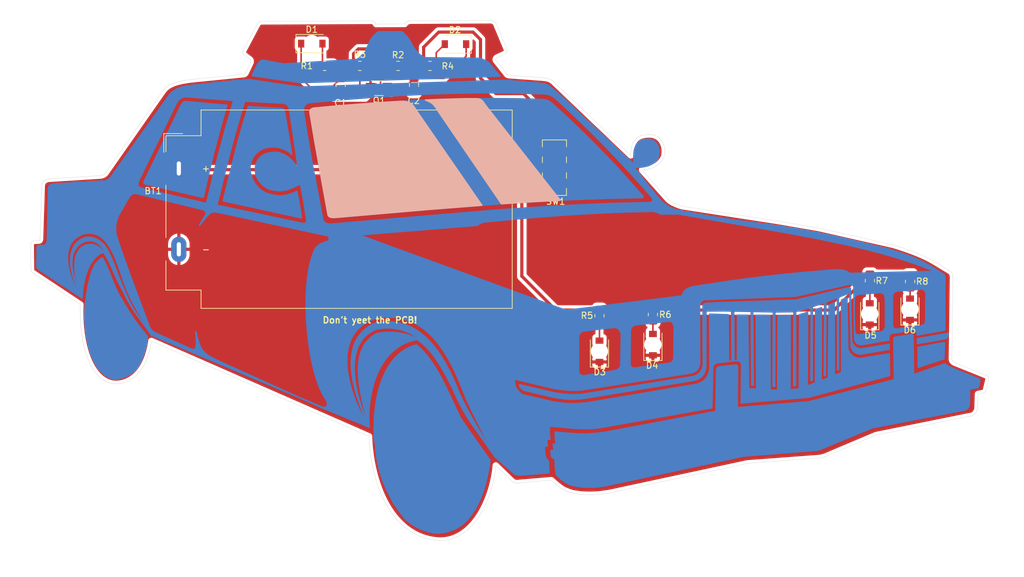
<source format=kicad_pcb>
(kicad_pcb (version 20210108) (generator pcbnew)
  (layers (0 "F.Cu" signal) (31 "B.Cu" signal) (34 "B.Paste" user) (35 "F.Paste" user) (36 "B.SilkS" user "B.Silkscreen") (37 "F.SilkS" user "F.Silkscreen") (38 "B.Mask" user) (39 "F.Mask" user) (44 "Edge.Cuts" user))
  (net 0 "")
  (net 1 "GND")
  (net 2 "Net-(C1-Pad2)")
  (net 3 "Net-(C1-Pad1)")
  (net 4 "Net-(C2-Pad2)")
  (net 5 "Net-(C2-Pad1)")
  (net 6 "Net-(D1-Pad2)")
  (net 7 "Net-(D2-Pad2)")
  (net 8 "Net-(D3-Pad2)")
  (net 9 "Net-(D4-Pad2)")
  (net 10 "Net-(D5-Pad2)")
  (net 11 "Net-(D6-Pad2)")
  (net 12 "+9V")
  (net 13 "Net-(BT1-Pad1)")
  (footprint "Resistor_SMD:R_0805_2012Metric_Pad1.20x1.40mm_HandSolder" (layer "F.Cu") (at 126.492 69.596 180)
    (fp_text reference "R2")
    (fp_text value "47k")
  )
  (footprint "Resistor_SMD:R_0805_2012Metric_Pad1.20x1.40mm_HandSolder" (layer "F.Cu") (at 114.792 69.596 180)
    (fp_text reference "R1")
    (fp_text value "470")
  )
  (footprint "Resistor_SMD:R_0805_2012Metric_Pad1.20x1.40mm_HandSolder" (layer "F.Cu") (at 131.572 69.596)
    (fp_text reference "R4")
    (fp_text value "470")
  )
  (footprint "Custom Slider Switch:CL-SB-22B" (layer "F.Cu") (at 151.34 85.81)
    (fp_text reference "SW1")
    (fp_text value "SW_SPST")
  )
  (footprint "Resistor_SMD:R_0805_2012Metric_Pad1.20x1.40mm_HandSolder" (layer "F.Cu") (at 201.64 103.79 90)
    (fp_text reference "R7")
    (fp_text value "100")
  )
  (footprint "Resistor_SMD:R_0805_2012Metric_Pad1.20x1.40mm_HandSolder" (layer "F.Cu") (at 167.08 109.2 90)
    (fp_text reference "R6")
    (fp_text value "100")
  )
  (footprint "Custom reverse mount LED:custom_reverse_mount_LED" (layer "F.Cu") (at 163.4 113.825 90)
    (fp_text reference "D4")
    (fp_text value "LED")
  )
  (footprint "Custom reverse mount LED:custom_reverse_mount_LED" (layer "F.Cu") (at 154.89 114.885 90)
    (fp_text reference "D3")
    (fp_text value "LED")
  )
  (footprint "Capacitor_SMD:C_0805_2012Metric_Pad1.18x1.45mm_HandSolder" (layer "F.Cu") (at 129.032 72.6225 -90)
    (fp_text reference "C2")
    (fp_text value "10μF")
  )
  (footprint "Custom reverse mount LED:custom_reverse_mount_LED" (layer "F.Cu") (at 135.47 69.81 180)
    (fp_text reference "D2")
    (fp_text value "LED")
  )
  (footprint "Resistor_SMD:R_0805_2012Metric_Pad1.20x1.40mm_HandSolder" (layer "F.Cu") (at 208.04 103.93 90)
    (fp_text reference "R8")
    (fp_text value "100")
  )
  (footprint "Custom reverse mount LED:custom_reverse_mount_LED" (layer "F.Cu") (at 204.35 108.19 90)
    (fp_text reference "D6")
    (fp_text value "LED")
  )
  (footprint "Custom reverse mount LED:custom_reverse_mount_LED" (layer "F.Cu") (at 112.915 62.37)
    (fp_text reference "D1")
    (fp_text value "LED")
  )
  (footprint "Resistor_SMD:R_0805_2012Metric_Pad1.20x1.40mm_HandSolder" (layer "F.Cu") (at 158.57 109.4 90)
    (fp_text reference "R5")
    (fp_text value "100")
  )
  (footprint "Capacitor_SMD:C_0805_2012Metric_Pad1.18x1.45mm_HandSolder" (layer "F.Cu") (at 117.348 72.644 -90)
    (fp_text reference "C1")
    (fp_text value "10μF")
  )
  (footprint "Package_TO_SOT_SMD:SOT-363_SC-70-6_Handsoldering" (layer "F.Cu") (at 123.444 73.152)
    (fp_text reference "Q1")
    (fp_text value "Q_Dual_NPN_NPN_E1B1C2E2B2C1")
  )
  (footprint "Custom reverse mount LED:custom_reverse_mount_LED" (layer "F.Cu") (at 197.94 108.935 90)
    (fp_text reference "D5")
    (fp_text value "LED")
  )
  (footprint "Resistor_SMD:R_0805_2012Metric_Pad1.20x1.40mm_HandSolder" (layer "F.Cu") (at 120.396 69.596)
    (fp_text reference "R3")
    (fp_text value "47k")
  )
  (footprint "Battery 9V custom:9V" (layer "F.Cu") (at 110.093656 91.638767)
    (fp_text reference "BT1")
    (fp_text value "9V")
  )
  (gr_poly (pts (xy 129.408176 114.04891) (xy 128.944442 114.182759) (xy 128.498923 114.346911) (xy 128.071435 114.540397) (xy 127.661793 114.762248) (xy 127.269812 115.011497) (xy 126.895307 115.287172) (xy 126.538095 115.588307) (xy 126.197989 115.913931) (xy 125.874807 116.263076) (xy 125.568362 116.634774) (xy 125.27847 117.028054) (xy 125.004946 117.441948) (xy 124.747606 117.875487) (xy 124.506266 118.327702) (xy 124.28074 118.797625) (xy 124.070843 119.284286) (xy 123.876391 119.786717) (xy 123.6972 120.303948) (xy 123.533084 120.83501) (xy 123.38386 121.378935) (xy 123.249341 121.934754) (xy 123.129344 122.501498) (xy 122.932176 123.663883) (xy 122.790878 124.858341) (xy 122.703972 126.077119) (xy 122.669981 127.312466) (xy 122.71 128.46) (xy 122.91 130.06) (xy 123.04 131.5) (xy 123.31 133.03) (xy 123.65 134.36) (xy 124.04 135.57) (xy 124.63 137) (xy 125.24 138.19) (xy 125.75 139.19) (xy 126.51 140.28) (xy 127.08 141.05) (xy 127.51 141.57) (xy 127.89 141.98) (xy 128.28 142.26) (xy 128.76 142.63) (xy 129.28 142.93) (xy 129.7 143.15) (xy 130.17 143.38) (xy 130.64 143.55) (xy 131.15 143.72) (xy 131.75 143.88) (xy 132.34 143.99) (xy 132.92 144.01) (xy 133.42 143.96) (xy 133.76 143.9) (xy 134.07 143.85) (xy 134.42 143.76) (xy 134.681806 143.665541) (xy 135.000652 143.567138) (xy 135.317483 143.445988) (xy 135.6318 143.301876) (xy 135.943105 143.134586) (xy 136.250901 142.943903) (xy 136.554691 142.729612) (xy 136.853976 142.491498) (xy 137.148259 142.229346) (xy 137.437042 141.94294) (xy 137.719828 141.632065) (xy 137.996119 141.296506) (xy 138.265417 140.936048) (xy 138.527226 140.550475) (xy 138.781046 140.139573) (xy 139.026381 139.703126) (xy 139.262733 139.240918) (xy 139.489605 138.752736) (xy 139.706497 138.238363) (xy 139.912914 137.697585) (xy 140.108357 137.130185) (xy 140.292329 136.53595) (xy 140.464332 135.914663) (xy 140.623869 135.26611) (xy 140.770441 134.590075) (xy 140.903552 133.886343) (xy 141.022703 133.1547) (xy 141.127397 132.394929) (xy 139.915343 130.701757) (xy 138.861004 129.199415) (xy 136.498487 125.81458) (xy 135.727674 124.215799) (xy 134.971558 122.589847) (xy 134.206292 120.968605) (xy 133.408034 119.383956) (xy 132.98908 118.615316) (xy 132.552936 117.867781) (xy 132.096621 117.145334) (xy 131.617155 116.451961) (xy 131.111557 115.791647) (xy 130.576846 115.168378) (xy 130.010041 114.586138) (xy 129.408163 114.048914) (xy 129.408176 114.04891)) (layer "B.Cu") (width 0.236801) (fill solid))
  (gr_poly (pts (xy 115.350779 93.294483) (xy 115.370339 93.333766) (xy 115.391146 93.370737) (xy 115.41316 93.405462) (xy 115.436344 93.438008) (xy 115.460658 93.46844) (xy 115.486062 93.496824) (xy 115.512519 93.523226) (xy 115.539988 93.547712) (xy 115.568431 93.570349) (xy 115.597809 93.591202) (xy 115.628083 93.610338) (xy 115.659213 93.627822) (xy 115.691161 93.643721) (xy 115.723887 93.6581) (xy 115.757353 93.671025) (xy 115.791519 93.682563) (xy 115.826347 93.69278) (xy 115.861798 93.701741) (xy 115.934409 93.716161) (xy 116.009042 93.726352) (xy 116.085383 93.732842) (xy 116.16312 93.736159) (xy 116.241942 93.736831) (xy 116.321535 93.735387) (xy 116.401588 93.732355) (xy 130.689573 92.500338) (xy 142.745777 91.554918) (xy 148.314926 91.193402) (xy 153.779687 90.908) (xy 159.291245 90.7002) (xy 165.000787 90.57149) (xy 165.08441 90.574729) (xy 165.163299 90.5747) (xy 165.236537 90.571167) (xy 165.303211 90.563898) (xy 165.362403 90.552656) (xy 165.388909 90.545473) (xy 165.413201 90.537209) (xy 165.435165 90.527834) (xy 165.454688 90.517321) (xy 165.471653 90.505638) (xy 165.485949 90.492757) (xy 165.497458 90.478649) (xy 165.506069 90.463285) (xy 165.511665 90.446634) (xy 165.514133 90.428668) (xy 165.513357 90.409357) (xy 165.509225 90.388672) (xy 165.501621 90.366584) (xy 165.490432 90.343064) (xy 165.475542 90.318082) (xy 165.456837 90.291608) (xy 165.434203 90.263614) (xy 165.407525 90.23407) (xy 165.376689 90.202948) (xy 165.341582 90.170216) (xy 165.302087 90.135847) (xy 165.258091 90.099811) (xy 163.384088 87.978971) (xy 161.600903 86.016599) (xy 159.875326 84.17594) (xy 158.174143 82.420234) (xy 156.464144 80.712724) (xy 154.712116 79.016651) (xy 152.884847 77.295258) (xy 150.949126 75.511787) (xy 150.77369 75.395493) (xy 150.689491 75.341241) (xy 150.605585 75.28975) (xy 150.520433 75.241143) (xy 150.432495 75.195541) (xy 150.340231 75.153068) (xy 150.242102 75.113846) (xy 150.136569 75.077997) (xy 150.022091 75.045646) (xy 149.89713 75.016913) (xy 149.760145 74.991922) (xy 149.609597 74.970796) (xy 149.443947 74.953657) (xy 149.261655 74.940628) (xy 149.061181 74.931831) (xy 145.260588 74.846063) (xy 141.487468 74.810149) (xy 137.633174 74.836014) (xy 133.589057 74.935586) (xy 129.246468 75.120791) (xy 124.496759 75.403555) (xy 119.231281 75.795806) (xy 113.341386 76.30947) (xy 113.266233 76.316171) (xy 113.190181 76.328275) (xy 113.114112 76.346095) (xy 113.038909 76.369944) (xy 112.965453 76.400136) (xy 112.929656 76.417709) (xy 112.894626 76.436985) (xy 112.860475 76.458004) (xy 112.827312 76.480805) (xy 112.795248 76.505426) (xy 112.764392 76.531908) (xy 112.734856 76.560289) (xy 112.706749 76.590608) (xy 112.680182 76.622905) (xy 112.655265 76.657219) (xy 112.632108 76.693589) (xy 112.610821 76.732054) (xy 112.591516 76.772654) (xy 112.574302 76.815428) (xy 112.559289 76.860414) (xy 112.546588 76.907652) (xy 112.536308 76.957182) (xy 112.528562 77.009042) (xy 112.523457 77.063272) (xy 112.521106 77.11991) (xy 112.521618 77.178997) (xy 112.525103 77.240571) (xy 113.181393 81.288955) (xy 113.857698 85.187283) (xy 115.350793 93.29449) (xy 115.350779 93.294483)) (layer "B.Cu") (width 0.236801) (fill solid))
  (gr_poly (pts (xy 145.862514 120.376055) (xy 145.860213 120.435517) (xy 145.861662 120.492119) (xy 145.863933 120.519495) (xy 145.867309 120.546334) (xy 145.871846 120.572693) (xy 145.8776 120.598633) (xy 145.884626 120.624212) (xy 145.892981 120.649489) (xy 145.90272 120.674523) (xy 145.9139 120.699373) (xy 145.926575 120.724099) (xy 145.940802 120.748759) (xy 145.956637 120.773411) (xy 145.974135 120.798116) (xy 145.993352 120.822933) (xy 146.014345 120.847919) (xy 146.037168 120.873135) (xy 146.061878 120.898639) (xy 146.088531 120.92449) (xy 146.117182 120.950747) (xy 146.180702 121.004717) (xy 146.252886 121.061019) (xy 146.33418 121.120126) (xy 146.425031 121.182511) (xy 146.525884 121.248644) (xy 151.253791 122.35791) (xy 151.799284 122.451507) (xy 152.331654 122.534295) (xy 152.868521 122.601334) (xy 153.144147 122.627403) (xy 153.427505 122.647683) (xy 153.720797 122.661555) (xy 154.026225 122.668401) (xy 154.345993 122.667605) (xy 154.682303 122.658549) (xy 155.037357 122.640614) (xy 155.413358 122.613184) (xy 155.812507 122.575641) (xy 156.237009 122.527368) (xy 173.680441 119.653429) (xy 173.821647 119.612698) (xy 173.954886 119.568977) (xy 174.080411 119.5224) (xy 174.198475 119.4731) (xy 174.30933 119.421209) (xy 174.413231 119.366862) (xy 174.51043 119.31019) (xy 174.601179 119.251327) (xy 174.685733 119.190406) (xy 174.764343 119.127559) (xy 174.837264 119.062921) (xy 174.904747 118.996624) (xy 174.967046 118.928801) (xy 175.024414 118.859585) (xy 175.077104 118.789109) (xy 175.125369 118.717507) (xy 175.169461 118.64491) (xy 175.209635 118.571453) (xy 175.279236 118.422489) (xy 175.336197 118.271679) (xy 175.382542 118.120086) (xy 175.420294 117.968776) (xy 175.451477 117.818812) (xy 175.502233 117.527182) (xy 175.533561 108.517633) (xy 179.625917 108.626251) (xy 179.665506 116.348693) (xy 179.985506 116.308693) (xy 179.952911 108.638873) (xy 182.735494 108.689771) (xy 182.819086 120.423426) (xy 183.067241 120.43823) (xy 182.977032 108.704465) (xy 186.261339 108.77577) (xy 186.218382 120.615192) (xy 186.461606 120.624278) (xy 186.512621 108.785412) (xy 189.533846 108.737914) (xy 189.505475 120.536684) (xy 189.786316 120.500955) (xy 189.808331 108.704353) (xy 192.284924 108.006271) (xy 192.248679 119.708202) (xy 192.439708 119.634248) (xy 192.470674 107.943041) (xy 194.425803 107.260657) (xy 194.372194 118.926596) (xy 194.541782 118.859785) (xy 194.633985 107.189138) (xy 196.464852 106.492589) (xy 196.504859 118.027014) (xy 196.636489 117.974471) (xy 196.617069 106.431113) (xy 198.437653 105.726155) (xy 198.666797 114.389336) (xy 198.700317 114.475094) (xy 198.734982 114.556275) (xy 198.770786 114.633004) (xy 198.807722 114.705405) (xy 198.845783 114.773603) (xy 198.884964 114.837725) (xy 198.925258 114.897895) (xy 198.966659 114.954238) (xy 199.009161 115.00688) (xy 199.052756 115.055946) (xy 199.097439 115.101561) (xy 199.143203 115.14385) (xy 199.190042 115.182938) (xy 199.23795 115.218951) (xy 199.28692 115.252014) (xy 199.336945 115.282252) (xy 199.388021 115.30979) (xy 199.440139 115.334753) (xy 199.493294 115.357267) (xy 199.547479 115.377457) (xy 199.602689 115.395448) (xy 199.658916 115.411365) (xy 199.774398 115.437478) (xy 199.893874 115.456799) (xy 200.017293 115.470328) (xy 200.144605 115.479068) (xy 200.275758 115.484019) (xy 204.711601 114.719998) (xy 204.691601 113.939998) (xy 200.276421 114.679204) (xy 200.176324 114.669002) (xy 200.07971 114.654658) (xy 199.986562 114.636366) (xy 199.896864 114.614318) (xy 199.810598 114.588708) (xy 199.72775 114.559728) (xy 199.648301 114.527572) (xy 199.572234 114.492433) (xy 199.499535 114.454503) (xy 199.430185 114.413975) (xy 199.364168 114.371043) (xy 199.301468 114.325899) (xy 199.242068 114.278736) (xy 199.18595 114.229748) (xy 199.1331 114.179127) (xy 199.083499 114.127067) (xy 198.993981 114.019398) (xy 198.917263 113.908287) (xy 198.853211 113.795276) (xy 198.801693 113.681909) (xy 198.762576 113.56973) (xy 198.735726 113.460284) (xy 198.721011 113.355113) (xy 198.718296 113.255762) (xy 198.530436 105.072495) (xy 198.524948 105.05892) (xy 198.519113 105.04608) (xy 198.512935 105.033963) (xy 198.506422 105.022554) (xy 198.499581 105.011842) (xy 198.492416 105.001812) (xy 198.484936 104.992451) (xy 198.477146 104.983747) (xy 198.469054 104.975686) (xy 198.460664 104.968256) (xy 198.451984 104.961442) (xy 198.44302 104.955232) (xy 198.433779 104.949613) (xy 198.424266 104.944571) (xy 198.41449 104.940094) (xy 198.404455 104.936168) (xy 198.394168 104.93278) (xy 198.383636 104.929917) (xy 198.372865 104.927566) (xy 198.361862 104.925713) (xy 198.350632 104.924346) (xy 198.339183 104.923452) (xy 198.327521 104.923016) (xy 198.315653 104.923027) (xy 198.303583 104.92347) (xy 198.291321 104.924333) (xy 198.27887 104.925603) (xy 198.266239 104.927267) (xy 198.240459 104.931721) (xy 198.214033 104.937592) (xy 189.85602 106.893591) (xy 175.595918 107.390883) (xy 175.516544 107.410364) (xy 175.445353 107.431675) (xy 175.412688 107.443035) (xy 175.381903 107.454875) (xy 175.352943 107.467201) (xy 175.325753 107.480023) (xy 175.300276 107.493346) (xy 175.276459 107.507179) (xy 175.254246 107.521529) (xy 175.233582 107.536403) (xy 175.214411 107.551809) (xy 175.196678 107.567754) (xy 175.180329 107.584245) (xy 175.165307 107.601291) (xy 175.151559 107.618899) (xy 175.139027 107.637075) (xy 175.127658 107.655828) (xy 175.117396 107.675164) (xy 175.108186 107.695092) (xy 175.099973 107.715619) (xy 175.086315 107.758499) (xy 175.075982 107.803862) (xy 175.068531 107.85177) (xy 175.063521 107.902281) (xy 175.06051 107.955455) (xy 175.112514 117.265696) (xy 175.068442 117.428513) (xy 175.020315 117.587825) (xy 174.966881 117.743039) (xy 174.906888 117.893563) (xy 174.839083 118.038807) (xy 174.762215 118.178178) (xy 174.675031 118.311085) (xy 174.627179 118.374929) (xy 174.576279 118.436936) (xy 174.522173 118.49703) (xy 174.464706 118.555139) (xy 174.40372 118.611187) (xy 174.33906 118.665102) (xy 174.270569 118.716809) (xy 174.19809 118.766234) (xy 174.121466 118.813303) (xy 174.040541 118.857943) (xy 173.95516 118.900079) (xy 173.865164 118.939637) (xy 173.770397 118.976544) (xy 173.670704 119.010725) (xy 173.565927 119.042106) (xy 173.45591 119.070614) (xy 173.340497 119.096175) (xy 173.21953 119.118714) (xy 155.763588 121.911079) (xy 155.452651 121.934118) (xy 155.144445 121.950277) (xy 154.535714 121.963006) (xy 153.936368 121.95137) (xy 153.345381 121.917472) (xy 152.761722 121.863415) (xy 152.184366 121.791303) (xy 151.612284 121.703239) (xy 151.044449 121.601327) (xy 145.862514 120.376055)) (layer "B.Cu") (width 0.236801) (fill solid))
  (gr_poly (pts (xy 81.18 119.41) (xy 80.9 119.36) (xy 80.6 119.26) (xy 80.26 119.08) (xy 79.98 118.92) (xy 79.74 118.76) (xy 79.45 118.52) (xy 79.19 118.27) (xy 78.93 118) (xy 78.7 117.72) (xy 78.47 117.35) (xy 78.3 117.08) (xy 78.13 116.76) (xy 77.93 116.31) (xy 77.78 115.98) (xy 77.63 115.61) (xy 77.47 115.19) (xy 77.34 114.8) (xy 77.22 114.32) (xy 77.11 113.8) (xy 77.01 113.38) (xy 76.93 112.97) (xy 76.85 112.53) (xy 76.74 111.67) (xy 76.64 110.73) (xy 76.6 109.68) (xy 76.63 108.54) (xy 76.7 107.46) (xy 76.81 106.76) (xy 76.9 105.98) (xy 77.02 105.31) (xy 77.11 104.73) (xy 77.26 104.06) (xy 77.4 103.54) (xy 77.54 102.99) (xy 77.67 102.52) (xy 77.85 102.04) (xy 78.02 101.67) (xy 78.21 101.3) (xy 78.43 100.99) (xy 78.67 100.75) (xy 78.88 100.56) (xy 79.18 100.3) (xy 79.4 100.17) (xy 79.608467 100.531624) (xy 79.807294 100.936298) (xy 79.984508 101.31406) (xy 80.143928 101.670046) (xy 80.424659 102.337237) (xy 80.680037 102.978962) (xy 80.94061 103.636313) (xy 81.236928 104.350382) (xy 81.408037 104.741527) (xy 81.599539 105.162261) (xy 81.815251 105.61772) (xy 82.058993 106.113041) (xy 83.141134 107.937414) (xy 83.599566 108.687588) (xy 84.055101 109.394399) (xy 84.546884 110.106331) (xy 84.818602 110.479368) (xy 85.114062 110.871867) (xy 85.795781 111.73949) (xy 86.57 112.73) (xy 86.5 113.29) (xy 86.42 113.82) (xy 86.33 114.31) (xy 86.21 114.75) (xy 86.08 115.2) (xy 85.93 115.6) (xy 85.79 116) (xy 85.65 116.38) (xy 85.51 116.71) (xy 85.34 117.01) (xy 85.15 117.32) (xy 84.983928 117.584388) (xy 84.787039 117.821291) (xy 84.585764 118.036745) (xy 84.381129 118.231604) (xy 84.174157 118.406723) (xy 83.965876 118.562954) (xy 83.75731 118.701152) (xy 83.343428 118.926866) (xy 82.96 119.1) (xy 82.57 119.23) (xy 82.15 119.35) (xy 81.81 119.4) (xy 81.52 119.42) (xy 81.21 119.41) (xy 81.5 119.4)) (layer "B.Cu") (width 0.236801) (fill solid))
  (gr_poly (pts (xy 209.411601 113.769998) (xy 213.241179 113.115699) (xy 213.318925 113.105671) (xy 213.391877 113.093043) (xy 213.460183 113.077953) (xy 213.523994 113.060538) (xy 213.58346 113.040939) (xy 213.63873 113.019293) (xy 213.689955 112.995738) (xy 213.737283 112.970412) (xy 213.780865 112.943455) (xy 213.82085 112.915005) (xy 213.857389 112.8852) (xy 213.890631 112.854178) (xy 213.920725 112.822078) (xy 213.947822 112.789038) (xy 213.972071 112.755197) (xy 213.993622 112.720693) (xy 214.012625 112.685664) (xy 214.029229 112.650249) (xy 214.043585 112.614586) (xy 214.055842 112.578813) (xy 214.074658 112.507494) (xy 214.086876 112.437397) (xy 214.093694 112.36963) (xy 214.09631 112.305301) (xy 214.095922 112.245516) (xy 214.093727 112.191382) (xy 209.211601 113.059998) (xy 209.221601 113.809998)) (layer "B.Cu") (width 0.236801) (fill solid))
  (gr_poly (pts (xy 95.444841 90.529728) (xy 96.294369 86.851719) (xy 97.179933 83.242933) (xy 97.648947 81.436363) (xy 98.142231 79.613338) (xy 98.664873 77.762602) (xy 99.221961 75.872902) (xy 92.713668 75.270433) (xy 92.584709 75.290315) (xy 92.528546 75.30082) (xy 92.476904 75.312825) (xy 92.429016 75.327171) (xy 92.40624 75.335486) (xy 92.384115 75.344702) (xy 92.362545 75.354925) (xy 92.341434 75.36626) (xy 92.320686 75.378813) (xy 92.300205 75.392688) (xy 92.279896 75.407991) (xy 92.259662 75.424828) (xy 92.239408 75.443303) (xy 92.219037 75.463522) (xy 92.198455 75.485591) (xy 92.177564 75.509614) (xy 92.156269 75.535698) (xy 92.134474 75.563946) (xy 92.089001 75.62736) (xy 92.040378 75.700699) (xy 91.987837 75.784806) (xy 91.930611 75.880522) (xy 86.088106 87.944026) (xy 86.068757 87.995058) (xy 86.053443 88.042506) (xy 86.042252 88.08653) (xy 86.03823 88.107307) (xy 86.035271 88.127289) (xy 86.033387 88.146493) (xy 86.032588 88.164942) (xy 86.032885 88.182654) (xy 86.03429 88.19965) (xy 86.036813 88.215949) (xy 86.040464 88.231572) (xy 86.045256 88.246538) (xy 86.051199 88.260868) (xy 86.058304 88.274581) (xy 86.066581 88.287697) (xy 86.076042 88.300237) (xy 86.086698 88.31222) (xy 86.09856 88.323667) (xy 86.111638 88.334596) (xy 86.125943 88.345029) (xy 86.141487 88.354985) (xy 86.15828 88.364484) (xy 86.176334 88.373547) (xy 86.195659 88.382192) (xy 86.216266 88.39044) (xy 86.261369 88.405826) (xy 86.311733 88.419863) (xy 95.444841 90.529728)) (layer "B.Cu") (width 0.236801) (fill solid))
  (gr_poly (pts (xy 103.239423 71.147009) (xy 104.061128 69.414305) (xy 104.11598 69.328725) (xy 104.168913 69.251312) (xy 104.220292 69.181438) (xy 104.270482 69.118472) (xy 104.319849 69.061783) (xy 104.368757 69.010742) (xy 104.417574 68.964717) (xy 104.466663 68.923079) (xy 104.51639 68.885197) (xy 104.567122 68.850441) (xy 104.619223 68.818181) (xy 104.673058 68.787786) (xy 104.728994 68.758626) (xy 104.787395 68.73007) (xy 104.913055 68.672253) (xy 108.232323 69.296066) (xy 119.896398 68.582037) (xy 120.048003 68.485397) (xy 120.191955 68.386674) (xy 120.328722 68.285299) (xy 120.458772 68.180705) (xy 120.582574 68.072321) (xy 120.700597 67.95958) (xy 120.813309 67.841912) (xy 120.921178 67.71875) (xy 121.024674 67.589523) (xy 121.124263 67.453663) (xy 121.220416 67.310602) (xy 121.313601 67.15977) (xy 121.404285 67.000599) (xy 121.492937 66.832521) (xy 121.580027 66.654965) (xy 121.666022 66.467365) (xy 121.916227 65.882779) (xy 121.980058 65.743978) (xy 122.048083 65.606686) (xy 122.12214 65.470189) (xy 122.204072 65.333774) (xy 122.295718 65.196727) (xy 122.398919 65.058332) (xy 122.515515 64.917876) (xy 122.647347 64.774646) (xy 122.796255 64.627926) (xy 122.96408 64.477003) (xy 123.152661 64.321162) (xy 123.36384 64.15969) (xy 127.119997 64.16998) (xy 127.273636 64.300984) (xy 127.418207 64.432632) (xy 127.554376 64.56521) (xy 127.682813 64.699005) (xy 127.804186 64.834301) (xy 127.919162 64.971384) (xy 128.028412 65.110539) (xy 128.132602 65.252053) (xy 128.232402 65.39621) (xy 128.32848 65.543297) (xy 128.421503 65.693598) (xy 128.512141 65.847399) (xy 128.601062 66.004986) (xy 128.688934 66.166644) (xy 128.864206 66.503316) (xy 128.968855 66.669445) (xy 129.075136 66.8275) (xy 129.183016 66.977674) (xy 129.292462 67.12016) (xy 129.403443 67.255151) (xy 129.515924 67.382842) (xy 129.629874 67.503424) (xy 129.745261 67.617092) (xy 129.862051 67.724039) (xy 129.980213 67.824458) (xy 130.099713 67.918542) (xy 130.220519 68.006485) (xy 130.342598 68.08848) (xy 130.465919 68.164721) (xy 130.590448 68.2354) (xy 130.716152 68.300711) (xy 139.540266 68.391589) (xy 140.26449 68.69852) (xy 140.45339 68.786866) (xy 140.54506 68.833184) (xy 140.633919 68.881031) (xy 140.719245 68.930479) (xy 140.800321 68.981603) (xy 140.876427 69.034475) (xy 140.946843 69.089169) (xy 142.707877 71.224743) (xy 110.949211 72.252157) (xy 103.239423 71.147009)) (layer "B.Cu") (width 0.236801) (fill solid))
  (gr_poly (pts (xy 69.379345 102.088156) (xy 69.339308 102.066474) (xy 69.299795 102.042567) (xy 69.261095 102.016314) (xy 69.2235 101.987594) (xy 69.187301 101.956288) (xy 69.152787 101.922274) (xy 69.136253 101.904215) (xy 69.12025 101.885433) (xy 69.104814 101.865914) (xy 69.08998 101.845643) (xy 69.075787 101.824605) (xy 69.062268 101.802785) (xy 69.049463 101.780167) (xy 69.037405 101.756737) (xy 69.026132 101.73248) (xy 69.015681 101.70738) (xy 69.006087 101.681422) (xy 68.997387 101.654592) (xy 68.989616 101.626875) (xy 68.982813 101.598254) (xy 68.977012 101.568716) (xy 68.97225 101.538245) (xy 68.968564 101.506826) (xy 68.965989 101.474444) (xy 68.964563 101.441085) (xy 68.964321 101.406732) (xy 69.006206 98.882443) (xy 69.001649 98.835792) (xy 68.998241 98.785367) (xy 68.996376 98.732103) (xy 68.996444 98.676934) (xy 68.998838 98.620797) (xy 69.003951 98.564625) (xy 69.012174 98.509355) (xy 69.023899 98.455919) (xy 69.03952 98.405255) (xy 69.048913 98.381253) (xy 69.059428 98.358295) (xy 69.071112 98.336497) (xy 69.084014 98.315977) (xy 69.098185 98.29685) (xy 69.113673 98.279233) (xy 69.130526 98.263245) (xy 69.148795 98.249) (xy 69.168527 98.236618) (xy 69.189772 98.226213) (xy 69.21258 98.217903) (xy 69.236998 98.211805) (xy 69.263077 98.208037) (xy 69.290864 98.206713) (xy 70.014023 98.199284) (xy 70.050093 98.196733) (xy 70.084863 98.192191) (xy 70.118351 98.185746) (xy 70.150578 98.177487) (xy 70.181563 98.167501) (xy 70.211325 98.155879) (xy 70.239885 98.142708) (xy 70.267261 98.128076) (xy 70.293472 98.112074) (xy 70.31854 98.094788) (xy 70.342482 98.076308) (xy 70.365319 98.056721) (xy 70.38707 98.036118) (xy 70.407754 98.014586) (xy 70.427392 97.992213) (xy 70.446002 97.969089) (xy 70.463604 97.945302) (xy 70.480218 97.92094) (xy 70.510559 97.870847) (xy 70.537179 97.819519) (xy 70.560237 97.767663) (xy 70.579887 97.715989) (xy 70.596285 97.665205) (xy 70.609589 97.616019) (xy 70.619953 97.569141) (xy 70.800344 89.246778) (xy 70.802355 89.19429) (xy 70.806059 89.143882) (xy 70.811409 89.09552) (xy 70.818358 89.049167) (xy 70.826859 89.004787) (xy 70.836866 88.962345) (xy 70.848331 88.921805) (xy 70.861207 88.883131) (xy 70.875448 88.846288) (xy 70.891007 88.811239) (xy 70.907837 88.777949) (xy 70.925891 88.746382) (xy 70.945122 88.716503) (xy 70.965484 88.688275) (xy 70.98693 88.661662) (xy 71.009413 88.63663) (xy 71.032885 88.613143) (xy 71.057301 88.591163) (xy 71.082613 88.570657) (xy 71.108774 88.551587) (xy 71.163459 88.517616) (xy 71.220978 88.488963) (xy 71.280959 88.465343) (xy 71.343027 88.446469) (xy 71.406806 88.432055) (xy 71.471921 88.421816) (xy 79.735212 87.931503) (xy 79.819728 87.916771) (xy 79.902861 87.895653) (xy 79.98438 87.86873) (xy 80.064056 87.836587) (xy 80.141657 87.799806) (xy 80.216953 87.758971) (xy 80.289714 87.714664) (xy 80.359709 87.667469) (xy 80.426707 87.617969) (xy 80.490478 87.566746) (xy 80.550791 87.514385) (xy 80.607417 87.461468) (xy 80.660123 87.408578) (xy 80.70868 87.356298) (xy 80.752858 87.305212) (xy 80.792425 87.255903) (xy 90.075128 74.195241) (xy 90.155447 74.099406) (xy 90.238093 74.008282) (xy 90.322967 73.921722) (xy 90.409968 73.839578) (xy 90.498999 73.761702) (xy 90.58996 73.687946) (xy 90.777274 73.552204) (xy 90.971117 73.431169) (xy 91.170697 73.323657) (xy 91.375219 73.228486) (xy 91.58389 73.144474) (xy 91.795917 73.070436) (xy 92.010506 73.005191) (xy 92.226864 72.947555) (xy 92.444198 72.896346) (xy 92.878617 72.808477) (xy 93.307417 72.732119) (xy 97.879476 72.232731) (xy 100.676702 71.952011) (xy 101.84097 71.847384) (xy 102.711049 71.783148) (xy 110.852044 72.977644) (xy 143.415617 71.892817) (xy 149.490627 72.40701) (xy 149.576704 72.412807) (xy 149.664566 72.424272) (xy 149.753496 72.440891) (xy 149.842776 72.462153) (xy 149.931688 72.487544) (xy 150.019514 72.516553) (xy 150.105539 72.548666) (xy 150.189043 72.583373) (xy 150.26931 72.62016) (xy 150.345621 72.658514) (xy 150.41726 72.697925) (xy 150.483509 72.737878) (xy 150.54365 72.777863) (xy 150.596967 72.817366) (xy 150.642741 72.855875) (xy 150.680254 72.892878) (xy 149.6013 74.040327) (xy 145.050733 73.905051) (xy 140.53255 73.868013) (xy 136.016771 73.924373) (xy 131.473415 74.069291) (xy 126.872503 74.297928) (xy 122.184056 74.605444) (xy 117.378091 74.986999) (xy 112.424631 75.437754) (xy 112.314389 75.459032) (xy 112.210349 75.485492) (xy 112.112475 75.517486) (xy 112.065841 75.535667) (xy 112.020736 75.555362) (xy 111.977157 75.576616) (xy 111.935098 75.599471) (xy 111.894556 75.623973) (xy 111.855527 75.650163) (xy 111.818006 75.678087) (xy 111.78199 75.707788) (xy 111.747473 75.73931) (xy 111.714453 75.772695) (xy 111.682924 75.807989) (xy 111.652883 75.845235) (xy 111.624325 75.884476) (xy 111.597246 75.925757) (xy 111.571642 75.969121) (xy 111.547509 76.014612) (xy 111.524843 76.062273) (xy 111.503639 76.112148) (xy 111.483893 76.164282) (xy 111.465602 76.218717) (xy 111.44876 76.275498) (xy 111.433364 76.334668) (xy 111.41941 76.396271) (xy 111.406893 76.46035) (xy 111.386154 76.596115) (xy 109.238979 76.789315) (xy 109.225271 76.6922) (xy 109.209828 76.600362) (xy 109.192677 76.513645) (xy 109.173845 76.431891) (xy 109.153358 76.354943) (xy 109.131245 76.282643) (xy 109.107532 76.214835) (xy 109.082247 76.151361) (xy 109.055415 76.092064) (xy 109.027066 76.036785) (xy 108.997225 75.985369) (xy 108.965919 75.937657) (xy 108.933177 75.893493) (xy 108.899024 75.852719) (xy 108.863489 75.815177) (xy 108.826597 75.780711) (xy 108.788377 75.749163) (xy 108.748855 75.720375) (xy 108.708058 75.694191) (xy 108.666014 75.670453) (xy 108.62275 75.649003) (xy 108.578292 75.629685) (xy 108.485905 75.596814) (xy 108.38907 75.570581) (xy 108.288003 75.549726) (xy 108.182922 75.532992) (xy 108.074043 75.51912) (xy 102.051748 75.203673) (xy 100.305832 75.088862) (xy 92.697266 74.497728) (xy 92.598691 74.502361) (xy 92.496966 74.513989) (xy 92.392801 74.532932) (xy 92.286906 74.559511) (xy 92.179991 74.594046) (xy 92.072767 74.636857) (xy 91.965943 74.688264) (xy 91.86023 74.748587) (xy 91.756339 74.818146) (xy 91.654978 74.897262) (xy 91.605469 74.940504) (xy 91.556859 74.986255) (xy 91.509237 75.034556) (xy 91.462692 75.085445) (xy 91.417312 75.138964) (xy 91.373186 75.195152) (xy 91.330404 75.25405) (xy 91.289053 75.315697) (xy 91.249223 75.380133) (xy 91.211002 75.447399) (xy 91.174479 75.517534) (xy 91.139743 75.590578) (xy 85.097387 88.028403) (xy 85.074781 88.110411) (xy 85.056415 88.191833) (xy 85.042906 88.27235) (xy 85.034869 88.351641) (xy 85.032921 88.429385) (xy 85.034422 88.467577) (xy 85.037677 88.505262) (xy 85.042762 88.542399) (xy 85.049755 88.57895) (xy 85.058732 88.614874) (xy 85.06977 88.65013) (xy 85.082946 88.684679) (xy 85.098338 88.718481) (xy 85.116022 88.751495) (xy 85.136076 88.783681) (xy 85.158576 88.815) (xy 85.183599 88.845412) (xy 85.211224 88.874875) (xy 85.241525 88.903351) (xy 85.274581 88.930799) (xy 85.310469 88.957179) (xy 85.349265 88.98245) (xy 85.391047 89.006574) (xy 85.435892 89.029509) (xy 85.483876 89.051216) (xy 85.535077 89.071655) (xy 85.589571 89.090785) (xy 95.992048 91.520216) (xy 96.922228 87.583987) (xy 97.923474 83.614566) (xy 99.037457 79.490133) (xy 100.305845 75.088868) (xy 102.051762 75.20368) (xy 101.193834 78.051896) (xy 100.49153 80.497526) (xy 99.910476 82.631014) (xy 99.416298 84.542805) (xy 97.620859 91.781883) (xy 111.325779 94.697509) (xy 111.390685 94.70517) (xy 111.453344 94.709086) (xy 111.51352 94.708861) (xy 111.542602 94.707073) (xy 111.570975 94.704102) (xy 111.598609 94.6999) (xy 111.625474 94.694416) (xy 111.65154 94.687602) (xy 111.676779 94.679407) (xy 111.70116 94.669784) (xy 111.724655 94.658682) (xy 111.747232 94.646053) (xy 111.768864 94.631847) (xy 111.78952 94.616015) (xy 111.809171 94.598508) (xy 111.827787 94.579276) (xy 111.845338 94.55827) (xy 111.861796 94.535441) (xy 111.87713 94.510739) (xy 111.891311 94.484116) (xy 111.90431 94.455522) (xy 111.916096 94.424908) (xy 111.926641 94.392225) (xy 111.935914 94.357422) (xy 111.943887 94.320452) (xy 111.950529 94.281265) (xy 111.955811 94.239811) (xy 111.959703 94.196041) (xy 111.962177 94.149906) (xy 111.829776 93.404474) (xy 111.706109 92.648283) (xy 111.467898 91.137914) (xy 111.344813 90.400879) (xy 111.213383 89.687374) (xy 111.069337 89.005969) (xy 110.908405 88.365237) (xy 110.533851 88.569127) (xy 110.180203 88.750611) (xy 109.84481 88.910156) (xy 109.525022 89.048228) (xy 109.218191 89.165291) (xy 108.921664 89.261812) (xy 108.632793 89.338256) (xy 108.348928 89.39509) (xy 108.067419 89.432778) (xy 107.785615 89.451788) (xy 107.500866 89.452584) (xy 107.210524 89.435632) (xy 106.911937 89.401398) (xy 106.602455 89.350348) (xy 106.27943 89.282948) (xy 105.94021 89.199663) (xy 105.778559 89.120732) (xy 105.623455 89.037225) (xy 105.474861 88.949369) (xy 105.332736 88.857389) (xy 105.197043 88.761511) (xy 105.067742 88.661961) (xy 104.944795 88.558966) (xy 104.828162 88.452751) (xy 104.717805 88.343543) (xy 104.613684 88.231567) (xy 104.515762 88.11705) (xy 104.423999 88.000217) (xy 104.338356 87.881295) (xy 104.258795 87.76051) (xy 104.185276 87.638088) (xy 104.11776 87.514255) (xy 104.05621 87.389236) (xy 104.000585 87.263258) (xy 103.950847 87.136548) (xy 103.906957 87.00933) (xy 103.868877 86.881832) (xy 103.836567 86.754278) (xy 103.809989 86.626896) (xy 103.789103 86.499911) (xy 103.773871 86.37355) (xy 103.764254 86.248038) (xy 103.760213 86.123601) (xy 103.761709 86.000465) (xy 103.768703 85.878858) (xy 103.781157 85.759003) (xy 103.799031 85.641129) (xy 103.822287 85.525459) (xy 103.855615 85.387864) (xy 103.893136 85.25545) (xy 103.934835 85.128148) (xy 103.980693 85.005886) (xy 104.030694 84.888597) (xy 104.084822 84.776209) (xy 104.14306 84.668653) (xy 104.205391 84.565859) (xy 104.271799 84.467757) (xy 104.342266 84.374278) (xy 104.416775 84.285351) (xy 104.495311 84.200907) (xy 104.577856 84.120876) (xy 104.664394 84.045188) (xy 104.754908 83.973773) (xy 104.849381 83.906561) (xy 104.947796 83.843482) (xy 105.050137 83.784467) (xy 105.156387 83.729446) (xy 105.266529 83.678349) (xy 105.380546 83.631105) (xy 105.498422 83.587646) (xy 105.62014 83.547901) (xy 105.745683 83.511801) (xy 105.875035 83.479275) (xy 106.008178 83.450254) (xy 106.285773 83.402447) (xy 106.578333 83.36782) (xy 106.885726 83.345816) (xy 107.116264 83.363059) (xy 107.347157 83.395796) (xy 107.578305 83.444862) (xy 107.809607 83.511095) (xy 108.040964 83.595334) (xy 108.272274 83.698414) (xy 108.503438 83.821175) (xy 108.734355 83.964452) (xy 108.964926 84.129084) (xy 109.19505 84.315907) (xy 109.424626 84.52576) (xy 109.653555 84.759479) (xy 109.881736 85.017902) (xy 110.109069 85.301867) (xy 110.335453 85.612211) (xy 110.56079 85.949771) (xy 110.431638 84.870622) (xy 110.283365 83.756483) (xy 109.947082 81.455557) (xy 109.238979 76.789336) (xy 111.386154 76.596136) (xy 111.70757 78.73784) (xy 112.053642 80.86459) (xy 112.807933 85.120805) (xy 114.482383 93.977157) (xy 114.503806 94.054304) (xy 114.527958 94.126561) (xy 114.554766 94.194078) (xy 114.584156 94.257009) (xy 114.616056 94.315505) (xy 114.650393 94.369716) (xy 114.687095 94.419796) (xy 114.726088 94.465895) (xy 114.767301 94.508166) (xy 114.81066 94.546759) (xy 114.856093 94.581828) (xy 114.903527 94.613522) (xy 114.952889 94.641995) (xy 115.004107 94.667397) (xy 115.057107 94.68988) (xy 115.111818 94.709597) (xy 115.168166 94.726698) (xy 115.226078 94.741336) (xy 115.285483 94.753662) (xy 115.346307 94.763827) (xy 115.408477 94.771984) (xy 115.471921 94.778283) (xy 115.60234 94.785919) (xy 115.736982 94.787947) (xy 115.875264 94.78558) (xy 116.016606 94.780033) (xy 116.160426 94.772518) (xy 141.676295 92.596347) (xy 148.004133 92.146508) (xy 154.273733 91.77702) (xy 160.466204 91.509217) (xy 166.562653 91.364434) (xy 166.606102 91.360372) (xy 166.64814 91.354691) (xy 166.688699 91.347409) (xy 166.727712 91.338542) (xy 166.765111 91.328107) (xy 166.800829 91.316121) (xy 166.834799 91.302601) (xy 166.866952 91.287563) (xy 166.897222 91.271025) (xy 166.925541 91.253002) (xy 166.951842 91.233512) (xy 166.976057 91.212572) (xy 166.998119 91.190198) (xy 167.01796 91.166406) (xy 167.035513 91.141215) (xy 167.05071 91.11464) (xy 167.063484 91.086698) (xy 167.073768 91.057406) (xy 167.081494 91.026781) (xy 167.086594 90.994839) (xy 167.089001 90.961598) (xy 167.088648 90.927073) (xy 167.085468 90.891283) (xy 167.079392 90.854243) (xy 167.070353 90.81597) (xy 167.058285 90.776481) (xy 167.043118 90.735793) (xy 167.024787 90.693923) (xy 167.003223 90.650887) (xy 166.97836 90.606702) (xy 166.950129 90.561385) (xy 166.918463 90.514952) (xy 165.078086 88.418417) (xy 163.220876 86.36532) (xy 161.347213 84.355128) (xy 159.457479 82.387311) (xy 157.552055 80.461335) (xy 155.63132 78.576671) (xy 153.695656 76.732786) (xy 151.745443 74.929148) (xy 151.617538 74.818812) (xy 151.493184 74.716309) (xy 151.371445 74.621524) (xy 151.251387 74.534346) (xy 151.132074 74.454661) (xy 151.01257 74.382356) (xy 150.89194 74.317318) (xy 150.769249 74.259434) (xy 150.643562 74.208591) (xy 150.513943 74.164676) (xy 150.379458 74.127576) (xy 150.239169 74.097179) (xy 150.092143 74.07337) (xy 149.937444 74.056037) (xy 149.774137 74.045067) (xy 149.601286 74.040348) (xy 150.680241 72.892891) (xy 152.19 74.16) (xy 153.71 75.6) (xy 157.28 78.95) (xy 160.83 82.31) (xy 164.05 85.27) (xy 164.03 84.88) (xy 164.03 84.41) (xy 164.05 83.92) (xy 164.07 83.48) (xy 164.119891 83.090584) (xy 164.162007 82.908619) (xy 164.210912 82.737488) (xy 164.266559 82.577042) (xy 164.328902 82.427133) (xy 164.397894 82.287613) (xy 164.473488 82.158332) (xy 164.555638 82.039143) (xy 164.644296 81.929898) (xy 164.739417 81.830447) (xy 164.840953 81.740643) (xy 164.948859 81.660337) (xy 165.063086 81.589381) (xy 165.18 81.52) (xy 165.3 81.46) (xy 165.44 81.4) (xy 165.58 81.35) (xy 165.76 81.31) (xy 165.89 81.29) (xy 166.2 81.27) (xy 166.56 81.29) (xy 166.71 81.31) (xy 166.83 81.35) (xy 166.93 81.4) (xy 167.02 81.45) (xy 167.14 81.52) (xy 167.24 81.59) (xy 167.34 81.67) (xy 167.43 81.74) (xy 167.51 81.82) (xy 167.58 81.89) (xy 167.64 81.98) (xy 167.7 82.06) (xy 167.75 82.15) (xy 167.81 82.24) (xy 167.86 82.33) (xy 167.91 82.438528) (xy 167.94 82.54) (xy 167.96 82.64) (xy 167.99 82.747279) (xy 168.01 82.855292) (xy 168.03 82.965555) (xy 168.04 83.077885) (xy 168.04 83.192105) (xy 168.04 83.32) (xy 168.03 83.43) (xy 168.020951 83.5443) (xy 168.007022 83.664278) (xy 167.987606 83.785245) (xy 167.962676 83.907022) (xy 167.932206 84.029429) (xy 167.89617 84.152287) (xy 167.854542 84.275415) (xy 167.778241 84.395215) (xy 167.697777 84.508455) (xy 167.613264 84.615315) (xy 167.524818 84.715972) (xy 167.432554 84.810604) (xy 167.336586 84.899391) (xy 167.23703 84.982511) (xy 167.134 85.060141) (xy 167.027611 85.132461) (xy 166.917978 85.199649) (xy 166.805216 85.261884) (xy 166.7 85.319343) (xy 166.58 85.38) (xy 166.46 85.43) (xy 166.34 85.48) (xy 166.198496 85.52) (xy 165.93957 85.5819) (xy 165.670164 85.636612) (xy 165.4 85.69) (xy 165.13 85.72) (xy 164.81 85.74) (xy 164.5 85.75) (xy 164.26 85.75) (xy 164.16 85.87) (xy 164.57 86.38) (xy 165.23 87.21) (xy 166.39 88.71) (xy 166.97 89.42) (xy 167.580359 90.169357) (xy 167.88651 90.5061) (xy 168.18 90.85476) (xy 168.473563 91.164114) (xy 168.781812 91.457334) (xy 168.985259 91.607492) (xy 169.173229 91.741355) (xy 169.347241 91.860182) (xy 169.508814 91.965231) (xy 169.659467 92.05776) (xy 169.80072 92.139028) (xy 169.934091 92.210294) (xy 170.061099 92.272815) (xy 170.183264 92.327851) (xy 170.302104 92.376659) (xy 170.419138 92.420498) (xy 170.535885 92.460626) (xy 170.774596 92.534784) (xy 171.030388 92.609201) (xy 176.425201 93.587138) (xy 180.515683 94.225267) (xy 186.715995 95.0458) (xy 189.791997 95.510055) (xy 193.49601 96.198203) (xy 195.734485 96.670276) (xy 198.31112 97.251169) (xy 204.720413 98.809878) (xy 205.117431 98.949204) (xy 205.513645 99.079484) (xy 206.318596 99.331831) (xy 207.165131 99.604776) (xy 207.613325 99.760802) (xy 208.083115 99.936174) (xy 208.578234 100.135621) (xy 209.102414 100.363878) (xy 209.659389 100.625675) (xy 210.252892 100.925745) (xy 210.886656 101.268819) (xy 211.564414 101.659629) (xy 212.2899 102.102907) (xy 213.066846 102.603386) (xy 211.999608 102.321875) (xy 209.943352 101.503539) (xy 207.783385 100.741229) (xy 205.527693 100.029974) (xy 203.184265 99.364804) (xy 200.761086 98.740745) (xy 198.266144 98.152829) (xy 193.092918 97.065533) (xy 187.728483 96.063147) (xy 182.236735 95.105899) (xy 171.126886 93.167736) (xy 168.275698 93.178511) (xy 168.194828 93.12366) (xy 168.110375 93.072008) (xy 168.022228 93.023709) (xy 167.930271 92.978914) (xy 167.83439 92.937777) (xy 167.734471 92.900451) (xy 167.630401 92.867088) (xy 167.522065 92.837841) (xy 167.409348 92.812862) (xy 167.292138 92.792305) (xy 167.17032 92.776322) (xy 167.04378 92.765065) (xy 166.912403 92.758689) (xy 166.776076 92.757344) (xy 166.634685 92.761184) (xy 166.488115 92.770363) (xy 163.004758 92.852325) (xy 159.646403 92.977907) (xy 156.393026 93.142189) (xy 153.224607 93.340252) (xy 147.062552 93.818036) (xy 141.000062 94.371901) (xy 140.815215 94.386273) (xy 140.644709 94.402515) (xy 140.48745 94.420899) (xy 140.342343 94.441697) (xy 140.208291 94.465181) (xy 140.084199 94.491625) (xy 139.968971 94.5213) (xy 139.861512 94.554478) (xy 139.760726 94.591433) (xy 139.665518 94.632435) (xy 139.574791 94.677757) (xy 139.487451 94.727673) (xy 139.402402 94.782453) (xy 139.318547 94.84237) (xy 139.234793 94.907697) (xy 139.150042 94.978706) (xy 120.220674 96.517922) (xy 153.254554 108.550426) (xy 171.725114 106.241604) (xy 171.757308 106.129707) (xy 171.793221 106.023923) (xy 171.832702 105.924054) (xy 171.875602 105.829899) (xy 171.92177 105.741258) (xy 171.971057 105.657933) (xy 172.023313 105.579722) (xy 172.078388 105.506426) (xy 172.136132 105.437846) (xy 172.196395 105.373781) (xy 172.259029 105.314032) (xy 172.323881 105.258399) (xy 172.390804 105.206682) (xy 172.459647 105.158682) (xy 172.53026 105.114198) (xy 172.602493 105.07303) (xy 172.676197 105.03498) (xy 172.751221 104.999847) (xy 172.904633 104.937532) (xy 173.061529 104.884489) (xy 173.220712 104.839118) (xy 173.380981 104.799821) (xy 173.541138 104.765) (xy 173.856324 104.702391) (xy 179.455058 103.855993) (xy 182.174859 103.488704) (xy 184.876139 103.154232) (xy 187.584787 102.849236) (xy 190.326694 102.570375) (xy 196.013849 102.077688) (xy 196.326744 102.070278) (xy 196.645032 102.073701) (xy 196.804602 102.081335) (xy 196.963604 102.093908) (xy 197.121399 102.112164) (xy 197.277349 102.136846) (xy 197.430816 102.168699) (xy 197.58116 102.208465) (xy 197.727743 102.256889) (xy 197.869926 102.314714) (xy 198.00707 102.382683) (xy 198.138538 102.461541) (xy 198.263689 102.55203) (xy 198.323697 102.601869) (xy 198.381886 102.654895) (xy 211.999608 102.321868) (xy 213.066846 102.603379) (xy 213.128626 102.631142) (xy 213.186861 102.661023) (xy 213.241468 102.692873) (xy 213.292362 102.726539) (xy 213.33946 102.761872) (xy 213.382677 102.798721) (xy 213.421931 102.836934) (xy 213.457137 102.876363) (xy 213.488212 102.916855) (xy 213.515072 102.95826) (xy 213.537633 103.000428) (xy 213.547275 103.02175) (xy 213.555811 103.043207) (xy 213.563231 103.064779) (xy 213.569524 103.086447) (xy 213.574679 103.108193) (xy 213.578686 103.129998) (xy 213.581534 103.151843) (xy 213.583214 103.173709) (xy 213.583714 103.195577) (xy 213.583025 103.217428) (xy 213.560505 111.661973) (xy 209.177264 112.448973) (xy 209.153795 112.087766) (xy 209.143946 112.060298) (xy 209.133144 112.033726) (xy 209.121409 112.008054) (xy 209.108759 111.983285) (xy 209.095213 111.959424) (xy 209.080791 111.936475) (xy 209.065511 111.914441) (xy 209.049392 111.893329) (xy 209.032454 111.87314) (xy 209.014716 111.85388) (xy 208.996197 111.835553) (xy 208.976915 111.818162) (xy 208.95689 111.801713) (xy 208.936141 111.786209) (xy 208.914687 111.771654) (xy 208.892546 111.758052) (xy 208.869739 111.745409) (xy 208.846284 111.733727) (xy 208.8222 111.72301) (xy 208.797506 111.713264) (xy 208.772221 111.704493) (xy 208.746365 111.696699) (xy 208.719956 111.689889) (xy 208.693014 111.684065) (xy 208.665557 111.679231) (xy 208.637604 111.675393) (xy 208.609175 111.672554) (xy 208.580289 111.670719) (xy 208.550964 111.66989) (xy 208.52122 111.670074) (xy 208.491076 111.671273) (xy 208.460551 111.673492) (xy 205.038708 112.203628) (xy 204.996641 112.227506) (xy 204.957283 112.252882) (xy 204.920597 112.27967) (xy 204.886549 112.307779) (xy 204.855101 112.33712) (xy 204.826219 112.367604) (xy 204.799867 112.399142) (xy 204.776009 112.431644) (xy 204.754608 112.465022) (xy 204.73563 112.499187) (xy 204.719039 112.534048) (xy 204.704798 112.569517) (xy 204.692873 112.605504) (xy 204.683226 112.641921) (xy 204.675823 112.678679) (xy 204.670628 112.715687) (xy 204.666156 113.253751) (xy 200.466439 113.969415) (xy 200.411775 113.980552) (xy 200.346997 113.986956) (xy 200.273632 113.988017) (xy 200.193202 113.983121) (xy 200.107232 113.971657) (xy 200.017246 113.953015) (xy 199.924768 113.926581) (xy 199.831323 113.891745) (xy 199.784713 113.870984) (xy 199.738434 113.847894) (xy 199.692675 113.822397) (xy 199.647627 113.794417) (xy 199.60348 113.763878) (xy 199.560424 113.730703) (xy 199.518652 113.694815) (xy 199.478352 113.656139) (xy 199.439715 113.614597) (xy 199.402933 113.570113) (xy 199.368195 113.522612) (xy 199.335691 113.472016) (xy 199.305614 113.418248) (xy 199.278152 113.361233) (xy 199.253498 113.300894) (xy 199.23184 113.237154) (xy 199.129019 109.47689) (xy 199.15279 109.979049) (xy 199.18388 110.841079) (xy 199.22243 112.018561) (xy 199.23173 112.055567) (xy 199.241759 112.090247) (xy 199.2525 112.122683) (xy 199.263933 112.152955) (xy 199.276038 112.181145) (xy 199.288796 112.207334) (xy 199.302188 112.231603) (xy 199.316195 112.254034) (xy 199.330797 112.274708) (xy 199.345975 112.293707) (xy 199.36171 112.311111) (xy 199.377982 112.327002) (xy 199.394772 112.341461) (xy 199.412061 112.354569) (xy 199.429829 112.366408) (xy 199.448057 112.37706) (xy 199.466726 112.386605) (xy 199.485817 112.395124) (xy 199.50531 112.402699) (xy 199.525186 112.409412) (xy 199.566008 112.420574) (xy 199.608131 112.42926) (xy 199.651399 112.436121) (xy 199.695658 112.441808) (xy 199.786531 112.452257) (xy 203.407514 111.970855) (xy 203.439427 111.964678) (xy 203.471697 111.956515) (xy 203.504228 111.946385) (xy 203.536924 111.93431) (xy 203.569688 111.920311) (xy 203.602426 111.904408) (xy 203.63504 111.886623) (xy 203.667436 111.866975) (xy 203.699517 111.845487) (xy 203.731187 111.822178) (xy 203.762351 111.79707) (xy 203.792912 111.770183) (xy 203.822775 111.741538) (xy 203.851843 111.711156) (xy 203.880021 111.679058) (xy 203.907213 111.645265) (xy 203.933323 111.609797) (xy 203.958255 111.572675) (xy 203.981913 111.53392) (xy 204.004201 111.493554) (xy 204.025023 111.451596) (xy 204.044284 111.408067) (xy 204.061887 111.362989) (xy 204.077736 111.316382) (xy 204.091736 111.268267) (xy 204.103791 111.218665) (xy 204.113804 111.167597) (xy 204.12168 111.115083) (xy 204.127323 111.061144) (xy 204.130637 111.005802) (xy 204.131526 110.949076) (xy 204.129894 110.890989) (xy 205.215384 110.598577) (xy 205.215653 110.700198) (xy 205.219091 110.795587) (xy 205.226118 110.884805) (xy 205.237156 110.967911) (xy 205.252624 111.044966) (xy 205.272943 111.116029) (xy 205.285053 111.149333) (xy 205.298534 111.181162) (xy 205.313438 111.211522) (xy 205.329817 111.240423) (xy 205.347724 111.267871) (xy 205.367212 111.293874) (xy 205.388334 111.318439) (xy 205.411141 111.341574) (xy 205.435686 111.363286) (xy 205.462023 111.383583) (xy 205.490203 111.402473) (xy 205.520279 111.419963) (xy 205.552304 111.43606) (xy 205.58633 111.450772) (xy 205.62241 111.464107) (xy 205.660596 111.476072) (xy 205.700941 111.486674) (xy 205.743498 111.495921) (xy 205.835456 111.510381) (xy 209.937848 110.945257) (xy 209.984414 110.929578) (xy 210.028013 110.913762) (xy 210.06876 110.897796) (xy 210.106769 110.881669) (xy 210.142154 110.865369) (xy 210.17503 110.848884) (xy 210.205512 110.832203) (xy 210.233713 110.815314) (xy 210.259749 110.798205) (xy 210.283733 110.780866) (xy 210.30578 110.763283) (xy 210.326004 110.745446) (xy 210.34452 110.727343) (xy 210.361442 110.708962) (xy 210.376885 110.690292) (xy 210.390962 110.67132) (xy 210.403789 110.652036) (xy 210.41548 110.632428) (xy 210.43591 110.592192) (xy 210.453167 110.550519) (xy 210.468168 110.507316) (xy 210.523902 110.317339) (xy 210.565759 105.775411) (xy 210.555829 105.736134) (xy 210.545022 105.698279) (xy 210.533332 105.661827) (xy 210.520755 105.626758) (xy 210.507288 105.593053) (xy 210.492925 105.560691) (xy 210.477663 105.529654) (xy 210.461498 105.499921) (xy 210.444424 105.471473) (xy 210.426439 105.44429) (xy 210.407537 105.418352) (xy 210.387714 105.393641) (xy 210.366966 105.370136) (xy 210.345289 105.347817) (xy 210.322678 105.326665) (xy 210.29913 105.30666) (xy 210.274639 105.287783) (xy 210.249203 105.270014) (xy 210.222815 105.253333) (xy 210.195473 105.237721) (xy 210.167171 105.223158) (xy 210.137906 105.209623) (xy 210.107673 105.197099) (xy 210.076469 105.185564) (xy 210.011126 105.165386) (xy 209.941845 105.148932) (xy 209.868589 105.136044) (xy 209.791327 105.126565) (xy 205.856378 105.482385) (xy 205.818815 105.494075) (xy 205.782104 105.506986) (xy 205.746276 105.521116) (xy 205.71136 105.536461) (xy 205.677387 105.553017) (xy 205.644388 105.570781) (xy 205.612393 105.589749) (xy 205.581433 105.609918) (xy 205.551539 105.631284) (xy 205.522741 105.653844) (xy 205.495071 105.677595) (xy 205.468557 105.702533) (xy 205.443231 105.728654) (xy 205.419125 105.755955) (xy 205.396267 105.784433) (xy 205.374689 105.814084) (xy 205.354422 105.844904) (xy 205.335495 105.87689) (xy 205.31794 105.910039) (xy 205.301788 105.944347) (xy 205.287068 105.979811) (xy 205.273812 106.016427) (xy 205.262049 106.054191) (xy 205.251811 106.093101) (xy 205.243129 106.133153) (xy 205.236032 106.174343) (xy 205.230552 106.216667) (xy 205.226718 106.260123) (xy 205.224563 106.304707) (xy 205.224115 106.350415) (xy 205.225406 106.397244) (xy 205.228467 106.44519) (xy 205.215397 110.598577) (xy 204.129908 110.890989) (xy 204.107709 106.552408) (xy 204.081725 106.432241) (xy 204.065295 106.365243) (xy 204.045291 106.295357) (xy 204.020748 106.223875) (xy 203.990706 106.152088) (xy 203.9542 106.081288) (xy 203.933222 106.046662) (xy 203.910268 106.012767) (xy 203.885216 105.979765) (xy 203.857947 105.947816) (xy 203.82834 105.917083) (xy 203.796275 105.887727) (xy 203.761632 105.859909) (xy 203.724289 105.833791) (xy 203.684128 105.809535) (xy 203.641027 105.7873) (xy 203.594865 105.76725) (xy 203.545524 105.749546) (xy 203.492882 105.734349) (xy 203.436819 105.72182) (xy 203.377215 105.712121) (xy 203.31395 105.705413) (xy 203.246902 105.701858) (xy 203.175952 105.701618) (xy 199.800658 105.987465) (xy 199.739988 106.00664) (xy 199.681107 106.028265) (xy 199.624186 106.052281) (xy 199.569392 106.078626) (xy 199.516893 106.107239) (xy 199.466857 106.138058) (xy 199.419454 106.171024) (xy 199.374851 106.206076) (xy 199.333217 106.243152) (xy 199.294719 106.282191) (xy 199.259527 106.323133) (xy 199.227809 106.365917) (xy 199.199732 106.410482) (xy 199.175465 106.456766) (xy 199.155177 106.50471) (xy 199.139036 106.554252) (xy 199.133254 107.604687) (xy 199.129012 109.47689) (xy 199.095895 104.854471) (xy 199.084346 104.796196) (xy 199.069086 104.739025) (xy 199.049894 104.683528) (xy 199.038755 104.656584) (xy 199.02655 104.630272) (xy 199.013252 104.604662) (xy 198.998833 104.579826) (xy 198.983267 104.555835) (xy 198.966524 104.53276) (xy 198.948579 104.510672) (xy 198.929402 104.489642) (xy 198.908968 104.469741) (xy 198.887248 104.45104) (xy 198.864214 104.43361) (xy 198.839839 104.417523) (xy 198.814096 104.40285) (xy 198.786958 104.389661) (xy 198.758395 104.378027) (xy 198.728382 104.368021) (xy 198.696891 104.359712) (xy 198.663893 104.353173) (xy 198.629362 104.348473) (xy 198.593269 104.345684) (xy 198.555588 104.344878) (xy 198.516291 104.346125) (xy 198.475351 104.349497) (xy 198.432739 104.355063) (xy 198.388428 104.362897) (xy 198.342391 104.373068) (xy 189.760874 106.277746) (xy 175.443947 106.809245) (xy 175.391979 106.813821) (xy 175.341462 106.820769) (xy 175.292397 106.830012) (xy 175.244786 106.841477) (xy 175.19863 106.855088) (xy 175.153931 106.87077) (xy 175.11069 106.888449) (xy 175.068909 106.908049) (xy 175.028589 106.929497) (xy 174.989733 106.952715) (xy 174.952341 106.977631) (xy 174.916415 107.004169) (xy 174.881957 107.032254) (xy 174.848968 107.061811) (xy 174.81745 107.092766) (xy 174.787405 107.125043) (xy 174.758833 107.158567) (xy 174.731737 107.193265) (xy 174.706118 107.22906) (xy 174.681978 107.265878) (xy 174.638139 107.342284) (xy 174.600234 107.421882) (xy 174.568275 107.504075) (xy 174.542273 107.588263) (xy 174.522243 107.673846) (xy 174.508195 107.760226) (xy 174.512675 117.07791) (xy 174.442498 117.302009) (xy 174.406293 117.413619) (xy 174.366659 117.524126) (xy 174.321582 117.632923) (xy 174.269048 117.739402) (xy 174.239356 117.791583) (xy 174.207044 117.842956) (xy 174.171861 117.893446) (xy 174.133555 117.942976) (xy 174.091875 117.991472) (xy 174.046568 118.038856) (xy 173.997384 118.085054) (xy 173.94407 118.129988) (xy 173.886374 118.173584) (xy 173.824045 118.215765) (xy 173.756832 118.256455) (xy 173.684481 118.295578) (xy 173.606743 118.333058) (xy 173.523364 118.36882) (xy 173.434094 118.402787) (xy 173.33868 118.434884) (xy 173.236871 118.465034) (xy 173.128415 118.493162) (xy 173.013061 118.519192) (xy 172.890556 118.543047) (xy 170.420757 116.052312) (xy 170.462641 111.510385) (xy 170.466351 111.405217) (xy 170.464422 111.299375) (xy 170.456602 111.193747) (xy 170.442642 111.089221) (xy 170.42229 110.986686) (xy 170.395294 110.887032) (xy 170.361403 110.791145) (xy 170.320367 110.699916) (xy 170.29709 110.656326) (xy 170.271933 110.614234) (xy 170.244864 110.57375) (xy 170.215852 110.534985) (xy 170.184865 110.498052) (xy 170.151871 110.463061) (xy 170.11684 110.430123) (xy 170.07974 110.399348) (xy 170.040539 110.37085) (xy 169.999207 110.344737) (xy 169.955711 110.321122) (xy 169.910021 110.300115) (xy 169.862104 110.281828) (xy 169.811931 110.266372) (xy 169.759468 110.253857) (xy 169.704686 110.244396) (xy 164.375437 110.821166) (xy 164.312955 110.837245) (xy 164.253188 110.854765) (xy 164.196085 110.873709) (xy 164.141597 110.894064) (xy 164.089676 110.915815) (xy 164.040271 110.938945) (xy 163.993332 110.963441) (xy 163.948811 110.989288) (xy 163.906658 111.01647) (xy 163.866824 111.044973) (xy 163.829258 111.074781) (xy 163.793912 111.105881) (xy 163.760736 111.138256) (xy 163.729681 111.171892) (xy 163.700697 111.206774) (xy 163.673734 111.242887) (xy 163.648744 111.280217) (xy 163.625676 111.318747) (xy 163.604482 111.358464) (xy 163.585112 111.399352) (xy 163.567515 111.441396) (xy 163.551644 111.484582) (xy 163.537448 111.528895) (xy 163.524878 111.574319) (xy 163.504417 111.668442) (xy 163.489867 111.766833) (xy 163.480831 111.869372) (xy 163.476913 111.975939) (xy 163.430017 117.098843) (xy 161.96488 117.266286) (xy 162.048568 112.389471) (xy 162.037145 112.3045) (xy 162.020435 112.215845) (xy 161.997991 112.124666) (xy 161.969366 112.032125) (xy 161.934115 111.939385) (xy 161.891788 111.847607) (xy 161.841941 111.757952) (xy 161.814057 111.714284) (xy 161.784125 111.671582) (xy 161.752089 111.629992) (xy 161.717894 111.589659) (xy 161.681483 111.550728) (xy 161.642801 111.513345) (xy 161.601791 111.477654) (xy 161.558399 111.4438) (xy 161.512567 111.41193) (xy 161.464241 111.382188) (xy 161.413364 111.354719) (xy 161.35988 111.329669) (xy 161.303734 111.307183) (xy 161.24487 111.287405) (xy 161.183231 111.270482) (xy 161.118763 111.256558) (xy 161.051408 111.245779) (xy 160.981112 111.23829) (xy 156.1671 111.782482) (xy 156.105501 111.792139) (xy 156.046012 111.803914) (xy 155.98863 111.817829) (xy 155.933352 111.833904) (xy 155.880173 111.852162) (xy 155.82909 111.872622) (xy 155.780101 111.895307) (xy 155.7332 111.920238) (xy 155.688386 111.947436) (xy 155.645654 111.976922) (xy 155.605 112.008718) (xy 155.566421 112.042845) (xy 155.529915 112.079324) (xy 155.495476 112.118176) (xy 155.463102 112.159423) (xy 155.432789 112.203086) (xy 155.404534 112.249186) (xy 155.378333 112.297745) (xy 155.354182 112.348784) (xy 155.332078 112.402323) (xy 155.312018 112.458385) (xy 155.293998 112.51699) (xy 155.278014 112.578161) (xy 155.264063 112.641917) (xy 155.252141 112.708281) (xy 155.242246 112.777274) (xy 155.234372 112.848916) (xy 155.228518 112.92323) (xy 155.224678 113.000236) (xy 155.222851 113.079956) (xy 155.223032 113.162411) (xy 155.225217 113.247622) (xy 155.225176 118.187231) (xy 155.228245 118.240556) (xy 155.234016 118.292133) (xy 155.242424 118.341934) (xy 155.253402 118.389935) (xy 155.266883 118.43611) (xy 155.282802 118.480433) (xy 155.301091 118.522878) (xy 155.321684 118.563421) (xy 155.344515 118.602034) (xy 155.369518 118.638693) (xy 155.396625 118.673373) (xy 155.425771 118.706046) (xy 155.456889 118.736689) (xy 155.489913 118.765274) (xy 155.524776 118.791777) (xy 155.561412 118.816172) (xy 155.599755 118.838433) (xy 155.639737 118.858535) (xy 155.681293 118.876451) (xy 155.724356 118.892157) (xy 155.76886 118.905627) (xy 155.814738 118.916835) (xy 155.861924 118.925755) (xy 155.910351 118.932362) (xy 155.959953 118.936631) (xy 156.010664 118.938535) (xy 156.062417 118.938049) (xy 156.115146 118.935147) (xy 156.168784 118.929804) (xy 156.223265 118.921993) (xy 156.278522 118.911691) (xy 156.33449 118.89887) (xy 161.022942 118.14537) (xy 161.127342 118.112939) (xy 161.223711 118.078343) (xy 161.312543 118.041439) (xy 161.394334 118.002085) (xy 161.469578 117.960141) (xy 161.53877 117.915463) (xy 161.602404 117.867912) (xy 161.660976 117.817344) (xy 161.71498 117.763618) (xy 161.764911 117.706593) (xy 161.811264 117.646126) (xy 161.854533 117.582077) (xy 161.895213 117.514303) (xy 161.9338 117.442663) (xy 161.970787 117.367016) (xy 162.006669 117.287219) (xy 163.430017 117.098843) (xy 163.431338 117.13477) (xy 163.434318 117.17025) (xy 163.438988 117.205216) (xy 163.445381 117.239602) (xy 163.45353 117.273341) (xy 163.463466 117.306365) (xy 163.475223 117.338608) (xy 163.488832 117.370003) (xy 163.504327 117.400484) (xy 163.521739 117.429983) (xy 163.541101 117.458433) (xy 163.562445 117.485768) (xy 163.585804 117.511922) (xy 163.61121 117.536826) (xy 163.638696 117.560415) (xy 163.668294 117.582621) (xy 163.700036 117.603378) (xy 163.733955 117.622618) (xy 163.770084 117.640276) (xy 163.808454 117.656284) (xy 163.849098 117.670575) (xy 163.892049 117.683082) (xy 163.937338 117.69374) (xy 163.984999 117.70248) (xy 164.035064 117.709236) (xy 164.087565 117.713941) (xy 164.142535 117.716529) (xy 164.200005 117.716932) (xy 164.260009 117.715084) (xy 164.322579 117.710918) (xy 164.387748 117.704367) (xy 164.455547 117.695364) (xy 169.646317 116.952328) (xy 169.690544 116.946021) (xy 169.733664 116.937944) (xy 169.775659 116.928133) (xy 169.81651 116.916624) (xy 169.8562 116.903453) (xy 169.894709 116.888657) (xy 169.932018 116.872273) (xy 169.96811 116.854335) (xy 170.002966 116.834881) (xy 170.036567 116.813946) (xy 170.068894 116.791568) (xy 170.09993 116.767782) (xy 170.129655 116.742625) (xy 170.158051 116.716132) (xy 170.1851 116.688341) (xy 170.210783 116.659287) (xy 170.235081 116.629007) (xy 170.257976 116.597537) (xy 170.279449 116.564913) (xy 170.299482 116.531172) (xy 170.318057 116.496349) (xy 170.335154 116.460482) (xy 170.350755 116.423605) (xy 170.364843 116.385757) (xy 170.377397 116.346972) (xy 170.388399 116.307288) (xy 170.397832 116.26674) (xy 170.405676 116.225364) (xy 170.411914 116.183198) (xy 170.416525 116.140277) (xy 170.419493 116.096637) (xy 170.420797 116.052316) (xy 172.890556 118.54305) (xy 155.628989 121.217081) (xy 154.915084 121.24393) (xy 154.299114 121.250496) (xy 153.752307 121.237386) (xy 153.245894 121.20521) (xy 152.751106 121.154579) (xy 152.239172 121.086101) (xy 151.048792 120.898045) (xy 145.089727 119.471178) (xy 145.063185 119.617383) (xy 145.045592 119.765593) (xy 145.037891 119.91565) (xy 145.041028 120.067396) (xy 145.055944 120.220672) (xy 145.083586 120.37532) (xy 145.102473 120.45311) (xy 145.124896 120.531183) (xy 145.150972 120.609521) (xy 145.180819 120.688103) (xy 145.214555 120.76691) (xy 145.252298 120.845921) (xy 145.294166 120.925118) (xy 145.340278 121.004479) (xy 145.39075 121.083987) (xy 145.445702 121.16362) (xy 145.50525 121.243359) (xy 145.569514 121.323185) (xy 145.638611 121.403077) (xy 145.712659 121.483016) (xy 145.791777 121.562982) (xy 145.876081 121.642956) (xy 145.96569 121.722917) (xy 146.060722 121.802845) (xy 146.161296 121.882722) (xy 146.267529 121.962527) (xy 151.202183 123.110987) (xy 151.909028 123.217157) (xy 152.53746 123.297527) (xy 153.119896 123.35282) (xy 153.403995 123.371288) (xy 153.688751 123.383758) (xy 153.978215 123.39032) (xy 154.276441 123.391065) (xy 154.915382 123.375464) (xy 155.637991 123.337678) (xy 156.476682 123.278431) (xy 173.989422 120.322149) (xy 174.197649 120.262518) (xy 174.39926 120.191115) (xy 174.593602 120.107503) (xy 174.78002 120.011247) (xy 174.957862 119.901911) (xy 175.043362 119.842202) (xy 175.126473 119.779059) (xy 175.207113 119.712427) (xy 175.2852 119.642254) (xy 175.360653 119.568483) (xy 175.43339 119.491061) (xy 175.503329 119.409932) (xy 175.570389 119.325043) (xy 175.634487 119.236339) (xy 175.695543 119.143765) (xy 175.753473 119.047267) (xy 175.808198 118.946791) (xy 175.859635 118.842282) (xy 175.907702 118.733685) (xy 175.952317 118.620945) (xy 175.993399 118.50401) (xy 176.030867 118.382823) (xy 176.064638 118.257331) (xy 176.094631 118.127478) (xy 176.120764 117.993211) (xy 176.142956 117.854475) (xy 176.161124 117.711215) (xy 176.120318 109.14244) (xy 179.067935 109.240815) (xy 179.122971 116.649496) (xy 180.547533 116.489293) (xy 180.55469 109.300911) (xy 182.173879 109.320048) (xy 182.321876 121.012149) (xy 183.594693 121.100952) (xy 183.525065 109.32692) (xy 185.711899 109.377453) (xy 185.740093 121.228023) (xy 186.950418 121.280041) (xy 187.011101 109.40167) (xy 188.941689 109.394777) (xy 188.917612 121.198033) (xy 190.400249 121.034335) (xy 190.44464 109.231228) (xy 191.708772 108.848222) (xy 191.660803 120.612529) (xy 192.978011 120.079723) (xy 193.013723 108.440691) (xy 193.918324 108.108214) (xy 193.880822 119.754122) (xy 195.020433 119.273116) (xy 195.142127 107.684743) (xy 195.960773 107.348148) (xy 195.967936 118.895712) (xy 197.146857 118.44558) (xy 197.137461 106.87947) (xy 197.982253 106.529192) (xy 198.118928 114.694906) (xy 198.149342 114.791237) (xy 198.183737 114.884673) (xy 198.221947 114.975185) (xy 198.263802 115.06274) (xy 198.309135 115.147307) (xy 198.357777 115.228855) (xy 198.40956 115.307353) (xy 198.464315 115.382768) (xy 198.521876 115.455071) (xy 198.582072 115.52423) (xy 198.644737 115.590213) (xy 198.709702 115.652989) (xy 198.776798 115.712526) (xy 198.845858 115.768795) (xy 198.916713 115.821762) (xy 198.989195 115.871397) (xy 199.063136 115.917669) (xy 199.138367 115.960546) (xy 199.214721 115.999998) (xy 199.292029 116.035991) (xy 199.370123 116.068497) (xy 199.448835 116.097482) (xy 199.527996 116.122916) (xy 199.607438 116.144768) (xy 199.686994 116.163005) (xy 199.766494 116.177598) (xy 199.845771 116.188514) (xy 199.924657 116.195723) (xy 200.002982 116.199192) (xy 200.08058 116.198891) (xy 200.157281 116.194789) (xy 200.232918 116.186854) (xy 204.718638 115.457314) (xy 204.763391 118.914708) (xy 191.81754 122.369737) (xy 181.150145 123.27334) (xy 181.208323 117.117221) (xy 181.203126 117.083129) (xy 181.196746 117.050277) (xy 181.1892 117.018636) (xy 181.180507 116.988173) (xy 181.170685 116.958859) (xy 181.159755 116.930663) (xy 181.147734 116.903554) (xy 181.134641 116.877501) (xy 181.120495 116.852474) (xy 181.105315 116.828441) (xy 181.08912 116.805373) (xy 181.071927 116.783239) (xy 181.053758 116.762007) (xy 181.034629 116.741647) (xy 181.014559 116.722129) (xy 180.993569 116.703421) (xy 180.971675 116.685493) (xy 180.948898 116.668314) (xy 180.900767 116.636082) (xy 180.849326 116.606479) (xy 180.794724 116.579258) (xy 180.737113 116.554174) (xy 180.676643 116.530982) (xy 180.613463 116.509436) (xy 180.547725 116.48929) (xy 177.20296 116.889521) (xy 177.157167 116.907163) (xy 177.10956 116.929299) (xy 177.060732 116.955893) (xy 177.011275 116.98691) (xy 176.961785 117.022312) (xy 176.912852 117.062066) (xy 176.865072 117.106134) (xy 176.819037 117.154481) (xy 176.796859 117.180248) (xy 176.77534 117.207072) (xy 176.754553 117.234947) (xy 176.734574 117.26387) (xy 176.715476 117.293835) (xy 176.697333 117.32484) (xy 176.68022 117.356878) (xy 176.664211 117.389945) (xy 176.649379 117.424038) (xy 176.6358 117.459151) (xy 176.623546 117.49528) (xy 176.612693 117.532421) (xy 176.603314 117.570569) (xy 176.595484 117.609719) (xy 176.589276 117.649868) (xy 176.584766 117.691011) (xy 176.463837 124.044174) (xy 159.23652 127.107217) (xy 158.938816 127.163071) (xy 158.646881 127.21097) (xy 158.359627 127.25139) (xy 158.075966 127.284808) (xy 157.79481 127.3117) (xy 157.515069 127.332541) (xy 156.955483 127.357977) (xy 156.388502 127.364925) (xy 155.80542 127.357194) (xy 155.19753 127.338592) (xy 154.556125 127.31293) (xy 150.627444 126.953829) (xy 150.612359 127.058565) (xy 150.599794 127.163371) (xy 150.589696 127.269002) (xy 150.582014 127.376215) (xy 150.576696 127.485764) (xy 150.573689 127.598406) (xy 150.572942 127.714894) (xy 150.574402 127.835986) (xy 150.583736 128.094999) (xy 150.601276 128.38149) (xy 150.626604 128.701501) (xy 150.659305 129.061076) (xy 150.189518 129.043185) (xy 150.18181 129.117164) (xy 150.176226 129.191589) (xy 150.172693 129.266162) (xy 150.171138 129.340583) (xy 150.171488 129.414554) (xy 150.173673 129.487776) (xy 150.177617 129.559948) (xy 150.183251 129.630773) (xy 150.1905 129.699951) (xy 150.199293 129.767184) (xy 150.209556 129.832171) (xy 150.221219 129.894614) (xy 150.234207 129.954215) (xy 150.248448 130.010673) (xy 150.263871 130.06369) (xy 150.280402 130.112966) (xy 149.850178 130.111177) (xy 149.829215 130.22817) (xy 149.814413 130.356805) (xy 149.805604 130.495083) (xy 149.802616 130.641004) (xy 149.80528 130.79257) (xy 149.813427 130.947781) (xy 149.826885 131.104638) (xy 149.845487 131.261143) (xy 149.869061 131.415295) (xy 149.897438 131.565097) (xy 149.930448 131.708548) (xy 149.967921 131.84365) (xy 150.009688 131.968404) (xy 150.055578 132.08081) (xy 150.105422 132.178869) (xy 150.15905 132.260583) (xy 150.456381 132.609375) (xy 150.446183 132.851967) (xy 150.441574 133.0305) (xy 150.44217 133.174381) (xy 150.447588 133.31302) (xy 150.471355 133.6922) (xy 150.488937 133.991556) (xy 150.509806 134.403301) (xy 146.06776 134.761658) (xy 146.002106 134.767448) (xy 145.931456 134.770913) (xy 145.856622 134.7718) (xy 145.778416 134.769857) (xy 145.697653 134.764832) (xy 145.615144 134.756472) (xy 145.531702 134.744525) (xy 145.448142 134.728739) (xy 145.365275 134.708861) (xy 145.283914 134.684639) (xy 145.204873 134.655821) (xy 145.128965 134.622154) (xy 145.057002 134.583386) (xy 145.022754 134.56201) (xy 144.989797 134.539264) (xy 144.958233 134.515116) (xy 144.928164 134.489536) (xy 144.899691 134.462491) (xy 144.872915 134.43395) (xy 141.923728 131.830112) (xy 138.537684 125.093533) (xy 137.985251 123.947721) (xy 137.494945 122.874071) (xy 137.039016 121.800998) (xy 136.589713 120.656917) (xy 135.923022 119.065723) (xy 135.237277 117.607191) (xy 134.530996 116.27899) (xy 133.802697 115.078791) (xy 133.050897 114.004264) (xy 132.665722 113.5134) (xy 132.274115 113.053079) (xy 131.875892 112.623012) (xy 131.470868 112.222906) (xy 131.058857 111.852471) (xy 130.639674 111.511415) (xy 130.213133 111.199447) (xy 129.77905 110.916276) (xy 129.337239 110.661611) (xy 128.887515 110.435159) (xy 128.429692 110.236631) (xy 127.963586 110.065735) (xy 127.489011 109.922179) (xy 127.005781 109.805672) (xy 126.513712 109.715924) (xy 126.012618 109.652642) (xy 125.502315 109.615536) (xy 124.982615 109.604315) (xy 124.453335 109.618686) (xy 123.914289 109.65836) (xy 122.806158 109.812447) (xy 122.07797 110.107007) (xy 121.424384 110.448616) (xy 120.842449 110.834155) (xy 120.329216 111.260506) (xy 119.881735 111.72455) (xy 119.497055 112.22317) (xy 119.172226 112.753247) (xy 118.904298 113.311662) (xy 118.690321 113.895298) (xy 118.527344 114.501035) (xy 118.412417 115.125755) (xy 118.342591 115.766341) (xy 118.314914 116.419673) (xy 118.326437 117.082634) (xy 118.374209 117.752104) (xy 118.45528 118.424966) (xy 118.705519 119.768391) (xy 119.053553 121.087962) (xy 119.475779 122.358732) (xy 119.948596 123.555753) (xy 120.448402 124.65408) (xy 120.951596 125.628764) (xy 121.434575 126.454859) (xy 121.873739 127.107418) (xy 121.466928 125.633302) (xy 121.110347 124.240892) (xy 120.806772 122.928357) (xy 120.558978 121.693864) (xy 120.369742 120.535579) (xy 120.241839 119.451669) (xy 120.178046 118.440303) (xy 120.181138 117.499647) (xy 120.253892 116.627869) (xy 120.399084 115.823134) (xy 120.619489 115.083612) (xy 120.917883 114.407469) (xy 121.097194 114.092591) (xy 121.297043 113.792871) (xy 121.517778 113.508079) (xy 121.759745 113.237987) (xy 122.023291 112.982365) (xy 122.308764 112.740983) (xy 122.946876 112.300027) (xy 123.306025 112.214036) (xy 123.68637 112.144121) (xy 124.084952 112.09082) (xy 124.498813 112.054672) (xy 124.924994 112.036214) (xy 125.360537 112.035985) (xy 125.802483 112.054521) (xy 126.247873 112.092362) (xy 126.69375 112.150044) (xy 127.137153 112.228106) (xy 127.575126 112.327086) (xy 128.00471 112.447522) (xy 128.422945 112.589951) (xy 128.826873 112.754912) (xy 129.213537 112.942942) (xy 129.579977 113.15458) (xy 129.834051 113.321378) (xy 130.083149 113.498579) (xy 130.566665 113.882651) (xy 131.031029 114.303735) (xy 131.476743 114.758766) (xy 131.90431 115.244682) (xy 132.314234 115.75842) (xy 132.707017 116.296916) (xy 133.083162 116.857108) (xy 133.443172 117.435933) (xy 133.78755 118.030327) (xy 134.1168 118.637228) (xy 134.431424 119.253572) (xy 134.731925 119.876296) (xy 135.018806 120.502338) (xy 135.553722 121.752123) (xy 135.880528 122.479779) (xy 136.207234 123.161316) (xy 136.535897 123.803822) (xy 136.868577 124.414387) (xy 137.207335 125.000099) (xy 137.554229 125.568048) (xy 137.911318 126.125322) (xy 138.280663 126.67901) (xy 141.923741 131.830108) (xy 140.875118 130.308881) (xy 139.931656 128.980444) (xy 139.076828 127.785758) (xy 138.294106 126.66578) (xy 137.566963 125.561469) (xy 137.219067 124.996738) (xy 136.878869 124.413783) (xy 136.544301 123.805224) (xy 136.213298 123.163682) (xy 135.883794 122.481775) (xy 135.553722 121.752123) (xy 134.724712 120.038979) (xy 134.335871 119.274768) (xy 133.960626 118.567217) (xy 133.596342 117.912641) (xy 133.240384 117.307354) (xy 132.890118 116.74767) (xy 132.542907 116.229905) (xy 132.196118 115.750372) (xy 131.847115 115.305386) (xy 131.493262 114.891262) (xy 131.131926 114.504315) (xy 130.760471 114.140858) (xy 130.376262 113.797207) (xy 129.976663 113.469676) (xy 129.559041 113.15458) (xy 128.927595 113.288231) (xy 128.329117 113.463882) (xy 127.762835 113.679284) (xy 127.227977 113.932187) (xy 126.72377 114.220342) (xy 126.249441 114.541501) (xy 125.804218 114.893414) (xy 125.387329 115.273832) (xy 124.998002 115.680505) (xy 124.635463 116.111184) (xy 124.298941 116.563621) (xy 123.987662 117.035566) (xy 123.700855 117.52477) (xy 123.437747 118.028983) (xy 123.197565 118.545958) (xy 122.979538 119.073443) (xy 122.782892 119.60919) (xy 122.606855 120.150951) (xy 122.31352 121.243514) (xy 122.093352 122.333139) (xy 121.940172 123.401832) (xy 121.8478 124.4316) (xy 121.810057 125.404449) (xy 121.820764 126.302387) (xy 121.873739 127.107418) (xy 114.201753 123.964037) (xy 114.251186 123.984729) (xy 114.303043 124.001603) (xy 114.356926 124.014659) (xy 114.41244 124.023896) (xy 114.469186 124.029315) (xy 114.526769 124.030912) (xy 114.584792 124.02869) (xy 114.642859 124.022645) (xy 114.700571 124.012778) (xy 114.757534 123.999088) (xy 114.81335 123.981574) (xy 114.867622 123.960235) (xy 114.919954 123.935071) (xy 114.96995 123.90608) (xy 115.017211 123.873263) (xy 115.061343 123.836618) (xy 115.101947 123.796145) (xy 115.138629 123.751843) (xy 115.170989 123.703711) (xy 115.198633 123.651748) (xy 115.221164 123.595954) (xy 115.238184 123.536327) (xy 115.249297 123.472868) (xy 115.254106 123.405576) (xy 115.252215 123.334448) (xy 115.243227 123.259486) (xy 115.226746 123.180688) (xy 115.202374 123.098054) (xy 115.169715 123.011582) (xy 115.128373 122.921272) (xy 115.07795 122.827123) (xy 115.01805 122.729134) (xy 114.740712 122.319472) (xy 114.473725 121.855009) (xy 113.972268 120.775166) (xy 113.516607 119.516578) (xy 113.109668 118.106217) (xy 112.754379 116.571054) (xy 112.453669 114.938062) (xy 112.210464 113.234212) (xy 112.027693 111.486477) (xy 111.908282 109.721828) (xy 111.855161 107.967237) (xy 111.871255 106.249676) (xy 111.959494 104.596118) (xy 112.122804 103.033534) (xy 112.364113 101.588895) (xy 112.686349 100.289175) (xy 113.092439 99.161345) (xy 113.129207 99.075934) (xy 113.167055 98.994363) (xy 113.206019 98.916483) (xy 113.246136 98.842147) (xy 113.287443 98.771209) (xy 113.329977 98.703521) (xy 113.373774 98.638935) (xy 113.418871 98.577305) (xy 113.465304 98.518483) (xy 113.513111 98.462323) (xy 113.562328 98.408676) (xy 113.612992 98.357395) (xy 113.665139 98.308334) (xy 113.718806 98.261345) (xy 113.774031 98.216281) (xy 113.830849 98.172994) (xy 113.949414 98.091165) (xy 114.074793 98.014679) (xy 114.207282 97.942359) (xy 114.347173 97.873027) (xy 114.494761 97.805505) (xy 114.650339 97.738615) (xy 114.986639 97.602019) (xy 115.057815 97.596247) (xy 115.123933 97.585376) (xy 115.185044 97.569749) (xy 115.241197 97.549706) (xy 115.292444 97.525591) (xy 115.338834 97.497745) (xy 115.380418 97.46651) (xy 115.417245 97.432228) (xy 115.449367 97.395241) (xy 115.476834 97.355891) (xy 115.499696 97.31452) (xy 115.518002 97.27147) (xy 115.531805 97.227083) (xy 115.541153 97.181701) (xy 115.546097 97.135665) (xy 115.546687 97.089318) (xy 115.542974 97.043002) (xy 115.535008 96.997058) (xy 115.522839 96.951829) (xy 115.506518 96.907657) (xy 115.486095 96.864883) (xy 115.461619 96.82385) (xy 115.433142 96.784899) (xy 115.400714 96.748373) (xy 115.364385 96.714613) (xy 115.324205 96.683961) (xy 115.280224 96.65676) (xy 115.232494 96.633351) (xy 115.181063 96.614077) (xy 115.125983 96.599278) (xy 115.067304 96.589298) (xy 115.005076 96.584478) (xy 97.708534 92.882183) (xy 97.603469 92.867657) (xy 97.500428 92.856371) (xy 97.399589 92.848607) (xy 97.301126 92.844646) (xy 97.205217 92.84477) (xy 97.112036 92.849259) (xy 97.021759 92.858395) (xy 96.934563 92.872459) (xy 96.850623 92.891732) (xy 96.770114 92.916497) (xy 96.693214 92.947033) (xy 96.620097 92.983623) (xy 96.55094 93.026547) (xy 96.485918 93.076088) (xy 96.425208 93.132525) (xy 96.368984 93.196142) (xy 96.160303 93.416659) (xy 95.964444 93.631892) (xy 95.778294 93.844473) (xy 95.598739 94.057034) (xy 95.422665 94.272204) (xy 95.246956 94.492616) (xy 94.884182 94.959689) (xy 95.00095 94.755873) (xy 95.10242 94.572319) (xy 95.292017 94.227933) (xy 95.39642 94.048068) (xy 95.518077 93.850398) (xy 95.587918 93.741912) (xy 95.665125 93.625407) (xy 95.750715 93.499692) (xy 95.845704 93.363579) (xy 95.857597 93.33582) (xy 95.868208 93.30698) (xy 95.88542 93.24648) (xy 95.897008 93.182926) (xy 95.902641 93.117162) (xy 95.903121 93.083717) (xy 95.901988 93.050036) (xy 95.899201 93.016226) (xy 95.894718 92.982392) (xy 95.888498 92.94864) (xy 95.880499 92.915076) (xy 95.870681 92.881806) (xy 95.859002 92.848935) (xy 95.84542 92.816569) (xy 95.829894 92.784814) (xy 95.812382 92.753775) (xy 95.792844 92.723558) (xy 95.771238 92.694269) (xy 95.747522 92.666014) (xy 95.721655 92.638898) (xy 95.693595 92.613027) (xy 95.663302 92.588507) (xy 95.630734 92.565443) (xy 95.59585 92.543941) (xy 95.558607 92.524108) (xy 95.518965 92.506048) (xy 95.476883 92.489867) (xy 95.432318 92.475671) (xy 95.38523 92.463567) (xy 84.795002 89.911528) (xy 84.718558 89.904358) (xy 84.641369 89.902116) (xy 84.563738 89.904947) (xy 84.485968 89.912998) (xy 84.408359 89.926411) (xy 84.331216 89.945334) (xy 84.254839 89.96991) (xy 84.179532 90.000285) (xy 84.105597 90.036605) (xy 84.033336 90.079014) (xy 83.963052 90.127657) (xy 83.895047 90.182679) (xy 83.829623 90.244227) (xy 83.767082 90.312444) (xy 83.736988 90.349099) (xy 83.707728 90.387476) (xy 83.679339 90.427593) (xy 83.651861 90.469469) (xy 82.094338 93.175206) (xy 81.966534 93.425977) (xy 81.855227 93.677309) (xy 81.759787 93.928497) (xy 81.679582 94.178832) (xy 81.613981 94.427607) (xy 81.562353 94.674116) (xy 81.524067 94.917651) (xy 81.498491 95.157506) (xy 81.484995 95.392973) (xy 81.482948 95.623344) (xy 81.491717 95.847914) (xy 81.510673 96.065974) (xy 81.539184 96.276819) (xy 81.576619 96.47974) (xy 81.622346 96.67403) (xy 81.675735 96.858983) (xy 82.301562 98.707645) (xy 82.935877 100.518117) (xy 84.223157 104.055137) (xy 86.824648 111.008029) (xy 86.896002 111.168387) (xy 86.934376 111.247486) (xy 86.975186 111.325612) (xy 87.018911 111.402571) (xy 87.066031 111.478172) (xy 87.117025 111.552224) (xy 87.172371 111.624535) (xy 87.232549 111.694913) (xy 87.298038 111.763167) (xy 87.369317 111.829104) (xy 87.446864 111.892535) (xy 87.53116 111.953266) (xy 87.622682 112.011107) (xy 87.721911 112.065865) (xy 87.829325 112.117349) (xy 93.68987 114.775528) (xy 93.719182 114.781166) (xy 93.748442 114.785009) (xy 93.7776 114.787085) (xy 93.806604 114.78742) (xy 93.835404 114.786042) (xy 93.863949 114.782977) (xy 93.892187 114.778252) (xy 93.920067 114.771895) (xy 93.947538 114.763933) (xy 93.97455 114.754392) (xy 94.001051 114.7433) (xy 94.02699 114.730684) (xy 94.052317 114.71657) (xy 94.076979 114.700987) (xy 94.100926 114.68396) (xy 94.124108 114.665518) (xy 94.146472 114.645686) (xy 94.167969 114.624493) (xy 94.188546 114.601965) (xy 94.208153 114.578128) (xy 94.226739 114.553012) (xy 94.244253 114.526641) (xy 94.260643 114.499044) (xy 94.275859 114.470247) (xy 94.289849 114.440278) (xy 94.302563 114.409163) (xy 94.31395 114.37693) (xy 94.323958 114.343606) (xy 94.332537 114.309217) (xy 94.339635 114.273791) (xy 94.345201 114.237355) (xy 94.349184 114.199936) (xy 94.36581 114.049071) (xy 94.376716 113.902205) (xy 94.382526 113.758767) (xy 94.383864 113.618185) (xy 94.381353 113.479888) (xy 94.375617 113.343305) (xy 94.356965 113.072995) (xy 94.308409 112.527805) (xy 94.288484 112.243785) (xy 94.281794 112.096919) (xy 94.278115 111.946054) (xy 94.400203 112.472936) (xy 94.459852 112.722344) (xy 94.523149 112.969767) (xy 94.593529 113.220731) (xy 94.674426 113.480763) (xy 94.769273 113.755389) (xy 94.881506 114.050136) (xy 94.936409 114.190466) (xy 94.995378 114.324464) (xy 95.058323 114.452402) (xy 95.125155 114.57455) (xy 95.195786 114.691179) (xy 95.270125 114.80256) (xy 95.348085 114.908964) (xy 95.429576 115.010662) (xy 95.514509 115.107926) (xy 95.602794 115.201025) (xy 95.694343 115.290231) (xy 95.789067 115.375814) (xy 95.886877 115.458047) (xy 95.987683 115.537199) (xy 96.197928 115.687345) (xy 96.419091 115.828421) (xy 96.650458 115.962594) (xy 96.891317 116.092032) (xy 97.140956 116.218901) (xy 98.213051 116.744047) (xy 114.201889 123.964034) (xy 121.873726 127.107415) (xy 87.248427 112.466378) (xy 87.006171 112.009049) (xy 86.761515 111.566522) (xy 86.266856 110.714552) (xy 85.269069 109.063697) (xy 84.773332 108.219524) (xy 84.52787 107.782846) (xy 84.284626 107.332665) (xy 84.044064 106.866151) (xy 83.806646 106.380474) (xy 83.572832 105.872803) (xy 83.343085 105.340308) (xy 83.068539 104.653051) (xy 82.800859 103.915904) (xy 82.263941 102.348449) (xy 81.688011 100.750962) (xy 81.371565 99.976275) (xy 81.028746 99.236462) (xy 80.654014 98.545651) (xy 80.241827 97.917968) (xy 80.019958 97.632215) (xy 79.786647 97.367542) (xy 79.541203 97.125715) (xy 79.282933 96.908499) (xy 79.011145 96.717661) (xy 78.725146 96.554967) (xy 78.424243 96.422183) (xy 78.107744 96.321073) (xy 77.774956 96.253406) (xy 77.425188 96.220945) (xy 77.057746 96.225458) (xy 76.671937 96.26871) (xy 76.235662 96.404786) (xy 75.841104 96.570444) (xy 75.486801 96.763922) (xy 75.171292 96.983455) (xy 74.893113 97.227281) (xy 74.650803 97.493637) (xy 74.442898 97.78076) (xy 74.267938 98.086886) (xy 74.12446 98.410252) (xy 74.011001 98.749095) (xy 73.926099 99.101652) (xy 73.868292 99.46616) (xy 73.836118 99.840856) (xy 73.828114 100.223976) (xy 73.842818 100.613757) (xy 73.878768 101.008437) (xy 73.934502 101.406251) (xy 74.008557 101.805438) (xy 74.205782 102.600874) (xy 74.458746 103.38064) (xy 74.755749 104.130631) (xy 75.085094 104.836741) (xy 75.435083 105.484865) (xy 75.794018 106.060898) (xy 76.1502 106.550735) (xy 75.926079 106.028852) (xy 75.714195 105.451973) (xy 75.520182 104.831637) (xy 75.34967 104.179385) (xy 75.208291 103.506755) (xy 75.101676 102.825287) (xy 75.035457 102.14652) (xy 75.015265 101.481995) (xy 75.046733 100.843251) (xy 75.083598 100.537152) (xy 75.135491 100.241826) (xy 75.203113 99.958716) (xy 75.287171 99.689262) (xy 75.388366 99.434909) (xy 75.507404 99.197097) (xy 75.644988 98.977271) (xy 75.801823 98.776871) (xy 75.978612 98.597342) (xy 76.176058 98.440124) (xy 76.394867 98.306661) (xy 76.635742 98.198395) (xy 76.899386 98.116768) (xy 77.186505 98.063223) (xy 77.360072 98.048388) (xy 77.529499 98.045105) (xy 77.694963 98.053457) (xy 77.85664 98.073528) (xy 78.014709 98.105401) (xy 78.169347 98.149158) (xy 78.32073 98.204884) (xy 78.469037 98.27266) (xy 78.614445 98.352571) (xy 78.75713 98.4447) (xy 78.89727 98.549129) (xy 79.035043 98.665942) (xy 79.170626 98.795222) (xy 79.304196 98.937052) (xy 79.435931 99.091516) (xy 79.566007 99.258696) (xy 79.787743 99.571461) (xy 79.999903 99.899668) (xy 80.20384 100.242186) (xy 80.400906 100.597885) (xy 80.592456 100.965631) (xy 80.779841 101.344293) (xy 81.147531 102.12984) (xy 81.892477 103.782138) (xy 82.291381 104.630783) (xy 82.502176 105.056768) (xy 82.722337 105.482354) (xy 82.971124 105.980251) (xy 83.226317 106.462628) (xy 83.487519 106.931056) (xy 83.754329 107.387107) (xy 84.303182 108.268363) (xy 84.869687 109.118971) (xy 85.450652 109.951503) (xy 86.042889 110.778531) (xy 87.248413 112.466372) (xy 86.578411 111.485979) (xy 85.95251 110.608851) (xy 84.804376 109.019225) (xy 84.267825 108.234146) (xy 84.005797 107.828162) (xy 83.746741 107.407168) (xy 83.489762 106.966626) (xy 83.233965 106.502001) (xy 82.978455 106.008756) (xy 82.722337 105.482354) (xy 82.420204 104.93727) (xy 82.148494 104.421773) (xy 81.903685 103.933982) (xy 81.682254 103.472019) (xy 81.295429 102.618053) (xy 80.959833 101.844837) (xy 80.64728 101.137332) (xy 80.329582 100.4805) (xy 80.159996 100.166386) (xy 79.978553 99.859301) (xy 79.781731 99.557364) (xy 79.566007 99.258696) (xy 79.334828 99.351488) (xy 79.113555 99.460864) (xy 78.902 99.586036) (xy 78.699974 99.726217) (xy 78.507291 99.880621) (xy 78.323762 100.048462) (xy 78.1492 100.228951) (xy 77.983417 100.421302) (xy 77.826225 100.624729) (xy 77.677437 100.838445) (xy 77.536864 101.061663) (xy 77.40432 101.293596) (xy 77.279616 101.533457) (xy 77.162564 101.780459) (xy 76.950667 102.292741) (xy 76.767128 102.824148) (xy 76.610444 103.368384) (xy 76.479114 103.919155) (xy 76.371635 104.470167) (xy 76.286507 105.015126) (xy 76.222226 105.547736) (xy 76.177291 106.061704) (xy 76.1502 106.550735) (xy 69.379345 102.088156)) (layer "B.Cu") (width 0.236801) (fill solid))
  (gr_poly (pts (xy 76.150541 106.550735) (xy 75.927267 106.122252) (xy 75.681254 105.610819) (xy 75.424769 105.029241) (xy 75.170084 104.390323) (xy 74.929467 103.706872) (xy 74.715188 102.991692) (xy 74.539515 102.25759) (xy 74.414719 101.517372) (xy 74.375234 101.14897) (xy 74.353068 100.783841) (xy 74.349757 100.423586) (xy 74.366833 100.069806) (xy 74.405829 99.7241) (xy 74.468281 99.38807) (xy 74.555721 99.063316) (xy 74.669683 98.75144) (xy 74.811701 98.454041) (xy 74.983308 98.172721) (xy 75.186038 97.90908) (xy 75.421425 97.664718) (xy 75.691003 97.441238) (xy 75.996304 97.240239) (xy 76.338863 97.063321) (xy 76.720214 96.912087) (xy 76.862388 96.896239) (xy 77.001697 96.887133) (xy 77.138125 96.884466) (xy 77.271658 96.887938) (xy 77.402283 96.897245) (xy 77.529984 96.912087) (xy 77.654748 96.932161) (xy 77.776561 96.957166) (xy 78.011275 97.02076) (xy 78.234012 97.100455) (xy 78.444659 97.193835) (xy 78.643103 97.298487) (xy 78.829228 97.411995) (xy 79.002923 97.531945) (xy 79.164073 97.655922) (xy 79.312564 97.781512) (xy 79.448283 97.9063) (xy 79.571116 98.027871) (xy 79.77767 98.251705) (xy 79.978988 98.542951) (xy 80.173413 98.864753) (xy 80.362329 99.215093) (xy 80.54712 99.591955) (xy 80.729169 99.993321) (xy 80.909862 100.417173) (xy 81.27271 101.324271) (xy 82.043011 103.319551) (xy 82.472606 104.375459) (xy 82.703358 104.910919) (xy 82.946593 105.448694) (xy 83.19037 106.019158) (xy 83.421749 106.536717) (xy 83.644103 107.00894) (xy 83.860806 107.443397) (xy 84.075233 107.847658) (xy 84.290758 108.229291) (xy 84.510755 108.595866) (xy 84.738598 108.954952) (xy 84.977662 109.314119) (xy 85.231321 109.680936) (xy 85.795918 110.467798) (xy 87.248714 112.466375) (xy 86.953081 112.02557) (xy 86.663497 111.611913) (xy 86.098749 110.843262) (xy 85.547015 110.114868) (xy 85.000843 109.381179) (xy 84.727513 108.998113) (xy 84.452779 108.59664) (xy 84.175709 108.171066) (xy 83.89537 107.715697) (xy 83.610833 107.224839) (xy 83.321164 106.692798) (xy 83.025432 106.113879) (xy 82.722706 105.482388) (xy 82.255143 104.56011) (xy 81.837042 103.677571) (xy 81.117951 102.045867) (xy 80.502881 100.615587) (xy 80.214807 99.984828) (xy 79.929281 99.415043) (xy 79.638485 98.909769) (xy 79.334601 98.472547) (xy 79.009808 98.106914) (xy 78.837127 97.95205) (xy 78.656288 97.816411) (xy 78.466312 97.700438) (xy 78.266222 97.604575) (xy 78.055041 97.529264) (xy 77.831792 97.474947) (xy 77.595497 97.442066) (xy 77.345178 97.431064) (xy 77.079859 97.442384) (xy 76.798562 97.476467) (xy 76.601747 97.541017) (xy 76.409864 97.617634) (xy 76.223558 97.706525) (xy 76.043476 97.807896) (xy 75.870262 97.921954) (xy 75.704565 98.048904) (xy 75.547028 98.188952) (xy 75.398299 98.342307) (xy 75.259023 98.509172) (xy 75.129846 98.689756) (xy 75.011414 98.884263) (xy 74.904374 99.092901) (xy 74.809371 99.315875) (xy 74.727051 99.553393) (xy 74.658061 99.80566) (xy 74.603045 100.072882) (xy 74.562651 100.355266) (xy 74.537524 100.653019) (xy 74.52831 100.966346) (xy 74.535656 101.295453) (xy 74.560206 101.640548) (xy 74.602608 102.001836) (xy 74.663507 102.379524) (xy 74.743549 102.773817) (xy 74.84338 103.184923) (xy 74.963646 103.613047) (xy 75.104993 104.058397) (xy 75.268067 104.521177) (xy 75.453515 105.001595) (xy 75.661981 105.499856) (xy 75.894113 106.016167) (xy 76.150555 106.550735) (xy 76.150541 106.550735)) (layer "B.Cu") (width 0.236801) (fill solid))
  (gr_poly (pts (xy 209.336165 117.589204) (xy 209.305376 114.435819) (xy 213.515206 113.65138) (xy 213.430733 116.223539) (xy 209.336165 117.589204)) (layer "B.Cu") (width 0.236801) (fill solid))
  (gr_poly (pts (xy 151.522269 127.933465) (xy 151.520459 128.236681) (xy 151.525446 128.506782) (xy 151.537449 128.750831) (xy 151.556686 128.975894) (xy 151.583375 129.189035) (xy 151.617734 129.397318) (xy 151.659981 129.607809) (xy 151.710335 129.827572) (xy 151.229349 129.827832) (xy 151.227597 129.869547) (xy 151.227662 129.914486) (xy 151.229466 129.962598) (xy 151.232932 130.013831) (xy 151.237981 130.068135) (xy 151.244537 130.125457) (xy 151.261855 130.248953) (xy 151.284265 130.383909) (xy 151.311145 130.529914) (xy 151.341874 130.686558) (xy 151.375829 130.85343) (xy 150.863037 130.853423) (xy 150.85544 130.923025) (xy 150.850638 130.995529) (xy 150.84853 131.070285) (xy 150.849014 131.146646) (xy 150.851989 131.223964) (xy 150.857352 131.30159) (xy 150.865002 131.378878) (xy 150.874838 131.455178) (xy 150.886758 131.529843) (xy 150.90066 131.602225) (xy 150.916443 131.671675) (xy 150.934004 131.737546) (xy 150.953243 131.79919) (xy 150.974057 131.855958) (xy 150.996346 131.907202) (xy 151.020006 131.952275) (xy 151.490941 132.224373) (xy 151.498522 132.589248) (xy 151.509051 132.898566) (xy 151.523336 133.171338) (xy 151.542184 133.426572) (xy 151.566403 133.683278) (xy 151.596801 133.960465) (xy 151.679361 134.652318) (xy 151.844762 134.827104) (xy 152.001177 134.989787) (xy 152.154698 135.143127) (xy 152.232278 135.217156) (xy 152.31142 135.289884) (xy 152.392886 135.361657) (xy 152.477436 135.432819) (xy 152.565833 135.503715) (xy 152.658839 135.574691) (xy 152.757215 135.646092) (xy 152.861722 135.718262) (xy 152.973123 135.791546) (xy 153.092179 135.866291) (xy 153.229991 135.956603) (xy 153.377997 136.041042) (xy 153.702235 136.192782) (xy 154.060176 136.322476) (xy 154.447098 136.43109) (xy 154.858284 136.519591) (xy 155.289014 136.588944) (xy 155.734568 136.640116) (xy 156.190227 136.674072) (xy 156.651272 136.691778) (xy 157.112984 136.694201) (xy 157.570644 136.682306) (xy 158.019531 136.657059) (xy 158.454927 136.619427) (xy 158.872112 136.570376) (xy 159.266368 136.510871) (xy 159.632975 136.441878) (xy 181.504025 131.739907) (xy 192.865442 130.842959) (xy 192.995711 130.830862) (xy 193.109151 130.818631) (xy 193.212292 130.804323) (xy 193.262042 130.795783) (xy 193.311665 130.785995) (xy 193.361979 130.774717) (xy 193.4138 130.761706) (xy 193.467944 130.746719) (xy 193.525226 130.729514) (xy 193.586464 130.709847) (xy 193.652474 130.687476) (xy 193.802074 130.633651) (xy 202.020373 127.23064) (xy 216.710024 124.402389) (xy 216.74947 124.392116) (xy 216.787784 124.380711) (xy 216.82498 124.368187) (xy 216.861071 124.354559) (xy 216.896071 124.33984) (xy 216.929995 124.324044) (xy 216.962856 124.307186) (xy 216.994668 124.289278) (xy 217.025445 124.270336) (xy 217.055201 124.250372) (xy 217.083949 124.229402) (xy 217.111704 124.207438) (xy 217.13848 124.184494) (xy 217.164291 124.160585) (xy 217.189149 124.135725) (xy 217.21307 124.109927) (xy 217.258155 124.055573) (xy 217.299656 123.997636) (xy 217.337684 123.936226) (xy 217.372351 123.871455) (xy 217.403767 123.803433) (xy 217.432045 123.732273) (xy 217.457295 123.658085) (xy 217.479629 123.580981) (xy 217.527843 121.059881) (xy 218.518453 120.887043) (xy 218.682785 120.863433) (xy 218.715897 120.857901) (xy 218.74627 120.851724) (xy 218.774126 120.844503) (xy 218.799692 120.835842) (xy 218.82319 120.825344) (xy 218.834234 120.819282) (xy 218.844846 120.812612) (xy 218.855053 120.805284) (xy 218.864883 120.797248) (xy 218.874365 120.788455) (xy 218.883526 120.778855) (xy 218.892395 120.768399) (xy 218.901 120.757037) (xy 218.909368 120.744719) (xy 218.917528 120.731396) (xy 218.933334 120.701534) (xy 218.948644 120.667056) (xy 219.129621 119.802312) (xy 219.130411 119.724939) (xy 219.129755 119.69053) (xy 219.127835 119.658683) (xy 219.124226 119.62918) (xy 219.121656 119.615239) (xy 219.118505 119.601803) (xy 219.114719 119.588843) (xy 219.110247 119.576333) (xy 219.105034 119.564246) (xy 219.099029 119.552554) (xy 219.092177 119.54123) (xy 219.084426 119.530247) (xy 219.075724 119.519577) (xy 219.066016 119.509194) (xy 219.055251 119.49907) (xy 219.043375 119.489177) (xy 219.030335 119.47949) (xy 219.016078 119.469979) (xy 219.000551 119.460619) (xy 218.983701 119.451382) (xy 218.965476 119.44224) (xy 218.945822 119.433167) (xy 218.902016 119.415117) (xy 218.851859 119.397014) (xy 215.852047 118.186684) (xy 214.990496 117.825654) (xy 214.438489 117.580509) (xy 214.109006 117.416096) (xy 213.915027 117.29726) (xy 213.585506 117.055707) (xy 208.593856 118.763928) (xy 208.49802 112.64518) (xy 208.496565 112.614036) (xy 208.493674 112.584486) (xy 208.489192 112.556612) (xy 208.482963 112.530493) (xy 208.479145 112.518118) (xy 208.474832 112.506212) (xy 208.470005 112.494785) (xy 208.464644 112.483849) (xy 208.45873 112.473412) (xy 208.452244 112.463485) (xy 208.445165 112.454078) (xy 208.437476 112.445201) (xy 208.429155 112.436865) (xy 208.420184 112.429079) (xy 208.410544 112.421854) (xy 208.400215 112.415199) (xy 208.389177 112.409125) (xy 208.377412 112.403643) (xy 208.364899 112.398761) (xy 208.35162 112.394491) (xy 208.337555 112.390842) (xy 208.322684 112.387825) (xy 208.306988 112.385449) (xy 208.290448 112.383725) (xy 208.273045 112.382663) (xy 208.254758 112.382273) (xy 208.235569 112.382565) (xy 208.215458 112.38355) (xy 205.667926 112.817431) (xy 205.653029 112.820299) (xy 205.638791 112.823672) (xy 205.625199 112.827541) (xy 205.612238 112.831896) (xy 205.599892 112.836729) (xy 205.588148 112.842032) (xy 205.576992 112.847796) (xy 205.566407 112.854012) (xy 205.55638 112.860671) (xy 205.546897 112.867765) (xy 205.537942 112.875285) (xy 205.529502 112.883223) (xy 205.521561 112.891569) (xy 205.514105 112.900316) (xy 205.50712 112.909453) (xy 205.50059 112.918974) (xy 205.494502 112.928868) (xy 205.488841 112.939128) (xy 205.483592 112.949745) (xy 205.478741 112.96071) (xy 205.474273 112.972014) (xy 205.470173 112.983648) (xy 205.463021 113.007875) (xy 205.457169 113.03332) (xy 205.4525 113.059914) (xy 205.448897 113.087587) (xy 205.446245 113.116272) (xy 205.544845 119.585977) (xy 191.907792 123.098654) (xy 180.500639 124.04053) (xy 180.563473 117.630551) (xy 180.559491 117.600434) (xy 180.557041 117.569619) (xy 180.553939 117.507171) (xy 180.551885 117.476176) (xy 180.548562 117.445756) (xy 180.543269 117.416232) (xy 180.539664 117.401905) (xy 180.535305 117.387922) (xy 180.530103 117.374321) (xy 180.52397 117.361143) (xy 180.516819 117.348427) (xy 180.508563 117.336214) (xy 180.499114 117.324543) (xy 180.488384 117.313455) (xy 180.476286 117.302988) (xy 180.462732 117.293182) (xy 180.447634 117.284079) (xy 180.430906 117.275716) (xy 180.412459 117.268134) (xy 180.392205 117.261373) (xy 180.370058 117.255473) (xy 180.34593 117.250474) (xy 180.319733 117.246414) (xy 180.291379 117.243335) (xy 177.69075 117.531131) (xy 177.638255 117.543104) (xy 177.588296 117.555894) (xy 177.541015 117.569892) (xy 177.496557 117.585486) (xy 177.455064 117.603064) (xy 177.416682 117.623017) (xy 177.398702 117.634006) (xy 177.381553 117.645733) (xy 177.365253 117.658249) (xy 177.349821 117.671601) (xy 177.335274 117.685838) (xy 177.32163 117.70101) (xy 177.308907 117.717164) (xy 177.297123 117.734349) (xy 177.286296 117.752613) (xy 177.276445 117.772006) (xy 177.267586 117.792576) (xy 177.259738 117.814372) (xy 177.25292 117.837442) (xy 177.247148 117.861834) (xy 177.242441 117.887599) (xy 177.238816 117.914783) (xy 177.236293 117.943436) (xy 177.234888 117.973606) (xy 177.23462 118.005342) (xy 177.235506 118.038693) (xy 177.119644 124.624572) (xy 159.284936 127.984144) (xy 158.49619 128.069191) (xy 157.838488 128.13216) (xy 157.279608 128.17571) (xy 156.787332 128.2025) (xy 156.32944 128.215189) (xy 155.873712 128.216437) (xy 154.839871 128.195245) (xy 151.522269 127.933465)) (layer "B.Cu") (width 0.236801) (fill solid))
  (gr_poly (pts (xy 121.874012 127.107411) (xy 121.120725 125.41406) (xy 120.710281 124.397828) (xy 120.304255 123.294811) (xy 119.922861 122.124697) (xy 119.586311 120.907176) (xy 119.314821 119.661935) (xy 119.128602 118.408664) (xy 119.073787 117.78517) (xy 119.04787 117.167052) (xy 119.053377 116.55677) (xy 119.092837 115.956787) (xy 119.168774 115.369563) (xy 119.283716 114.797558) (xy 119.44019 114.243236) (xy 119.640723 113.709055) (xy 119.88784 113.197478) (xy 120.184069 112.710966) (xy 120.531937 112.251979) (xy 120.93397 111.822979) (xy 121.392694 111.426427) (xy 121.910637 111.064784) (xy 122.490326 110.740511) (xy 123.134286 110.45607) (xy 123.790248 110.374671) (xy 124.42501 110.335168) (xy 125.039002 110.335929) (xy 125.632655 110.375323) (xy 126.2064 110.451719) (xy 126.760667 110.563487) (xy 127.295887 110.708993) (xy 127.812492 110.886609) (xy 128.310912 111.094702) (xy 128.791577 111.331641) (xy 129.254919 111.595796) (xy 129.701369 111.885534) (xy 130.131356 112.199226) (xy 130.545312 112.535239) (xy 130.943668 112.891943) (xy 131.326854 113.267707) (xy 131.695302 113.660899) (xy 132.049441 114.069889) (xy 132.716519 114.928736) (xy 133.331535 115.831198) (xy 133.897934 116.764227) (xy 134.419163 117.714774) (xy 134.898669 118.669789) (xy 135.339897 119.616224) (xy 135.746294 120.54103) (xy 136.034882 121.259077) (xy 136.355401 121.991791) (xy 136.703794 122.735672) (xy 137.076006 123.487221) (xy 137.875662 124.999325) (xy 138.721922 126.500108) (xy 139.582341 127.961575) (xy 140.424471 129.355732) (xy 141.924083 131.830132) (xy 141.647266 131.354056) (xy 141.327169 130.84098) (xy 140.578529 129.712579) (xy 138.797235 127.108039) (xy 137.850162 125.666903) (xy 137.38124 124.919277) (xy 136.922526 124.156528) (xy 136.47937 123.380845) (xy 136.057119 122.594415) (xy 135.661124 121.799426) (xy 135.296732 120.998066) (xy 134.098208 118.822424) (xy 133.506929 117.800729) (xy 132.912278 116.831207) (xy 132.307735 115.919925) (xy 131.68678 115.072951) (xy 131.042892 114.296351) (xy 130.369551 113.596192) (xy 130.019798 113.276674) (xy 129.660237 112.978541) (xy 129.290052 112.702552) (xy 128.908429 112.449465) (xy 128.514553 112.220039) (xy 128.107608 112.015032) (xy 127.68678 111.835202) (xy 127.251253 111.681307) (xy 126.800213 111.554107) (xy 126.332844 111.454359) (xy 125.848332 111.382822) (xy 125.345861 111.340253) (xy 124.824616 111.327413) (xy 124.283783 111.345058) (xy 123.722546 111.393948) (xy 123.14009 111.47484) (xy 122.810778 111.603621) (xy 122.4921 111.752429) (xy 122.184862 111.921581) (xy 121.88987 112.111396) (xy 121.607929 112.322192) (xy 121.339846 112.554287) (xy 121.086426 112.808) (xy 120.848476 113.083648) (xy 120.626802 113.381551) (xy 120.422209 113.702025) (xy 120.235503 114.04539) (xy 120.067491 114.411964) (xy 119.918978 114.802065) (xy 119.79077 115.216011) (xy 119.683673 115.654121) (xy 119.598494 116.116713) (xy 119.536038 116.604105) (xy 119.497111 117.116615) (xy 119.482518 117.654562) (xy 119.493067 118.218264) (xy 119.529563 118.808038) (xy 119.592811 119.424205) (xy 119.683618 120.067081) (xy 119.80279 120.736985) (xy 119.951133 121.434235) (xy 120.129453 122.15915) (xy 120.338555 122.912047) (xy 120.579245 123.693246) (xy 120.85233 124.503063) (xy 121.158616 125.341819) (xy 121.498908 126.20983) (xy 121.874012 127.107415) (xy 121.874012 127.107411)) (layer "B.Cu") (width 0.236801) (fill solid))
  (gr_poly (pts (xy 109.53414 83.62833) (xy 108.439398 77.0472) (xy 108.418472 76.949472) (xy 108.39637 76.861528) (xy 108.372552 76.782873) (xy 108.359831 76.746874) (xy 108.346479 76.71301) (xy 108.332427 76.681221) (xy 108.31761 76.651444) (xy 108.301958 76.623618) (xy 108.285406 76.597679) (xy 108.267884 76.573567) (xy 108.249326 76.551219) (xy 108.229665 76.530573) (xy 108.208832 76.511567) (xy 108.18676 76.494139) (xy 108.163382 76.478228) (xy 108.138631 76.463771) (xy 108.112438 76.450706) (xy 108.084737 76.438972) (xy 108.055459 76.428505) (xy 108.024538 76.419245) (xy 107.991906 76.41113) (xy 107.957495 76.404096) (xy 107.921238 76.398083) (xy 107.842915 76.388869) (xy 107.756399 76.382993) (xy 107.661149 76.379958) (xy 102.642916 76.087454) (xy 102.030442 78.063809) (xy 101.475263 79.969681) (xy 100.964858 81.825789) (xy 100.486703 83.652852) (xy 98.646143 91.085027) (xy 110.616481 93.694472) (xy 110.666961 93.706204) (xy 110.714992 93.719161) (xy 110.803192 93.745599) (xy 110.843101 93.757505) (xy 110.880044 93.767484) (xy 110.913892 93.774749) (xy 110.944513 93.778513) (xy 110.958574 93.778835) (xy 110.97178 93.777987) (xy 110.984114 93.775869) (xy 110.995562 93.772384) (xy 111.006105 93.767432) (xy 111.01573 93.760916) (xy 111.024418 93.752736) (xy 111.032154 93.742794) (xy 111.038921 93.730993) (xy 111.044705 93.717233) (xy 111.049487 93.701415) (xy 111.053253 93.683442) (xy 111.055985 93.663215) (xy 111.057668 93.640636) (xy 111.058286 93.615605) (xy 111.057822 93.588025) (xy 111.023009 93.311646) (xy 110.967604 92.930046) (xy 110.805682 91.933212) (xy 110.704495 91.358992) (xy 110.59338 90.76158) (xy 110.475 90.161483) (xy 110.352021 89.579207) (xy 109.964171 89.770034) (xy 109.590312 89.928038) (xy 109.229669 90.055255) (xy 108.881468 90.153724) (xy 108.544935 90.225482) (xy 108.219296 90.272567) (xy 107.903777 90.297017) (xy 107.597604 90.30087) (xy 107.300003 90.286163) (xy 107.010199 90.254934) (xy 106.727418 90.20922) (xy 106.450887 90.15106) (xy 106.179831 90.082492) (xy 105.913477 90.005552) (xy 105.391774 89.834709) (xy 105.251053 89.764249) (xy 105.114163 89.688924) (xy 104.981124 89.608919) (xy 104.851958 89.524417) (xy 104.726684 89.435603) (xy 104.605325 89.342659) (xy 104.4879 89.24577) (xy 104.374432 89.145121) (xy 104.26494 89.040893) (xy 104.159446 88.933272) (xy 104.057971 88.822441) (xy 103.960536 88.708583) (xy 103.867161 88.591884) (xy 103.777867 88.472526) (xy 103.611608 88.22657) (xy 103.461927 87.972186) (xy 103.328989 87.710844) (xy 103.212963 87.444016) (xy 103.114016 87.173171) (xy 103.032316 86.89978) (xy 102.968029 86.625314) (xy 102.921324 86.351243) (xy 102.892367 86.079037) (xy 102.896008 85.880572) (xy 102.909037 85.684434) (xy 102.931369 85.49096) (xy 102.962916 85.300483) (xy 103.003595 85.113338) (xy 103.053318 84.929861) (xy 103.111999 84.750385) (xy 103.179554 84.575246) (xy 103.255896 84.404778) (xy 103.340939 84.239316) (xy 103.434597 84.079195) (xy 103.536785 83.924749) (xy 103.647416 83.776313) (xy 103.766406 83.634222) (xy 103.893666 83.49881) (xy 104.029113 83.370413) (xy 104.17266 83.249365) (xy 104.324222 83.136) (xy 104.483711 83.030654) (xy 104.651043 82.933662) (xy 104.826132 82.845357) (xy 105.008892 82.766074) (xy 105.199236 82.696149) (xy 105.39708 82.635916) (xy 105.602336 82.58571) (xy 105.81492 82.545866) (xy 106.034745 82.516717) (xy 106.261726 82.4986) (xy 106.495776 82.491848) (xy 106.736811 82.496797) (xy 106.984743 82.513781) (xy 107.239487 82.543134) (xy 107.419434 82.573779) (xy 107.593856 82.609971) (xy 107.762894 82.651586) (xy 107.926686 82.698496) (xy 108.085375 82.750575) (xy 108.239099 82.807695) (xy 108.387999 82.869731) (xy 108.532215 82.936555) (xy 108.671888 83.008041) (xy 108.807156 83.084061) (xy 108.938161 83.16449) (xy 109.065043 83.249201) (xy 109.187942 83.338066) (xy 109.306997 83.430959) (xy 109.42235 83.527754) (xy 109.53414 83.628323) (xy 109.53414 83.62833)) (layer "B.Cu") (width 0.236801) (fill solid))
  (gr_poly (pts (xy 139.83 91.79) (xy 129.51 76.85) (xy 129.38 76.639413) (xy 129.223426 76.40956) (xy 129.088577 76.20357) (xy 129.020631 76.109232) (xy 128.952027 76.020508) (xy 128.882533 75.937283) (xy 128.811917 75.859439) (xy 128.739947 75.786859) (xy 128.666391 75.719426) (xy 128.591016 75.657023) (xy 128.513591 75.599534) (xy 128.433882 75.546841) (xy 128.351659 75.498827) (xy 128.266688 75.455375) (xy 128.178738 75.416369) (xy 128.087577 75.381691) (xy 127.992972 75.351225) (xy 127.894691 75.324853) (xy 127.792501 75.302458) (xy 127.686172 75.283924) (xy 127.57547 75.269134) (xy 127.460163 75.25797) (xy 127.34002 75.250315) (xy 127.084294 75.245068) (xy 126.806435 75.252455) (xy 126.504585 75.271541) (xy 123.35 75.46) (xy 119.8 75.73) (xy 116.447429 76.003363) (xy 113.035458 76.317779) (xy 112.981591 76.329413) (xy 112.926604 76.343954) (xy 112.871211 76.361841) (xy 112.816122 76.383511) (xy 112.762052 76.4094) (xy 112.735622 76.424064) (xy 112.709714 76.439947) (xy 112.684416 76.457104) (xy 112.659818 76.475589) (xy 112.63601 76.495456) (xy 112.613079 76.516762) (xy 112.591116 76.53956) (xy 112.570209 76.563905) (xy 112.550447 76.589851) (xy 112.53192 76.617454) (xy 112.514717 76.646768) (xy 112.498926 76.677847) (xy 112.484637 76.710747) (xy 112.471939 76.745522) (xy 112.46092 76.782226) (xy 112.451671 76.820915) (xy 112.444279 76.861642) (xy 112.438835 76.904464) (xy 112.435427 76.949433) (xy 112.434145 76.996606) (xy 112.456991 77.042622) (xy 113.23 81.63) (xy 114.5 88.7) (xy 115.34 93.33) (xy 115.37 93.4) (xy 115.405377 93.462733) (xy 115.431838 93.497431) (xy 115.459779 93.529016) (xy 115.48912 93.557618) (xy 115.519784 93.583365) (xy 115.551693 93.606387) (xy 115.584767 93.626815) (xy 115.61893 93.644777) (xy 115.654101 93.660404) (xy 115.690203 93.673824) (xy 115.727158 93.685167) (xy 115.764888 93.7) (xy 115.803313 93.71) (xy 115.86 93.72) (xy 115.94 93.73) (xy 116.02 93.74) (xy 116.2 93.74) (xy 116.33 93.74) (xy 116.47 93.74) (xy 130.79 92.5)) (layer "B.SilkS") (width 0.226218) (fill solid))
  (gr_poly (pts (xy 152.3 90.99) (xy 140.59 76.09) (xy 140.48 75.95) (xy 140.36 75.78) (xy 140.19 75.54) (xy 140.11 75.42) (xy 140.02 75.3) (xy 139.97 75.23) (xy 139.924886 75.18) (xy 139.8848 75.14) (xy 139.842529 75.102999) (xy 139.79772 75.064651) (xy 139.75002 75.028966) (xy 139.699079 74.995976) (xy 139.644542 74.965712) (xy 139.586058 74.938204) (xy 139.523274 74.913483) (xy 139.455837 74.89158) (xy 139.383396 74.872525) (xy 139.305598 74.856349) (xy 139.22209 74.843083) (xy 139.132521 74.832757) (xy 139.036537 74.825403) (xy 138.93 74.82) (xy 137.5 74.82) (xy 135.4 74.87) (xy 132.63 74.96) (xy 131.43 75.02) (xy 130.86 75.04) (xy 131.03 75.1) (xy 131.18 75.16) (xy 131.29 75.21) (xy 131.41 75.27) (xy 131.5 75.31) (xy 131.62 75.37) (xy 131.69 75.41) (xy 131.78 75.47) (xy 131.87 75.53) (xy 131.95 75.59) (xy 132.02 75.65) (xy 132.12 75.75) (xy 132.25 75.9) (xy 132.37 76.04) (xy 132.51 76.23) (xy 132.62834 76.41) (xy 132.74 76.58) (xy 132.991997 76.973996) (xy 142.95 91.55) (xy 148 91.22)) (layer "B.SilkS") (width 0.226218) (fill solid))
  (gr_line (start 127.533656 62.917526) (end 127.570812 62.868187) (layer "Edge.Cuts") (width 0.04725))
  (gr_line (start 167.500191 85.593705) (end 167.3186 85.693499) (layer "Edge.Cuts") (width 0.04725))
  (gr_line (start 141.562657 136.138695) (end 141.525772 136.284255) (layer "Edge.Cuts") (width 0.04725))
  (gr_line (start 87.159351 113.688696) (end 87.145226 113.773308) (layer "Edge.Cuts") (width 0.04725))
  (gr_line (start 164.28668 81.303156) (end 164.458054 81.137482) (layer "Edge.Cuts") (width 0.04725))
  (gr_line (start 102.127155 70.804186) (end 102.171327 70.753418) (layer "Edge.Cuts") (width 0.04725))
  (gr_line (start 134.361895 145.084159) (end 134.203358 145.112543) (layer "Edge.Cuts") (width 0.04725))
  (gr_line (start 151.262242 135.904607) (end 151.191261 135.842201) (layer "Edge.Cuts") (width 0.04725))
  (gr_line (start 154.639999 137.714241) (end 154.593669 137.706683) (layer "Edge.Cuts") (width 0.04725))
  (gr_line (start 168.642373 84.506489) (end 168.587136 84.591846) (layer "Edge.Cuts") (width 0.04725))
  (gr_line (start 194.610936 131.778231) (end 194.55372 131.79984) (layer "Edge.Cuts") (width 0.04725))
  (gr_line (start 154.255763 137.636321) (end 154.181544 137.617106) (layer "Edge.Cuts") (width 0.04725))
  (gr_line (start 145.342501 136.030658) (end 145.288342 136.0258) (layer "Edge.Cuts") (width 0.04725))
  (gr_line (start 140.963768 138.099666) (end 140.949643 138.138218) (layer "Edge.Cuts") (width 0.04725))
  (gr_line (start 149.939184 71.52788) (end 150.035184 71.542511) (layer "Edge.Cuts") (width 0.04725))
  (gr_line (start 81.81616 120.224195) (end 81.695687 120.229411) (layer "Edge.Cuts") (width 0.04725))
  (gr_line (start 75.960786 111.062341) (end 75.953588 110.977561) (layer "Edge.Cuts") (width 0.04725))
  (gr_line (start 156.408968 137.889616) (end 156.293653 137.884936) (layer "Edge.Cuts") (width 0.04725))
  (gr_line (start 86.296957 116.669891) (end 86.264659 116.740629) (layer "Edge.Cuts") (width 0.04725))
  (gr_line (start 152.065357 136.570817) (end 151.998065 136.518213) (layer "Edge.Cuts") (width 0.04725))
  (gr_line (start 166.491236 80.521963) (end 166.579223 80.522759) (layer "Edge.Cuts") (width 0.04725))
  (gr_line (start 126.283405 141.815747) (end 126.158049 141.670623) (layer "Edge.Cuts") (width 0.04725))
  (gr_line (start 70.893697 87.587009) (end 70.949383 87.580442) (layer "Edge.Cuts") (width 0.04725))
  (gr_line (start 149.657624 71.493198) (end 149.736433 71.501996) (layer "Edge.Cuts") (width 0.04725))
  (gr_line (start 79.268694 87.030886) (end 79.409507 86.987938) (layer "Edge.Cuts") (width 0.04725))
  (gr_line (start 130.884375 144.827906) (end 130.765911 144.792587) (layer "Edge.Cuts") (width 0.04725))
  (gr_line (start 76.10194 112.303214) (end 76.084488 112.17686) (layer "Edge.Cuts") (width 0.04725))
  (gr_line (start 86.911769 114.88366) (end 86.892158 114.959958) (layer "Edge.Cuts") (width 0.04725))
  (gr_line (start 77.541184 117.202607) (end 77.491701 117.105911) (layer "Edge.Cuts") (width 0.04725))
  (gr_line (start 79.049721 87.068915) (end 79.126283 87.058973) (layer "Edge.Cuts") (width 0.04725))
  (gr_line (start 217.733367 125.347916) (end 217.645744 125.362086) (layer "Edge.Cuts") (width 0.04725))
  (gr_line (start 218.417903 124.941991) (end 218.377598 124.988663) (layer "Edge.Cuts") (width 0.04725))
  (gr_line (start 76.193705 112.895957) (end 76.168152 112.741752) (layer "Edge.Cuts") (width 0.04725))
  (gr_line (start 87.113289 113.954315) (end 87.097366 114.040147) (layer "Edge.Cuts") (width 0.04725))
  (gr_line (start 79.518903 119.579694) (end 79.403202 119.498959) (layer "Edge.Cuts") (width 0.04725))
  (gr_line (start 168.800412 82.163698) (end 168.838018 82.282344) (layer "Edge.Cuts") (width 0.04725))
  (gr_line (start 87.173383 113.601809) (end 87.159351 113.688696) (layer "Edge.Cuts") (width 0.04725))
  (gr_line (start 167.536942 80.719817) (end 167.734962 80.818881) (layer "Edge.Cuts") (width 0.04725))
  (gr_line (start 83.99691 119.498248) (end 83.907218 119.554555) (layer "Edge.Cuts") (width 0.04725))
  (gr_line (start 82.448093 120.139881) (end 82.360919 120.157235) (layer "Edge.Cuts") (width 0.04725))
  (gr_line (start 217.95621 125.283079) (end 217.909516 125.30055) (layer "Edge.Cuts") (width 0.04725))
  (gr_line (start 101.784436 67.654314) (end 101.765635 67.591) (layer "Edge.Cuts") (width 0.04725))
  (gr_line (start 138.098679 142.947734) (end 137.995041 143.053671) (layer "Edge.Cuts") (width 0.04725))
  (gr_line (start 141.129751 137.624699) (end 141.090976 137.739367) (layer "Edge.Cuts") (width 0.04725))
  (gr_line (start 128.694088 143.863761) (end 128.547447 143.772912) (layer "Edge.Cuts") (width 0.04725))
  (gr_line (start 77.964644 117.933348) (end 77.91723 117.859378) (layer "Edge.Cuts") (width 0.04725))
  (gr_line (start 127.55912 143.056824) (end 127.469427 142.982126) (layer "Edge.Cuts") (width 0.04725))
  (gr_line (start 77.249968 116.592557) (end 77.207597 116.494787) (layer "Edge.Cuts") (width 0.04725))
  (gr_line (start 93.837806 71.725428) (end 93.953086 71.713107) (layer "Edge.Cuts") (width 0.04725))
  (gr_line (start 161.753112 137.269047) (end 161.630277 137.295406) (layer "Edge.Cuts") (width 0.04725))
  (gr_line (start 133.392515 145.193727) (end 133.273078 145.196966) (layer "Edge.Cuts") (width 0.04725))
  (gr_line (start 155.978103 137.867755) (end 155.839074 137.858157) (layer "Edge.Cuts") (width 0.04725))
  (gr_line (start 86.681011 115.678328) (end 86.658433 115.746064) (layer "Edge.Cuts") (width 0.04725))
  (gr_line (start 83.907218 119.554555) (end 83.811587 119.611701) (layer "Edge.Cuts") (width 0.04725))
  (gr_line (start 135.143716 144.880229) (end 134.99363 144.927892) (layer "Edge.Cuts") (width 0.04725))
  (gr_line (start 214.827396 116.629407) (end 214.876518 116.677672) (layer "Edge.Cuts") (width 0.04725))
  (gr_line (start 68.172125 102.433801) (end 68.136681 102.384717) (layer "Edge.Cuts") (width 0.04725))
  (gr_line (start 141.868373 134.674741) (end 141.852629 134.766821) (layer "Edge.Cuts") (width 0.04725))
  (gr_line (start 151.018367 135.688063) (end 150.955212 135.63108) (layer "Edge.Cuts") (width 0.04725))
  (gr_line (start 214.765701 102.710643) (end 214.78783 102.768105) (layer "Edge.Cuts") (width 0.04725))
  (gr_line (start 217.539405 125.372073) (end 217.475441 125.385018) (layer "Edge.Cuts") (width 0.04725))
  (gr_line (start 127.869962 143.302582) (end 127.790524 143.241678) (layer "Edge.Cuts") (width 0.04725))
  (gr_line (start 69.472924 97.040914) (end 69.744901 88.742183) (layer "Edge.Cuts") (width 0.04725))
  (gr_line (start 211.988089 100.805789) (end 212.360441 101.028746) (layer "Edge.Cuts") (width 0.04725))
  (gr_line (start 151.124307 71.990549) (end 151.18881 72.042999) (layer "Edge.Cuts") (width 0.04725))
  (gr_line (start 143.858649 67.139357) (end 143.858215 67.184654) (layer "Edge.Cuts") (width 0.04725))
  (gr_line (start 144.017435 71.045154) (end 144.070335 71.060458) (layer "Edge.Cuts") (width 0.04725))
  (gr_line (start 76.580277 114.667763) (end 76.550679 114.557157) (layer "Edge.Cuts") (width 0.04725))
  (gr_line (start 151.18881 72.042999) (end 151.251066 72.097024) (layer "Edge.Cuts") (width 0.04725))
  (gr_line (start 140.851405 138.399709) (end 140.81488 138.493819) (layer "Edge.Cuts") (width 0.04725))
  (gr_line (start 125.558898 140.908266) (end 125.488817 140.81098) (layer "Edge.Cuts") (width 0.04725))
  (gr_line (start 140.173078 139.937841) (end 140.101827 140.077707) (layer "Edge.Cuts") (width 0.04725))
  (gr_line (start 82.171876 120.188522) (end 82.065442 120.202369) (layer "Edge.Cuts") (width 0.04725))
  (gr_line (start 166.032124 86.118321) (end 165.861267 86.1443) (layer "Edge.Cuts") (width 0.04725))
  (gr_line (start 89.508753 73.072713) (end 89.559852 73.027345) (layer "Edge.Cuts") (width 0.04725))
  (gr_line (start 141.16429 62.335825) (end 141.202166 62.335611) (layer "Edge.Cuts") (width 0.04725))
  (gr_line (start 138.2205 142.818846) (end 138.098679 142.947734) (layer "Edge.Cuts") (width 0.04725))
  (gr_line (start 152.739817 137.043722) (end 152.665509 136.998542) (layer "Edge.Cuts") (width 0.04725))
  (gr_line (start 128.038534 62.501518) (end 128.092871 62.480894) (layer "Edge.Cuts") (width 0.04725))
  (gr_line (start 169.64039 90.963344) (end 169.728106 91.035109) (layer "Edge.Cuts") (width 0.04725))
  (gr_line (start 79.409507 86.987938) (end 79.47401 86.962089) (layer "Edge.Cuts") (width 0.04725))
  (gr_line (start 170.050708 91.251557) (end 170.197916 91.334934) (layer "Edge.Cuts") (width 0.04725))
  (gr_line (start 150.310359 71.597834) (end 150.372252 71.613903) (layer "Edge.Cuts") (width 0.04725))
  (gr_line (start 69.747601 88.669105) (end 69.760107 88.58516) (layer "Edge.Cuts") (width 0.04725))
  (gr_line (start 152.168996 136.650363) (end 152.117629 136.611163) (layer "Edge.Cuts") (width 0.04725))
  (gr_line (start 214.823998 102.892138) (end 214.839021 102.963973) (layer "Edge.Cuts") (width 0.04725))
  (gr_line (start 122.572339 133.978146) (end 122.521062 133.754248) (layer "Edge.Cuts") (width 0.04725))
  (gr_line (start 69.41718 97.346245) (end 69.443268 97.299717) (layer "Edge.Cuts") (width 0.04725))
  (gr_line (start 75.868897 108.648302) (end 75.870698 108.491678) (layer "Edge.Cuts") (width 0.04725))
  (gr_line (start 129.09269 144.092402) (end 128.92918 144.001776) (layer "Edge.Cuts") (width 0.04725))
  (gr_line (start 69.469325 97.144824) (end 69.471123 97.088028) (layer "Edge.Cuts") (width 0.04725))
  (gr_line (start 122.866424 62.724635) (end 122.899802 62.76793) (layer "Edge.Cuts") (width 0.04725))
  (gr_line (start 78.009355 118.001406) (end 77.964644 117.933348) (layer "Edge.Cuts") (width 0.04725))
  (gr_line (start 194.228823 131.906086) (end 194.179974 131.919959) (layer "Edge.Cuts") (width 0.04725))
  (gr_line (start 77.030278 116.056963) (end 76.986466 115.940924) (layer "Edge.Cuts") (width 0.04725))
  (gr_line (start 122.278787 132.543524) (end 122.257375 132.420422) (layer "Edge.Cuts") (width 0.04725))
  (gr_line (start 194.179974 131.919959) (end 194.082715 131.946066) (layer "Edge.Cuts") (width 0.04725))
  (gr_line (start 168.954162 82.888001) (end 168.968554 83.143062) (layer "Edge.Cuts") (width 0.04725))
  (gr_line (start 68.273156 102.538457) (end 68.226103 102.494536) (layer "Edge.Cuts") (width 0.04725))
  (gr_line (start 205.903216 98.271389) (end 206.182726 98.360271) (layer "Edge.Cuts") (width 0.04725))
  (gr_line (start 84.190783 119.36709) (end 84.103338 119.42786) (layer "Edge.Cuts") (width 0.04725))
  (gr_line (start 83.296021 119.8714) (end 83.213795 119.905693) (layer "Edge.Cuts") (width 0.04725))
  (gr_line (start 132.777018 145.174626) (end 132.593518 145.157687) (layer "Edge.Cuts") (width 0.04725))
  (gr_line (start 101.976466 70.902909) (end 102.029455 70.879785) (layer "Edge.Cuts") (width 0.04725))
  (gr_line (start 122.26544 62.426279) (end 122.305564 62.426088) (layer "Edge.Cuts") (width 0.04725))
  (gr_line (start 104.171153 62.789766) (end 104.212357 62.741874) (layer "Edge.Cuts") (width 0.04725))
  (gr_line (start 75.94909 110.916258) (end 75.942794 110.837082) (layer "Edge.Cuts") (width 0.04725))
  (gr_line (start 136.403266 144.305513) (end 136.223049 144.408045) (layer "Edge.Cuts") (width 0.04725))
  (gr_line (start 145.017011 135.965246) (end 144.957363 135.942432) (layer "Edge.Cuts") (width 0.04725))
  (gr_line (start 141.262449 137.212947) (end 141.217738 137.355246) (layer "Edge.Cuts") (width 0.04725))
  (gr_line (start 82.244386 120.17754) (end 82.171876 120.188522) (layer "Edge.Cuts") (width 0.04725))
  (gr_line (start 145.092671 135.988889) (end 145.051378 135.97668) (layer "Edge.Cuts") (width 0.04725))
  (gr_line (start 90.806969 72.332149) (end 90.908529 72.296399) (layer "Edge.Cuts") (width 0.04725))
  (gr_line (start 101.765635 67.591) (end 101.75421 67.510469) (layer "Edge.Cuts") (width 0.04725))
  (gr_line (start 220.53839 119.246024) (end 220.548556 119.29842) (layer "Edge.Cuts") (width 0.04725))
  (gr_line (start 139.703511 140.800241) (end 139.614446 140.949343) (layer "Edge.Cuts") (width 0.04725))
  (gr_line (start 161.282206 137.370094) (end 161.232366 137.380792) (layer "Edge.Cuts") (width 0.04725))
  (gr_line (start 87.097366 114.040147) (end 87.079643 114.132631) (layer "Edge.Cuts") (width 0.04725))
  (gr_line (start 218.772003 124.181993) (end 218.753829 124.250672) (layer "Edge.Cuts") (width 0.04725))
  (gr_line (start 125.488817 140.81098) (end 125.397298 140.681244) (layer "Edge.Cuts") (width 0.04725))
  (gr_line (start 163.569119 83.254551) (end 163.587653 83.046251) (layer "Edge.Cuts") (width 0.04725))
  (gr_line (start 138.480352 142.527468) (end 138.362786 142.662132) (layer "Edge.Cuts") (width 0.04725))
  (gr_line (start 193.86941 131.996078) (end 193.787993 132.012272) (layer "Edge.Cuts") (width 0.04725))
  (gr_line (start 101.808726 67.706315) (end 101.784436 67.654314) (layer "Edge.Cuts") (width 0.04725))
  (gr_line (start 205.076187 98.043127) (end 205.324435 98.102836) (layer "Edge.Cuts") (width 0.04725))
  (gr_line (start 122.806606 134.901782) (end 122.776919 134.792303) (layer "Edge.Cuts") (width 0.04725))
  (gr_line (start 104.212357 62.741874) (end 104.269305 62.684291) (layer "Edge.Cuts") (width 0.04725))
  (gr_line (start 142.037235 133.39049) (end 142.02824 133.482557) (layer "Edge.Cuts") (width 0.04725))
  (gr_line (start 89.176129 73.422524) (end 89.240543 73.347183) (layer "Edge.Cuts") (width 0.04725))
  (gr_line (start 86.764048 115.415435) (end 86.732563 115.517907) (layer "Edge.Cuts") (width 0.04725))
  (gr_line (start 86.082842 117.110555) (end 86.034711 117.201341) (layer "Edge.Cuts") (width 0.04725))
  (gr_line (start 136.714631 144.111015) (end 136.628623 144.167001) (layer "Edge.Cuts") (width 0.04725))
  (gr_line (start 220.131933 118.868871) (end 220.21488 118.897513) (layer "Edge.Cuts") (width 0.04725))
  (gr_line (start 78.591872 118.760394) (end 78.541041 118.702764) (layer "Edge.Cuts") (width 0.04725))
  (gr_line (start 121.888256 129.149395) (end 121.881058 129.010651) (layer "Edge.Cuts") (width 0.04725))
  (gr_line (start 144.815042 135.871783) (end 144.762952 135.839718) (layer "Edge.Cuts") (width 0.04725))
  (gr_line (start 122.546962 62.500339) (end 122.632788 62.540284) (layer "Edge.Cuts") (width 0.04725))
  (gr_line (start 76.168152 112.741752) (end 76.145752 112.600301) (layer "Edge.Cuts") (width 0.04725))
  (gr_line (start 157.752839 137.881701) (end 157.681498 137.88494) (layer "Edge.Cuts") (width 0.04725))
  (gr_line (start 91.216764 72.198639) (end 91.287024 72.178343) (layer "Edge.Cuts") (width 0.04725))
  (gr_line (start 122.364434 133.005177) (end 122.336545 132.859483) (layer "Edge.Cuts") (width 0.04725))
  (gr_line (start 206.999211 98.628347) (end 207.257957 98.716261) (layer "Edge.Cuts") (width 0.04725))
  (gr_line (start 81.015678 120.192032) (end 80.918517 120.173616) (layer "Edge.Cuts") (width 0.04725))
  (gr_line (start 82.065442 120.202369) (end 81.940634 120.215152) (layer "Edge.Cuts") (width 0.04725))
  (gr_line (start 220.420267 119.026216) (end 220.457062 119.068798) (layer "Edge.Cuts") (width 0.04725))
  (gr_line (start 87.017208 114.435769) (end 87.005962 114.486794) (layer "Edge.Cuts") (width 0.04725))
  (gr_line (start 219.984651 121.527241) (end 219.958924 121.551359) (layer "Edge.Cuts") (width 0.04725))
  (gr_line (start 150.924855 71.850756) (end 151.01194 71.907704) (layer "Edge.Cuts") (width 0.04725))
  (gr_line (start 143.732356 67.531565) (end 143.705187 67.565412) (layer "Edge.Cuts") (width 0.04725))
  (gr_line (start 168.455969 84.772308) (end 168.357819 84.891126) (layer "Edge.Cuts") (width 0.04725))
  (gr_line (start 69.830638 88.312163) (end 69.863025 88.231826) (layer "Edge.Cuts") (width 0.04725))
  (gr_line (start 70.466026 87.684495) (end 70.568332 87.651477) (layer "Edge.Cuts") (width 0.04725))
  (gr_line (start 158.095386 137.861819) (end 158.010102 137.867398) (layer "Edge.Cuts") (width 0.04725))
  (gr_line (start 68.3812 102.61812) (end 68.330551 102.5845) (layer "Edge.Cuts") (width 0.04725))
  (gr_line (start 80.082663 119.898661) (end 79.979682 119.849099) (layer "Edge.Cuts") (width 0.04725))
  (gr_line (start 141.93726 62.619301) (end 141.98584 62.668334) (layer "Edge.Cuts") (width 0.04725))
  (gr_line (start 76.208457 112.981712) (end 76.193705 112.895957) (layer "Edge.Cuts") (width 0.04725))
  (gr_line (start 159.311079 137.73631) (end 159.204148 137.750651) (layer "Edge.Cuts") (width 0.04725))
  (gr_line (start 124.250768 138.73939) (end 124.203358 138.643848) (layer "Edge.Cuts") (width 0.04725))
  (gr_line (start 168.158486 85.100255) (end 168.009891 85.234186) (layer "Edge.Cuts") (width 0.04725))
  (gr_line (start 220.093878 118.853577) (end 220.131933 118.868871) (layer "Edge.Cuts") (width 0.04725))
  (gr_line (start 138.871253 142.043766) (end 138.803872 142.131284) (layer "Edge.Cuts") (width 0.04725))
  (gr_line (start 159.813706 137.660803) (end 159.754781 137.67034) (layer "Edge.Cuts") (width 0.04725))
  (gr_line (start 214.694357 102.572692) (end 214.736731 102.647868) (layer "Edge.Cuts") (width 0.04725))
  (gr_line (start 104.045385 62.983406) (end 104.08263 62.913168) (layer "Edge.Cuts") (width 0.04725))
  (gr_line (start 153.600088 137.425844) (end 153.530727 137.399026) (layer "Edge.Cuts") (width 0.04725))
  (gr_line (start 159.45727 137.715717) (end 159.385658 137.725966) (layer "Edge.Cuts") (width 0.04725))
  (gr_line (start 141.609529 135.946413) (end 141.594776 136.007984) (layer "Edge.Cuts") (width 0.04725))
  (gr_line (start 151.129544 135.7875) (end 151.018367 135.688063) (layer "Edge.Cuts") (width 0.04725))
  (gr_line (start 68.096197 102.313367) (end 68.08666 102.293109) (layer "Edge.Cuts") (width 0.04725))
  (gr_line (start 136.481262 144.258883) (end 136.403266 144.305513) (layer "Edge.Cuts") (width 0.04725))
  (gr_line (start 217.325813 125.415301) (end 202.620124 128.389954) (layer "Edge.Cuts") (width 0.04725))
  (gr_line (start 77.725069 117.540222) (end 77.690524 117.479318) (layer "Edge.Cuts") (width 0.04725))
  (gr_line (start 145.875896 135.998232) (end 145.844047 136.002641) (layer "Edge.Cuts") (width 0.04725))
  (gr_line (start 78.102917 118.138968) (end 78.060992 118.078182) (layer "Edge.Cuts") (width 0.04725))
  (gr_line (start 93.113372 71.814636) (end 93.233842 71.798254) (layer "Edge.Cuts") (width 0.04725))
  (gr_line (start 220.523905 119.195834) (end 220.53839 119.246024) (layer "Edge.Cuts") (width 0.04725))
  (gr_line (start 80.796858 120.146789) (end 80.689496 120.119556) (layer "Edge.Cuts") (width 0.04725))
  (gr_line (start 122.480667 133.570923) (end 122.44675 133.411946) (layer "Edge.Cuts") (width 0.04725))
  (gr_line (start 86.815867 115.239401) (end 86.784022 115.348854) (layer "Edge.Cuts") (width 0.04725))
  (gr_line (start 163.620129 82.805098) (end 163.668171 82.556311) (layer "Edge.Cuts") (width 0.04725))
  (gr_line (start 94.205912 71.68765) (end 94.316764 71.677558) (layer "Edge.Cuts") (width 0.04725))
  (gr_line (start 128.92918 144.001776) (end 128.815035 143.935911) (layer "Edge.Cuts") (width 0.04725))
  (gr_line (start 93.553125 71.757939) (end 93.627166 71.749186) (layer "Edge.Cuts") (width 0.04725))
  (gr_line (start 122.305564 62.426088) (end 122.408058 62.452259) (layer "Edge.Cuts") (width 0.04725))
  (gr_line (start 122.041641 130.928017) (end 122.022391 130.759786) (layer "Edge.Cuts") (width 0.04725))
  (gr_line (start 89.346611 73.231036) (end 89.410215 73.166236) (layer "Edge.Cuts") (width 0.04725))
  (gr_line (start 218.377598 124.988663) (end 218.321192 125.046953) (layer "Edge.Cuts") (width 0.04725))
  (gr_line (start 141.891134 134.536369) (end 141.868373 134.674741) (layer "Edge.Cuts") (width 0.04725))
  (gr_line (start 76.020163 111.654835) (end 76.013864 111.599213) (layer "Edge.Cuts") (width 0.04725))
  (gr_line (start 154.181544 137.617106) (end 154.104264 137.595694) (layer "Edge.Cuts") (width 0.04725))
  (gr_line (start 160.077507 137.616003) (end 160.042602 137.62212) (layer "Edge.Cuts") (width 0.04725))
  (gr_line (start 128.259119 143.583192) (end 128.106693 143.476733) (layer "Edge.Cuts") (width 0.04725))
  (gr_line (start 87.130381 113.858916) (end 87.113289 113.954315) (layer "Edge.Cuts") (width 0.04725))
  (gr_line (start 131.542756 144.993501) (end 131.347264 144.949635) (layer "Edge.Cuts") (width 0.04725))
  (gr_line (start 86.190169 116.897729) (end 86.129354 117.02012) (layer "Edge.Cuts") (width 0.04725))
  (gr_line (start 84.816392 118.844839) (end 84.77492 118.884641) (layer "Edge.Cuts") (width 0.04725))
  (gr_line (start 143.815736 70.915653) (end 143.83112 70.932029) (layer "Edge.Cuts") (width 0.04725))
  (gr_line (start 140.247026 139.788873) (end 140.225254 139.83309) (layer "Edge.Cuts") (width 0.04725))
  (gr_line (start 166.535437 86.003031) (end 166.329052 86.057451) (layer "Edge.Cuts") (width 0.04725))
  (gr_line (start 168.891007 83.894823) (end 168.846296 84.059921) (layer "Edge.Cuts") (width 0.04725))
  (gr_line (start 128.285934 62.426203) (end 128.374999 62.408482) (layer "Edge.Cuts") (width 0.04725))
  (gr_line (start 155.736784 137.850328) (end 155.63321 137.841692) (layer "Edge.Cuts") (width 0.04725))
  (gr_line (start 127.193388 142.741209) (end 127.042234 142.601904) (layer "Edge.Cuts") (width 0.04725))
  (gr_line (start 104.092347 62.894829) (end 104.135078 62.835803) (layer "Edge.Cuts") (width 0.04725))
  (gr_line (start 156.900856 137.899941) (end 156.822046 137.899332) (layer "Edge.Cuts") (width 0.04725))
  (gr_line (start 124.776238 139.709496) (end 124.711646 139.598261) (layer "Edge.Cuts") (width 0.04725))
  (gr_line (start 220.298455 118.936164) (end 220.334352 118.957314) (layer "Edge.Cuts") (width 0.04725))
  (gr_line (start 77.641762 117.391376) (end 77.610634 117.333997) (layer "Edge.Cuts") (width 0.04725))
  (gr_line (start 165.965903 80.546964) (end 166.193132 80.52925) (layer "Edge.Cuts") (width 0.04725))
  (gr_line (start 168.211635 81.184816) (end 168.34299 81.330252) (layer "Edge.Cuts") (width 0.04725))
  (gr_line (start 75.892288 107.743167) (end 75.898584 107.609819) (layer "Edge.Cuts") (width 0.04725))
  (gr_line (start 215.158834 116.871121) (end 215.264783 116.913683) (layer "Edge.Cuts") (width 0.04725))
  (gr_line (start 168.968554 83.143062) (end 168.963157 83.395476) (layer "Edge.Cuts") (width 0.04725))
  (gr_line (start 70.715881 87.61587) (end 70.819026 87.597554) (layer "Edge.Cuts") (width 0.04725))
  (gr_line (start 166.579223 80.522759) (end 166.78737 80.529148) (layer "Edge.Cuts") (width 0.04725))
  (gr_line (start 169.865426 91.13445) (end 169.970639 91.202887) (layer "Edge.Cuts") (width 0.04725))
  (gr_line (start 141.725396 62.461481) (end 141.776045 62.492207) (layer "Edge.Cuts") (width 0.04725))
  (gr_line (start 168.357819 84.891126) (end 168.27712 84.980442) (layer "Edge.Cuts") (width 0.04725))
  (gr_line (start 163.668171 82.556311) (end 163.722869 82.343985) (layer "Edge.Cuts") (width 0.04725))
  (gr_line (start 160.952757 137.44329) (end 160.841797 137.467137) (layer "Edge.Cuts") (width 0.04725))
  (gr_line (start 86.658433 115.746064) (end 86.634499 115.816496) (layer "Edge.Cuts") (width 0.04725))
  (gr_line (start 171.365682 91.83759) (end 171.483994 91.878004) (layer "Edge.Cuts") (width 0.04725))
  (gr_line (start 210.04233 99.798064) (end 210.326246 99.928409) (layer "Edge.Cuts") (width 0.04725))
  (gr_line (start 150.891519 135.573216) (end 146.246816 135.966837) (layer "Edge.Cuts") (width 0.04725))
  (gr_line (start 86.601934 115.909589) (end 86.56262 116.018666) (layer "Edge.Cuts") (width 0.04725))
  (gr_line (start 85.270377 118.350908) (end 85.209741 118.423534) (layer "Edge.Cuts") (width 0.04725))
  (gr_line (start 86.529242 116.108307) (end 86.490109 116.210205) (layer "Edge.Cuts") (width 0.04725))
  (gr_line (start 86.844205 115.138584) (end 86.815867 115.239401) (layer "Edge.Cuts") (width 0.04725))
  (gr_line (start 142.049393 68.657627) (end 142.05749 68.682105) (layer "Edge.Cuts") (width 0.04725))
  (gr_line (start 152.117629 136.611163) (end 152.065357 136.570817) (layer "Edge.Cuts") (width 0.04725))
  (gr_line (start 123.79567 137.757454) (end 123.752668 137.656382) (layer "Edge.Cuts") (width 0.04725))
  (gr_line (start 142.042196 68.623729) (end 142.049393 68.657627) (layer "Edge.Cuts") (width 0.04725))
  (gr_line (start 140.593746 139.033207) (end 140.532392 139.174406) (layer "Edge.Cuts") (width 0.04725))
  (gr_line (start 92.849147 71.853041) (end 93.007789 71.829561) (layer "Edge.Cuts") (width 0.04725))
  (gr_line (start 126.017076 141.501749) (end 125.942404 141.409761) (layer "Edge.Cuts") (width 0.04725))
  (gr_line (start 143.805838 66.91648) (end 143.817534 66.944487) (layer "Edge.Cuts") (width 0.04725))
  (gr_line (start 145.386131 136.033087) (end 145.342501 136.030658) (layer "Edge.Cuts") (width 0.04725))
  (gr_line (start 132.908562 145.184728) (end 132.777018 145.174626) (layer "Edge.Cuts") (width 0.04725))
  (gr_line (start 122.009436 130.641625) (end 121.99504 130.50484) (layer "Edge.Cuts") (width 0.04725))
  (gr_line (start 78.967587 87.076202) (end 79.049721 87.068915) (layer "Edge.Cuts") (width 0.04725))
  (gr_line (start 168.10214 81.080986) (end 168.211635 81.184816) (layer "Edge.Cuts") (width 0.04725))
  (gr_line (start 141.746383 135.328302) (end 141.745644 135.331901) (layer "Edge.Cuts") (width 0.04725))
  (gr_line (start 68.027824 101.929427) (end 67.98824 98.016462) (layer "Edge.Cuts") (width 0.04725))
  (gr_line (start 146.125996 135.977092) (end 146.056004 135.98303) (layer "Edge.Cuts") (width 0.04725))
  (gr_line (start 140.428483 139.405804) (end 140.428215 139.406403) (layer "Edge.Cuts") (width 0.04725))
  (gr_line (start 122.678588 134.414634) (end 122.66959 134.380143) (layer "Edge.Cuts") (width 0.04725))
  (gr_line (start 89.906619 72.766783) (end 89.996691 72.710284) (layer "Edge.Cuts") (width 0.04725))
  (gr_line (start 156.069947 137.873422) (end 155.978103 137.867755) (layer "Edge.Cuts") (width 0.04725))
  (gr_line (start 122.989045 62.937047) (end 123.053911 62.93677) (layer "Edge.Cuts") (width 0.04725))
  (gr_line (start 84.298084 119.288679) (end 84.190783 119.36709) (layer "Edge.Cuts") (width 0.04725))
  (gr_line (start 134.203358 145.112543) (end 134.093181 145.129798) (layer "Edge.Cuts") (width 0.04725))
  (gr_line (start 141.815926 134.971462) (end 141.785159 135.133751) (layer "Edge.Cuts") (width 0.04725))
  (gr_line (start 137.027226 143.892638) (end 136.837925 144.027727) (layer "Edge.Cuts") (width 0.04725))
  (gr_line (start 220.258692 118.916228) (end 220.298455 118.936164) (layer "Edge.Cuts") (width 0.04725))
  (gr_line (start 140.770887 138.605302) (end 140.739669 138.682977) (layer "Edge.Cuts") (width 0.04725))
  (gr_line (start 214.740761 116.5026) (end 214.781605 116.5728) (layer "Edge.Cuts") (width 0.04725))
  (gr_line (start 143.83229 66.984859) (end 143.844792 67.029866) (layer "Edge.Cuts") (width 0.04725))
  (gr_line (start 79.403202 119.498959) (end 79.30854 119.428724) (layer "Edge.Cuts") (width 0.04725))
  (gr_line (start 142.098385 62.837977) (end 143.805838 66.91648) (layer "Edge.Cuts") (width 0.04725))
  (gr_line (start 123.356287 136.642444) (end 123.288364 136.451517) (layer "Edge.Cuts") (width 0.04725))
  (gr_line (start 139.523546 141.09714) (end 139.416886 141.265253) (layer "Edge.Cuts") (width 0.04725))
  (gr_line (start 124.711646 139.598261) (end 124.628699 139.452332) (layer "Edge.Cuts") (width 0.04725))
  (gr_line (start 123.053911 62.93677) (end 127.47608 62.917775) (layer "Edge.Cuts") (width 0.04725))
  (gr_line (start 125.829321 141.267054) (end 125.737161 141.147605) (layer "Edge.Cuts") (width 0.04725))
  (gr_line (start 163.554724 83.657215) (end 163.561023 83.392005) (layer "Edge.Cuts") (width 0.04725))
  (gr_line (start 70.027838 87.971649) (end 70.068051 87.928854) (layer "Edge.Cuts") (width 0.04725))
  (gr_line (start 76.855206 115.571362) (end 76.823722 115.477519) (layer "Edge.Cuts") (width 0.04725))
  (gr_line (start 159.925432 137.642254) (end 159.813706 137.660803) (layer "Edge.Cuts") (width 0.04725))
  (gr_line (start 101.776699 67.282788) (end 101.796852 67.225122) (layer "Edge.Cuts") (width 0.04725))
  (gr_line (start 102.961274 68.649763) (end 102.938603 68.614542) (layer "Edge.Cuts") (width 0.04725))
  (gr_line (start 171.221777 91.786175) (end 171.365682 91.83759) (layer "Edge.Cuts") (width 0.04725))
  (gr_line (start 89.63848 72.961334) (end 89.722778 72.895429) (layer "Edge.Cuts") (width 0.04725))
  (gr_line (start 102.921778 68.591909) (end 102.877696 68.558203) (layer "Edge.Cuts") (width 0.04725))
  (gr_line (start 93.233842 71.798254) (end 93.325335 71.786256) (layer "Edge.Cuts") (width 0.04725))
  (gr_line (start 84.703847 118.951079) (end 84.62315 119.023743) (layer "Edge.Cuts") (width 0.04725))
  (gr_line (start 135.783899 144.628599) (end 135.686875 144.671935) (layer "Edge.Cuts") (width 0.04725))
  (gr_line (start 78.904477 119.083461) (end 78.849779 119.030705) (layer "Edge.Cuts") (width 0.04725))
  (gr_line (start 141.768063 135.220587) (end 141.746383 135.328302) (layer "Edge.Cuts") (width 0.04725))
  (gr_line (start 77.690524 117.479318) (end 77.641762 117.391376) (layer "Edge.Cuts") (width 0.04725))
  (gr_line (start 158.743955 137.805269) (end 158.68125 137.811747) (layer "Edge.Cuts") (width 0.04725))
  (gr_line (start 84.77492 118.884641) (end 84.703847 118.951079) (layer "Edge.Cuts") (width 0.04725))
  (gr_line (start 219.636312 121.688692) (end 218.8518 121.849368) (layer "Edge.Cuts") (width 0.04725))
  (gr_line (start 131.041784 144.872177) (end 130.884375 144.827906) (layer "Edge.Cuts") (width 0.04725))
  (gr_line (start 123.448319 136.892475) (end 123.397848 136.756574) (layer "Edge.Cuts") (width 0.04725))
  (gr_line (start 76.269361 113.315343) (end 76.249661 113.210851) (layer "Edge.Cuts") (width 0.04725))
  (gr_line (start 86.732563 115.517907) (end 86.702334 115.613015) (layer "Edge.Cuts") (width 0.04725))
  (gr_line (start 215.031355 116.793564) (end 215.083534 116.826471) (layer "Edge.Cuts") (width 0.04725))
  (gr_line (start 140.225254 139.83309) (end 140.173078 139.937841) (layer "Edge.Cuts") (width 0.04725))
  (gr_line (start 123.519749 137.0801) (end 123.448319 136.892475) (layer "Edge.Cuts") (width 0.04725))
  (gr_line (start 163.561023 83.392005) (end 163.569119 83.254551) (layer "Edge.Cuts") (width 0.04725))
  (gr_line (start 141.679155 62.436712) (end 141.725396 62.461481) (layer "Edge.Cuts") (width 0.04725))
  (gr_line (start 86.784022 115.348854) (end 86.764048 115.415435) (layer "Edge.Cuts") (width 0.04725))
  (gr_line (start 102.171327 70.753418) (end 102.231692 70.675502) (layer "Edge.Cuts") (width 0.04725))
  (gr_line (start 102.877696 68.558203) (end 101.899859 67.810454) (layer "Edge.Cuts") (width 0.04725))
  (gr_line (start 220.556885 119.421427) (end 220.547169 119.461994) (layer "Edge.Cuts") (width 0.04725))
  (gr_line (start 76.22708 113.087133) (end 76.208457 112.981712) (layer "Edge.Cuts") (width 0.04725))
  (gr_line (start 129.869016 144.466313) (end 129.677212 144.382269) (layer "Edge.Cuts") (width 0.04725))
  (gr_line (start 161.044072 137.423246) (end 160.952757 137.44329) (layer "Edge.Cuts") (width 0.04725))
  (gr_line (start 141.217738 137.355246) (end 141.170325 137.502039) (layer "Edge.Cuts") (width 0.04725))
  (gr_line (start 207.911627 98.945836) (end 208.177162 99.042535) (layer "Edge.Cuts") (width 0.04725))
  (gr_line (start 211.36338 100.451759) (end 211.725324 100.653445) (layer "Edge.Cuts") (width 0.04725))
  (gr_line (start 194.684887 131.748732) (end 194.610936 131.778231) (layer "Edge.Cuts") (width 0.04725))
  (gr_line (start 75.881619 109.695079) (end 75.87802 109.568126) (layer "Edge.Cuts") (width 0.04725))
  (gr_line (start 139.799547 140.634666) (end 139.703511 140.800241) (layer "Edge.Cuts") (width 0.04725))
  (gr_line (start 160.536721 137.529843) (end 160.431967 137.550381) (layer "Edge.Cuts") (width 0.04725))
  (gr_line (start 145.288342 136.0258) (end 145.249028 136.020942) (layer "Edge.Cuts") (width 0.04725))
  (gr_line (start 214.862996 103.44434) (end 214.693082 116.167758) (layer "Edge.Cuts") (width 0.04725))
  (gr_line (start 101.899859 67.810454) (end 101.864415 67.7799) (layer "Edge.Cuts") (width 0.04725))
  (gr_line (start 122.408058 62.452259) (end 122.48111 62.475408) (layer "Edge.Cuts") (width 0.04725))
  (gr_line (start 70.658394 87.628273) (end 70.715881 87.61587) (layer "Edge.Cuts") (width 0.04725))
  (gr_line (start 101.806479 67.206911) (end 101.844623 67.134993) (layer "Edge.Cuts") (width 0.04725))
  (gr_line (start 141.577407 62.392493) (end 141.624008 62.411071) (layer "Edge.Cuts") (width 0.04725))
  (gr_line (start 86.702334 115.613015) (end 86.681011 115.678328) (layer "Edge.Cuts") (width 0.04725))
  (gr_line (start 206.182726 98.360271) (end 206.347378 98.413279) (layer "Edge.Cuts") (width 0.04725))
  (gr_line (start 151.69048 136.269691) (end 151.623277 136.213794) (layer "Edge.Cuts") (width 0.04725))
  (gr_line (start 152.515897 136.900776) (end 152.450313 136.85565) (layer "Edge.Cuts") (width 0.04725))
  (gr_line (start 156.745848 137.898341) (end 156.682604 137.897263) (layer "Edge.Cuts") (width 0.04725))
  (gr_line (start 128.38651 143.668865) (end 128.259119 143.583192) (layer "Edge.Cuts") (width 0.04725))
  (gr_line (start 78.450717 118.596607) (end 78.398178 118.532553) (layer "Edge.Cuts") (width 0.04725))
  (gr_line (start 121.867561 128.709964) (end 121.863063 128.595198) (layer "Edge.Cuts") (width 0.04725))
  (gr_line (start 125.203648 140.395964) (end 125.167933 140.341598) (layer "Edge.Cuts") (width 0.04725))
  (gr_line (start 86.39124 116.453908) (end 86.341757 116.569115) (layer "Edge.Cuts") (width 0.04725))
  (gr_line (start 209.251729 99.458963) (end 209.443667 99.538365) (layer "Edge.Cuts") (width 0.04725))
  (gr_line (start 205.495114 98.143941) (end 205.903216 98.271389) (layer "Edge.Cuts") (width 0.04725))
  (gr_line (start 145.249028 136.020942) (end 145.194598 136.012124) (layer "Edge.Cuts") (width 0.04725))
  (gr_line (start 145.625795 136.027202) (end 145.573077 136.03089) (layer "Edge.Cuts") (width 0.04725))
  (gr_line (start 94.113851 71.696678) (end 94.205912 71.68765) (layer "Edge.Cuts") (width 0.04725))
  (gr_line (start 137.655633 143.37778) (end 137.49314 143.521138) (layer "Edge.Cuts") (width 0.04725))
  (gr_line (start 152.846749 137.103395) (end 152.739817 137.043722) (layer "Edge.Cuts") (width 0.04725))
  (gr_line (start 142.039496 68.597057) (end 142.042196 68.623729) (layer "Edge.Cuts") (width 0.04725))
  (gr_line (start 155.0614 137.770845) (end 154.963923 137.758359) (layer "Edge.Cuts") (width 0.04725))
  (gr_line (start 220.497635 119.133686) (end 220.510861 119.161901) (layer "Edge.Cuts") (width 0.04725))
  (gr_line (start 83.35018 119.847757) (end 83.296021 119.8714) (layer "Edge.Cuts") (width 0.04725))
  (gr_line (start 140.639088 138.926699) (end 140.593746 139.033207) (layer "Edge.Cuts") (width 0.04725))
  (gr_line (start 104.393275 62.591794) (end 104.465065 62.556136) (layer "Edge.Cuts") (width 0.04725))
  (gr_line (start 103.02272 68.926468) (end 103.024518 68.865879) (layer "Edge.Cuts") (width 0.04725))
  (gr_line (start 102.084513 70.843359) (end 102.127155 70.804186) (layer "Edge.Cuts") (width 0.04725))
  (gr_line (start 75.933799 110.721018) (end 75.925702 110.609445) (layer "Edge.Cuts") (width 0.04725))
  (gr_line (start 122.336545 132.859483) (end 122.319453 132.768232) (layer "Edge.Cuts") (width 0.04725))
  (gr_line (start 75.876095 108.201071) (end 75.880593 108.051565) (layer "Edge.Cuts") (width 0.04725))
  (gr_line (start 87.145226 113.773308) (end 87.130381 113.858916) (layer "Edge.Cuts") (width 0.04725))
  (gr_line (start 142.142965 68.347011) (end 142.102032 68.399063) (layer "Edge.Cuts") (width 0.04725))
  (gr_line (start 133.542493 145.186529) (end 133.392515 145.193727) (layer "Edge.Cuts") (width 0.04725))
  (gr_line (start 132.151588 145.102897) (end 131.996012 145.078769) (layer "Edge.Cuts") (width 0.04725))
  (gr_line (start 194.008763 131.964562) (end 193.930496 131.982817) (layer "Edge.Cuts") (width 0.04725))
  (gr_line (start 80.323137 120.000326) (end 80.249995 119.971424) (layer "Edge.Cuts") (width 0.04725))
  (gr_line (start 77.350728 116.815158) (end 77.317892 116.743979) (layer "Edge.Cuts") (width 0.04725))
  (gr_line (start 143.856759 70.956038) (end 143.87664 70.972158) (layer "Edge.Cuts") (width 0.04725))
  (gr_line (start 123.865752 137.918844) (end 123.79567 137.757454) (layer "Edge.Cuts") (width 0.04725))
  (gr_line (start 161.168042 137.395465) (end 161.09679 137.411522) (layer "Edge.Cuts") (width 0.04725))
  (gr_line (start 211.137145 100.33078) (end 211.36338 100.451759) (layer "Edge.Cuts") (width 0.04725))
  (gr_line (start 86.034711 117.201341) (end 85.973986 117.312158) (layer "Edge.Cuts") (width 0.04725))
  (gr_line (start 170.876756 91.652643) (end 170.9694 91.689996) (layer "Edge.Cuts") (width 0.04725))
  (gr_line (start 85.922976 117.40208) (end 85.857121 117.51414) (layer "Edge.Cuts") (width 0.04725))
  (gr_line (start 93.007789 71.829561) (end 93.113372 71.814636) (layer "Edge.Cuts") (width 0.04725))
  (gr_line (start 163.722869 82.343985) (end 163.784582 82.153456) (layer "Edge.Cuts") (width 0.04725))
  (gr_line (start 168.846296 84.059921) (end 168.793935 84.211362) (layer "Edge.Cuts") (width 0.04725))
  (gr_line (start 83.428808 119.811972) (end 83.35018 119.847757) (layer "Edge.Cuts") (width 0.04725))
  (gr_line (start 129.580447 144.337836) (end 129.467685 144.284327) (layer "Edge.Cuts") (width 0.04725))
  (gr_line (start 218.691574 124.44574) (end 218.67808 124.481158) (layer "Edge.Cuts") (width 0.04725))
  (gr_line (start 123.595591 137.273542) (end 123.572738 137.215711) (layer "Edge.Cuts") (width 0.04725))
  (gr_line (start 143.84652 67.278437) (end 143.830776 67.338573) (layer "Edge.Cuts") (width 0.04725))
  (gr_line (start 171.657876 91.933833) (end 171.791498 91.958573) (layer "Edge.Cuts") (width 0.04725))
  (gr_line (start 214.804024 102.817693) (end 214.823998 102.892138) (layer "Edge.Cuts") (width 0.04725))
  (gr_line (start 141.893719 62.580066) (end 141.93726 62.619301) (layer "Edge.Cuts") (width 0.04725))
  (gr_line (start 153.9054 137.5345) (end 153.767449 137.487414) (layer "Edge.Cuts") (width 0.04725))
  (gr_line (start 141.63607 135.83347) (end 141.628872 135.864716) (layer "Edge.Cuts") (width 0.04725))
  (gr_line (start 161.872179 137.243498) (end 161.753112 137.269047) (layer "Edge.Cuts") (width 0.04725))
  (gr_line (start 170.366077 91.422453) (end 170.506744 91.490574) (layer "Edge.Cuts") (width 0.04725))
  (gr_line (start 94.316764 71.677558) (end 101.803014 70.933581) (layer "Edge.Cuts") (width 0.04725))
  (gr_line (start 214.712875 116.426599) (end 214.740761 116.5026) (layer "Edge.Cuts") (width 0.04725))
  (gr_line (start 126.464556 142.017445) (end 126.364373 141.907052) (layer "Edge.Cuts") (width 0.04725))
  (gr_line (start 125.942404 141.409761) (end 125.878622 141.329785) (layer "Edge.Cuts") (width 0.04725))
  (gr_line (start 76.550679 114.557157) (end 76.52081 114.442466) (layer "Edge.Cuts") (width 0.04725))
  (gr_line (start 82.653381 120.091696) (end 82.554843 120.11612) (layer "Edge.Cuts") (width 0.04725))
  (gr_line (start 133.132708 145.198043) (end 133.033414 145.192736) (layer "Edge.Cuts") (width 0.04725))
  (gr_line (start 161.630277 137.295406) (end 161.561544 137.310153) (layer "Edge.Cuts") (width 0.04725))
  (gr_line (start 166.975856 85.850841) (end 166.847181 85.900696) (layer "Edge.Cuts") (width 0.04725))
  (gr_line (start 214.876518 116.677672) (end 214.933734 116.724993) (layer "Edge.Cuts") (width 0.04725))
  (gr_line (start 94.032973 71.704839) (end 94.113851 71.696678) (layer "Edge.Cuts") (width 0.04725))
  (gr_line (start 76.042295 111.845788) (end 76.032579 111.763616) (layer "Edge.Cuts") (width 0.04725))
  (gr_line (start 194.285682 131.88929) (end 194.228823 131.906086) (layer "Edge.Cuts") (width 0.04725))
  (gr_line (start 125.167933 140.341598) (end 125.101362 140.239069) (layer "Edge.Cuts") (width 0.04725))
  (gr_line (start 76.423021 114.042515) (end 76.393423 113.912747) (layer "Edge.Cuts") (width 0.04725))
  (gr_line (start 68.10861 97.604299) (end 68.180493 97.545192) (layer "Edge.Cuts") (width 0.04725))
  (gr_line (start 140.739669 138.682977) (end 140.704493 138.769351) (layer "Edge.Cuts") (width 0.04725))
  (gr_line (start 69.323707 97.413837) (end 69.372109 97.390257) (layer "Edge.Cuts") (width 0.04725))
  (gr_line (start 220.101787 121.326011) (end 220.089642 121.376667) (layer "Edge.Cuts") (width 0.04725))
  (gr_line (start 171.791498 91.958573) (end 187.138186 94.330859) (layer "Edge.Cuts") (width 0.04725))
  (gr_line (start 122.102727 131.411454) (end 122.086084 131.286095) (layer "Edge.Cuts") (width 0.04725))
  (gr_line (start 155.341879 137.813532) (end 155.260551 137.799678) (layer "Edge.Cuts") (width 0.04725))
  (gr_line (start 170.624478 91.544596) (end 170.769024 91.607696) (layer "Edge.Cuts") (width 0.04725))
  (gr_line (start 122.022391 130.759786) (end 122.009436 130.641625) (layer "Edge.Cuts") (width 0.04725))
  (gr_line (start 83.620456 119.71723) (end 83.531213 119.762696) (layer "Edge.Cuts") (width 0.04725))
  (gr_line (start 136.09717 144.475436) (end 135.998246 144.526022) (layer "Edge.Cuts") (width 0.04725))
  (gr_line (start 220.548556 119.29842) (end 220.554854 119.356672) (layer "Edge.Cuts") (width 0.04725))
  (gr_line (start 121.932157 129.808296) (end 121.92136 129.665844) (layer "Edge.Cuts") (width 0.04725))
  (gr_line (start 84.372574 119.231721) (end 84.298084 119.288679) (layer "Edge.Cuts") (width 0.04725))
  (gr_line (start 77.097749 116.229392) (end 77.061585 116.137912) (layer "Edge.Cuts") (width 0.04725))
  (gr_line (start 122.788787 62.645545) (end 122.8317 62.686134) (layer "Edge.Cuts") (width 0.04725))
  (gr_line (start 132.439211 145.140827) (end 132.30979 145.124822) (layer "Edge.Cuts") (width 0.04725))
  (gr_line (start 80.689496 120.119556) (end 80.592928 120.092145) (layer "Edge.Cuts") (width 0.04725))
  (gr_line (start 168.953441 83.515465) (end 168.925463 83.72511) (layer "Edge.Cuts") (width 0.04725))
  (gr_line (start 214.78783 102.768105) (end 214.804024 102.817693) (layer "Edge.Cuts") (width 0.04725))
  (gr_line (start 121.92136 129.665844) (end 121.909575 129.497435) (layer "Edge.Cuts") (width 0.04725))
  (gr_line (start 79.049138 119.215932) (end 78.978967 119.152966) (layer "Edge.Cuts") (width 0.04725))
  (gr_line (start 86.982211 114.592148) (end 86.966737 114.658615) (layer "Edge.Cuts") (width 0.04725))
  (gr_line (start 101.75421 67.510469) (end 101.752409 67.469973) (layer "Edge.Cuts") (width 0.04725))
  (gr_line (start 127.469427 142.982126) (end 127.35286 142.882472) (layer "Edge.Cuts") (width 0.04725))
  (gr_line (start 141.594776 136.007984) (end 141.562657 136.138695) (layer "Edge.Cuts") (width 0.04725))
  (gr_line (start 150.035184 71.542511) (end 150.115613 71.556371) (layer "Edge.Cuts") (width 0.04725))
  (gr_line (start 84.881437 118.780661) (end 84.816392 118.844839) (layer "Edge.Cuts") (width 0.04725))
  (gr_line (start 159.204148 137.750651) (end 159.098367 137.764228) (layer "Edge.Cuts") (width 0.04725))
  (gr_line (start 122.741377 62.607675) (end 122.788787 62.645545) (layer "Edge.Cuts") (width 0.04725))
  (gr_line (start 138.949342 141.940118) (end 138.871253 142.043766) (layer "Edge.Cuts") (width 0.04725))
  (gr_line (start 77.863253 117.772924) (end 77.799738 117.668071) (layer "Edge.Cuts") (width 0.04725))
  (gr_line (start 141.449838 62.355299) (end 141.521357 62.373752) (layer "Edge.Cuts") (width 0.04725))
  (gr_line (start 122.15221 131.761684) (end 122.128819 131.599924) (layer "Edge.Cuts") (width 0.04725))
  (gr_line (start 140.532392 139.174406) (end 140.480034 139.292076) (layer "Edge.Cuts") (width 0.04725))
  (gr_line (start 125.101362 140.239069) (end 125.012386 140.098896) (layer "Edge.Cuts") (width 0.04725))
  (gr_line (start 122.889821 135.198461) (end 122.837103 135.012274) (layer "Edge.Cuts") (width 0.04725))
  (gr_line (start 75.87262 109.360284) (end 75.869923 109.188627) (layer "Edge.Cuts") (width 0.04725))
  (gr_line (start 143.94924 71.017194) (end 143.98172 71.031883) (layer "Edge.Cuts") (width 0.04725))
  (gr_line (start 210.843781 100.179721) (end 211.137145 100.33078) (layer "Edge.Cuts") (width 0.04725))
  (gr_line (start 170.197916 91.334934) (end 170.293923 91.385781) (layer "Edge.Cuts") (width 0.04725))
  (gr_line (start 85.620247 117.884296) (end 85.553942 117.979465) (layer "Edge.Cuts") (width 0.04725))
  (gr_line (start 161.502078 137.322926) (end 161.408876 137.342925) (layer "Edge.Cuts") (width 0.04725))
  (gr_line (start 214.856653 103.086974) (end 214.865652 103.191731) (layer "Edge.Cuts") (width 0.04725))
  (gr_line (start 167.91237 80.931008) (end 167.997115 80.993758) (layer "Edge.Cuts") (width 0.04725))
  (gr_line (start 167.394213 80.662961) (end 167.536942 80.719817) (layer "Edge.Cuts") (width 0.04725))
  (gr_line (start 141.948171 134.155321) (end 141.927391 134.300792) (layer "Edge.Cuts") (width 0.04725))
  (gr_line (start 143.765645 67.482162) (end 143.732356 67.531565) (layer "Edge.Cuts") (width 0.04725))
  (gr_line (start 124.340464 138.91618) (end 124.250768 138.73939) (layer "Edge.Cuts") (width 0.04725))
  (gr_line (start 142.199732 68.289792) (end 142.162665 68.325673) (layer "Edge.Cuts") (width 0.04725))
  (gr_line (start 124.152708 138.54027) (end 124.083258 138.395338) (layer "Edge.Cuts") (width 0.04725))
  (gr_line (start 127.777907 62.651949) (end 127.828107 62.61449) (layer "Edge.Cuts") (width 0.04725))
  (gr_line (start 218.753829 124.250672) (end 218.741952 124.291901) (layer "Edge.Cuts") (width 0.04725))
  (gr_line (start 194.55372 131.79984) (end 194.486516 131.823993) (layer "Edge.Cuts") (width 0.04725))
  (gr_line (start 151.544917 136.147933) (end 151.435487 136.054757) (layer "Edge.Cuts") (width 0.04725))
  (gr_line (start 123.572738 137.215711) (end 123.519749 137.0801) (layer "Edge.Cuts") (width 0.04725))
  (gr_line (start 69.372109 97.390257) (end 69.41718 97.346245) (layer "Edge.Cuts") (width 0.04725))
  (gr_line (start 75.906808 110.284488) (end 75.89961 110.153626) (layer "Edge.Cuts") (width 0.04725))
  (gr_line (start 218.539533 124.768405) (end 218.505887 124.822131) (layer "Edge.Cuts") (width 0.04725))
  (gr_line (start 141.298075 137.096822) (end 141.285209 137.138954) (layer "Edge.Cuts") (width 0.04725))
  (gr_line (start 142.238685 68.271654) (end 142.199732 68.289792) (layer "Edge.Cuts") (width 0.04725))
  (gr_line (start 70.365986 87.725364) (end 70.466026 87.684495) (layer "Edge.Cuts") (width 0.04725))
  (gr_line (start 122.179468 131.942633) (end 122.15221 131.761684) (layer "Edge.Cuts") (width 0.04725))
  (gr_line (start 141.706961 135.516262) (end 141.687529 135.605623) (layer "Edge.Cuts") (width 0.04725))
  (gr_line (start 156.822046 137.899332) (end 156.745848 137.898341) (layer "Edge.Cuts") (width 0.04725))
  (gr_line (start 133.942454 145.150164) (end 133.744526 145.171333) (layer "Edge.Cuts") (width 0.04725))
  (gr_line (start 144.521308 135.626343) (end 142.20473 133.384513) (layer "Edge.Cuts") (width 0.04725))
  (gr_line (start 77.266882 116.630775) (end 77.249968 116.592557) (layer "Edge.Cuts") (width 0.04725))
  (gr_line (start 193.566428 132.045405) (end 193.446102 132.054311) (layer "Edge.Cuts") (width 0.04725))
  (gr_line (start 131.835202 145.051096) (end 131.679241 145.021562) (layer "Edge.Cuts") (width 0.04725))
  (gr_line (start 68.029622 102.121795) (end 68.028723 102.02452) (layer "Edge.Cuts") (width 0.04725))
  (gr_line (start 129.677212 144.382269) (end 129.580447 144.337836) (layer "Edge.Cuts") (width 0.04725))
  (gr_line (start 78.210782 118.289596) (end 78.156534 118.21488) (layer "Edge.Cuts") (width 0.04725))
  (gr_line (start 132.593518 145.157687) (end 132.439211 145.140827) (layer "Edge.Cuts") (width 0.04725))
  (gr_line (start 78.49831 118.653157) (end 78.450717 118.596607) (layer "Edge.Cuts") (width 0.04725))
  (gr_line (start 69.471123 97.088028) (end 69.472924 97.040914) (layer "Edge.Cuts") (width 0.04725))
  (gr_line (start 165.168245 80.724821) (end 165.402296 80.649981) (layer "Edge.Cuts") (width 0.04725))
  (gr_line (start 160.733883 137.489802) (end 160.629177 137.511293) (layer "Edge.Cuts") (width 0.04725))
  (gr_line (start 84.527672 119.106059) (end 84.442117 119.176545) (layer "Edge.Cuts") (width 0.04725))
  (gr_line (start 126.63725 142.2012) (end 126.542374 142.101208) (layer "Edge.Cuts") (width 0.04725))
  (gr_line (start 168.639198 81.781911) (end 168.708109 81.926527) (layer "Edge.Cuts") (width 0.04725))
  (gr_line (start 155.260551 137.799678) (end 155.160783 137.784476) (layer "Edge.Cuts") (width 0.04725))
  (gr_line (start 143.752581 70.833988) (end 143.770573 70.85669) (layer "Edge.Cuts") (width 0.04725))
  (gr_line (start 167.734962 80.818881) (end 167.91237 80.931008) (layer "Edge.Cuts") (width 0.04725))
  (gr_line (start 151.01194 71.907704) (end 151.068439 71.948015) (layer "Edge.Cuts") (width 0.04725))
  (gr_line (start 167.997115 80.993758) (end 168.10214 81.080986) (layer "Edge.Cuts") (width 0.04725))
  (gr_line (start 144.070335 71.060458) (end 144.123681 71.072058) (layer "Edge.Cuts") (width 0.04725))
  (gr_line (start 127.67184 62.749451) (end 127.733736 62.689341) (layer "Edge.Cuts") (width 0.04725))
  (gr_line (start 79.959491 86.565265) (end 80.002225 86.504271) (layer "Edge.Cuts") (width 0.04725))
  (gr_line (start 136.223049 144.408045) (end 136.09717 144.475436) (layer "Edge.Cuts") (width 0.04725))
  (gr_line (start 86.892158 114.959958) (end 86.877944 115.013954) (layer "Edge.Cuts") (width 0.04725))
  (gr_line (start 79.196725 87.046773) (end 79.268694 87.030886) (layer "Edge.Cuts") (width 0.04725))
  (gr_line (start 136.837925 144.027727) (end 136.714631 144.111015) (layer "Edge.Cuts") (width 0.04725))
  (gr_line (start 144.259346 71.092998) (end 144.284717 71.094856) (layer "Edge.Cuts") (width 0.04725))
  (gr_line (start 157.681498 137.88494) (end 157.571357 137.889348) (layer "Edge.Cuts") (width 0.04725))
  (gr_line (start 160.431967 137.550381) (end 160.365573 137.563138) (layer "Edge.Cuts") (width 0.04725))
  (gr_line (start 75.953588 110.977561) (end 75.94909 110.916258) (layer "Edge.Cuts") (width 0.04725))
  (gr_line (start 138.710013 142.250233) (end 138.608074 142.375653) (layer "Edge.Cuts") (width 0.04725))
  (gr_line (start 162.100779 137.19443) (end 162.018552 137.212083) (layer "Edge.Cuts") (width 0.04725))
  (gr_line (start 159.754781 137.67034) (end 159.667697 137.684105) (layer "Edge.Cuts") (width 0.04725))
  (gr_line (start 214.383894 102.256444) (end 214.454425 102.310026) (layer "Edge.Cuts") (width 0.04725))
  (gr_line (start 69.760107 88.58516) (end 69.779089 88.489303) (layer "Edge.Cuts") (width 0.04725))
  (gr_line (start 142.095723 68.7449) (end 142.111649 68.764938) (layer "Edge.Cuts") (width 0.04725))
  (gr_line (start 194.486516 131.823993) (end 194.379827 131.859881) (layer "Edge.Cuts") (width 0.04725))
  (gr_line (start 77.91723 117.859378) (end 77.863253 117.772924) (layer "Edge.Cuts") (width 0.04725))
  (gr_line (start 134.99363 144.927892) (end 134.828896 144.975465) (layer "Edge.Cuts") (width 0.04725))
  (gr_line (start 194.881998 131.658632) (end 194.822981 131.68771) (layer "Edge.Cuts") (width 0.04725))
  (gr_line (start 81.320441 120.223115) (end 81.235785 120.216908) (layer "Edge.Cuts") (width 0.04725))
  (gr_line (start 68.05805 102.219706) (end 68.029622 102.121795) (layer "Edge.Cuts") (width 0.04725))
  (gr_line (start 144.245225 71.091018) (end 144.259346 71.092998) (layer "Edge.Cuts") (width 0.04725))
  (gr_line (start 67.987341 97.913773) (end 68.000745 97.827517) (layer "Edge.Cuts") (width 0.04725))
  (gr_line (start 164.611523 81.016729) (end 164.823954 80.882338) (layer "Edge.Cuts") (width 0.04725))
  (gr_line (start 169.550086 90.879166) (end 169.64039 90.963344) (layer "Edge.Cuts") (width 0.04725))
  (gr_line (start 143.90606 70.992748) (end 143.94924 71.017194) (layer "Edge.Cuts") (width 0.04725))
  (gr_line (start 133.033414 145.192736) (end 132.908562 145.184728) (layer "Edge.Cuts") (width 0.04725))
  (gr_line (start 123.397848 136.756574) (end 123.356287 136.642444) (layer "Edge.Cuts") (width 0.04725))
  (gr_line (start 86.56262 116.018666) (end 86.529242 116.108307) (layer "Edge.Cuts") (width 0.04725))
  (gr_line (start 164.020737 81.655815) (end 164.098647 81.536799) (layer "Edge.Cuts") (width 0.04725))
  (gr_line (start 77.441772 117.005508) (end 77.404527 116.928761) (layer "Edge.Cuts") (width 0.04725))
  (gr_line (start 218.266223 125.096773) (end 218.225832 125.129486) (layer "Edge.Cuts") (width 0.04725))
  (gr_line (start 193.787993 132.012272) (end 193.674412 132.031605) (layer "Edge.Cuts") (width 0.04725))
  (gr_line (start 220.089642 121.376667) (end 220.067959 121.413966) (layer "Edge.Cuts") (width 0.04725))
  (gr_line (start 142.20473 133.384513) (end 142.050821 133.235564) (layer "Edge.Cuts") (width 0.04725))
  (gr_line (start 141.776045 62.492207) (end 141.804205 62.511056) (layer "Edge.Cuts") (width 0.04725))
  (gr_line (start 122.257375 132.420422) (end 122.235606 132.292321) (layer "Edge.Cuts") (width 0.04725))
  (gr_line (start 158.973409 137.779519) (end 158.885964 137.789678) (layer "Edge.Cuts") (width 0.04725))
  (gr_line (start 67.98824 98.016462) (end 67.987341 97.913773) (layer "Edge.Cuts") (width 0.04725))
  (gr_line (start 214.865652 103.191731) (end 214.864794 103.255848) (layer "Edge.Cuts") (width 0.04725))
  (gr_line (start 195.021891 131.599554) (end 194.95253 131.628846) (layer "Edge.Cuts") (width 0.04725))
  (gr_line (start 122.931198 62.816396) (end 122.962236 62.874495) (layer "Edge.Cuts") (width 0.04725))
  (gr_line (start 76.393423 113.912747) (end 76.365713 113.787066) (layer "Edge.Cuts") (width 0.04725))
  (gr_line (start 127.828107 62.61449) (end 127.865713 62.589521) (layer "Edge.Cuts") (width 0.04725))
  (gr_line (start 160.277947 137.579647) (end 160.18471 137.596803) (layer "Edge.Cuts") (width 0.04725))
  (gr_line (start 158.204781 137.853993) (end 158.095386 137.861819) (layer "Edge.Cuts") (width 0.04725))
  (gr_line (start 158.885964 137.789678) (end 158.743955 137.805269) (layer "Edge.Cuts") (width 0.04725))
  (gr_line (start 220.109883 121.290644) (end 220.101787 121.326011) (layer "Edge.Cuts") (width 0.04725))
  (gr_line (start 141.272608 62.334467) (end 141.331083 62.337537) (layer "Edge.Cuts") (width 0.04725))
  (gr_line (start 122.18744 62.426652) (end 122.26544 62.426279) (layer "Edge.Cuts") (width 0.04725))
  (gr_line (start 76.340613 113.669793) (end 76.317674 113.559416) (layer "Edge.Cuts") (width 0.04725))
  (gr_line (start 141.804205 62.511056) (end 141.847657 62.542732) (layer "Edge.Cuts") (width 0.04725))
  (gr_line (start 220.018208 121.488861) (end 219.984651 121.527241) (layer "Edge.Cuts") (width 0.04725))
  (gr_line (start 218.090166 125.219216) (end 218.037894 125.246745) (layer "Edge.Cuts") (width 0.04725))
  (gr_line (start 78.757403 118.938038) (end 78.711972 118.890771) (layer "Edge.Cuts") (width 0.04725))
  (gr_line (start 167.838447 85.370368) (end 167.684249 85.478865) (layer "Edge.Cuts") (width 0.04725))
  (gr_line (start 214.015492 102.029078) (end 214.072708 102.061573) (layer "Edge.Cuts") (width 0.04725))
  (gr_line (start 141.202166 62.335611) (end 141.272608 62.334467) (layer "Edge.Cuts") (width 0.04725))
  (gr_line (start 135.319955 144.818882) (end 135.143716 144.880229) (layer "Edge.Cuts") (width 0.04725))
  (gr_line (start 123.131376 135.98726) (end 123.074249 135.809556) (layer "Edge.Cuts") (width 0.04725))
  (gr_line (start 69.262443 97.424911) (end 69.323707 97.413837) (layer "Edge.Cuts") (width 0.04725))
  (gr_line (start 218.12723 125.197498) (end 218.090166 125.219216) (layer "Edge.Cuts") (width 0.04725))
  (gr_line (start 206.347378 98.413279) (end 206.56599 98.484448) (layer "Edge.Cuts") (width 0.04725))
  (gr_line (start 143.622511 67.627206) (end 142.272242 68.256034) (layer "Edge.Cuts") (width 0.04725))
  (gr_line (start 104.557964 62.526029) (end 104.637491 62.512293) (layer "Edge.Cuts") (width 0.04725))
  (gr_line (start 193.371701 132.059797) (end 182.132509 132.895434) (layer "Edge.Cuts") (width 0.04725))
  (gr_line (start 90.12192 72.637837) (end 90.192091 72.59997) (layer "Edge.Cuts") (width 0.04725))
  (gr_line (start 214.736731 102.647868) (end 214.765701 102.710643) (layer "Edge.Cuts") (width 0.04725))
  (gr_line (start 143.844792 67.029866) (end 143.85505 67.087841) (layer "Edge.Cuts") (width 0.04725))
  (gr_line (start 81.144362 120.208091) (end 81.015678 120.192032) (layer "Edge.Cuts") (width 0.04725))
  (gr_line (start 137.995041 143.053671) (end 137.890261 143.157399) (layer "Edge.Cuts") (width 0.04725))
  (gr_line (start 163.587653 83.046251) (end 163.620129 82.805098) (layer "Edge.Cuts") (width 0.04725))
  (gr_line (start 143.83112 70.932029) (end 143.856759 70.956038) (layer "Edge.Cuts") (width 0.04725))
  (gr_line (start 122.521062 133.754248) (end 122.480667 133.570923) (layer "Edge.Cuts") (width 0.04725))
  (gr_line (start 121.872961 128.836054) (end 121.867561 128.709964) (layer "Edge.Cuts") (width 0.04725))
  (gr_line (start 143.98172 71.031883) (end 144.017435 71.045154) (layer "Edge.Cuts") (width 0.04725))
  (gr_line (start 218.568503 124.718033) (end 218.539533 124.768405) (layer "Edge.Cuts") (width 0.04725))
  (gr_line (start 76.637136 114.871974) (end 76.618421 114.805915) (layer "Edge.Cuts") (width 0.04725))
  (gr_line (start 122.989144 135.534993) (end 122.955676 135.423608) (layer "Edge.Cuts") (width 0.04725))
  (gr_line (start 83.071652 119.960662) (end 82.955839 120.001461) (layer "Edge.Cuts") (width 0.04725))
  (gr_line (start 150.731075 71.745227) (end 150.791979 71.775414) (layer "Edge.Cuts") (width 0.04725))
  (gr_line (start 128.00543 143.403575) (end 127.869962 143.302582) (layer "Edge.Cuts") (width 0.04725))
  (gr_line (start 68.000745 97.827517) (end 68.019728 97.757308) (layer "Edge.Cuts") (width 0.04725))
  (gr_line (start 101.86284 70.927454) (end 101.917538 70.918968) (layer "Edge.Cuts") (width 0.04725))
  (gr_line (start 102.938603 68.614542) (end 102.921778 68.591909) (layer "Edge.Cuts") (width 0.04725))
  (gr_line (start 141.667198 135.697151) (end 141.63607 135.83347) (layer "Edge.Cuts") (width 0.04725))
  (gr_line (start 76.145752 112.600301) (end 76.128389 112.486468) (layer "Edge.Cuts") (width 0.04725))
  (gr_line (start 122.069623 131.157745) (end 122.041641 130.928017) (layer "Edge.Cuts") (width 0.04725))
  (gr_line (start 210.666364 100.091457) (end 210.843781 100.179721) (layer "Edge.Cuts") (width 0.04725))
  (gr_line (start 125.307242 140.550447) (end 125.203648 140.395964) (layer "Edge.Cuts") (width 0.04725))
  (gr_line (start 208.432427 99.137605) (end 208.702227 99.240539) (layer "Edge.Cuts") (width 0.04725))
  (gr_line (start 168.925463 83.72511) (end 168.891007 83.894823) (layer "Edge.Cuts") (width 0.04725))
  (gr_line (start 87.038617 114.335554) (end 87.017208 114.435769) (layer "Edge.Cuts") (width 0.04725))
  (gr_line (start 144.284717 71.094856) (end 149.487458 71.47555) (layer "Edge.Cuts") (width 0.04725))
  (gr_line (start 126.158049 141.670623) (end 126.017076 141.501749) (layer "Edge.Cuts") (width 0.04725))
  (gr_line (start 153.283613 137.298202) (end 153.228645 137.274776) (layer "Edge.Cuts") (width 0.04725))
  (gr_line (start 141.745644 135.331901) (end 141.727203 135.420758) (layer "Edge.Cuts") (width 0.04725))
  (gr_line (start 76.45019 114.157747) (end 76.423021 114.042515) (layer "Edge.Cuts") (width 0.04725))
  (gr_line (start 86.129354 117.02012) (end 86.082842 117.110555) (layer "Edge.Cuts") (width 0.04725))
  (gr_line (start 122.8317 62.686134) (end 122.866424 62.724635) (layer "Edge.Cuts") (width 0.04725))
  (gr_line (start 141.429332 136.645119) (end 141.387139 136.794769) (layer "Edge.Cuts") (width 0.04725))
  (gr_line (start 101.803014 70.933581) (end 101.86284 70.927454) (layer "Edge.Cuts") (width 0.04725))
  (gr_line (start 213.818642 101.915497) (end 213.939472 101.985509) (layer "Edge.Cuts") (width 0.04725))
  (gr_line (start 85.054283 118.599874) (end 84.961594 118.698757) (layer "Edge.Cuts") (width 0.04725))
  (gr_line (start 143.664703 67.607567) (end 143.622511 67.627206) (layer "Edge.Cuts") (width 0.04725))
  (gr_line (start 102.252744 70.630638) (end 102.289811 70.551577) (layer "Edge.Cuts") (width 0.04725))
  (gr_line (start 156.182852 137.879629) (end 156.069947 137.873422) (layer "Edge.Cuts") (width 0.04725))
  (gr_line (start 136.628623 144.167001) (end 136.481262 144.258883) (layer "Edge.Cuts") (width 0.04725))
  (gr_line (start 123.288364 136.451517) (end 123.247159 136.332986) (layer "Edge.Cuts") (width 0.04725))
  (gr_line (start 141.170325 137.502039) (end 141.130561 137.62227) (layer "Edge.Cuts") (width 0.04725))
  (gr_line (start 77.404527 116.928761) (end 77.350728 116.815158) (layer "Edge.Cuts") (width 0.04725))
  (gr_line (start 139.86792 140.513578) (end 139.799547 140.634666) (layer "Edge.Cuts") (width 0.04725))
  (gr_line (start 85.973986 117.312158) (end 85.922976 117.40208) (layer "Edge.Cuts") (width 0.04725))
  (gr_line (start 167.206189 85.749293) (end 166.975856 85.850841) (layer "Edge.Cuts") (width 0.04725))
  (gr_line (start 122.899802 62.76793) (end 122.931198 62.816396) (layer "Edge.Cuts") (width 0.04725))
  (gr_line (start 214.839021 102.963973) (end 214.848556 103.022008) (layer "Edge.Cuts") (width 0.04725))
  (gr_line (start 79.30854 119.428724) (end 79.206846 119.348926) (layer "Edge.Cuts") (width 0.04725))
  (gr_line (start 166.19273 86.087904) (end 166.032124 86.118321) (layer "Edge.Cuts") (width 0.04725))
  (gr_line (start 101.844623 67.134993) (end 101.858658 67.108513) (layer "Edge.Cuts") (width 0.04725))
  (gr_line (start 76.032579 111.763616) (end 76.020163 111.654835) (layer "Edge.Cuts") (width 0.04725))
  (gr_line (start 69.798789 88.41152) (end 69.830638 88.312163) (layer "Edge.Cuts") (width 0.04725))
  (gr_line (start 102.983763 69.072799) (end 103.005717 69.014397) (layer "Edge.Cuts") (width 0.04725))
  (gr_line (start 142.039687 68.563934) (end 142.039496 68.597057) (layer "Edge.Cuts") (width 0.04725))
  (gr_line (start 159.543006 137.703123) (end 159.45727 137.715717) (layer "Edge.Cuts") (width 0.04725))
  (gr_line (start 218.717933 124.368849) (end 218.704528 124.409008) (layer "Edge.Cuts") (width 0.04725))
  (gr_line (start 92.484219 71.912371) (end 92.525242 71.9053) (layer "Edge.Cuts") (width 0.04725))
  (gr_line (start 124.425658 139.079658) (end 124.340464 138.91618) (layer "Edge.Cuts") (width 0.04725))
  (gr_line (start 144.686122 135.785884) (end 144.64042 135.741642) (layer "Edge.Cuts") (width 0.04725))
  (gr_line (start 215.264783 116.913683) (end 220.022266 118.824814) (layer "Edge.Cuts") (width 0.04725))
  (gr_line (start 141.628872 135.864716) (end 141.609529 135.946413) (layer "Edge.Cuts") (width 0.04725))
  (gr_line (start 75.880593 108.051565) (end 75.885989 107.896084) (layer "Edge.Cuts") (width 0.04725))
  (gr_line (start 130.407827 144.675066) (end 130.223913 144.608232) (layer "Edge.Cuts") (width 0.04725))
  (gr_line (start 220.21488 118.897513) (end 220.258692 118.916228) (layer "Edge.Cuts") (width 0.04725))
  (gr_line (start 76.904058 115.712822) (end 76.855206 115.571362) (layer "Edge.Cuts") (width 0.04725))
  (gr_line (start 154.800404 137.737432) (end 154.716108 137.725736) (layer "Edge.Cuts") (width 0.04725))
  (gr_line (start 70.949383 87.580442) (end 71.014157 87.576394) (layer "Edge.Cuts") (width 0.04725))
  (gr_line (start 76.618421 114.805915) (end 76.580277 114.667763) (layer "Edge.Cuts") (width 0.04725))
  (gr_line (start 75.885218 109.799521) (end 75.881619 109.695079) (layer "Edge.Cuts") (width 0.04725))
  (gr_line (start 80.171906 119.938632) (end 80.082663 119.898661) (layer "Edge.Cuts") (width 0.04725))
  (gr_line (start 217.645744 125.362086) (end 217.610296 125.366223) (layer "Edge.Cuts") (width 0.04725))
  (gr_line (start 144.849947 135.891358) (end 144.815042 135.871783) (layer "Edge.Cuts") (width 0.04725))
  (gr_line (start 167.684249 85.478865) (end 167.500191 85.593705) (layer "Edge.Cuts") (width 0.04725))
  (gr_line (start 91.744032 72.060997) (end 91.828959 72.041625) (layer "Edge.Cuts") (width 0.04725))
  (gr_line (start 83.213795 119.905693) (end 83.158915 119.927548) (layer "Edge.Cuts") (width 0.04725))
  (gr_line (start 194.082715 131.946066) (end 194.008763 131.964562) (layer "Edge.Cuts") (width 0.04725))
  (gr_line (start 139.124771 141.698146) (end 139.035707 141.822603) (layer "Edge.Cuts") (width 0.04725))
  (gr_line (start 122.418682 133.276705) (end 122.39736 133.171667) (layer "Edge.Cuts") (width 0.04725))
  (gr_line (start 154.532761 137.69604) (end 154.461959 137.682581) (layer "Edge.Cuts") (width 0.04725))
  (gr_line (start 77.124921 116.296828) (end 77.097749 116.229392) (layer "Edge.Cuts") (width 0.04725))
  (gr_line (start 140.81488 138.493819) (end 140.780781 138.580489) (layer "Edge.Cuts") (width 0.04725))
  (gr_line (start 141.090976 137.739367) (end 141.024494 137.930549) (layer "Edge.Cuts") (width 0.04725))
  (gr_line (start 87.069566 114.183902) (end 87.051304 114.274414) (layer "Edge.Cuts") (width 0.04725))
  (gr_line (start 141.130561 137.62227) (end 141.129751 137.624699) (layer "Edge.Cuts") (width 0.04725))
  (gr_line (start 85.449316 118.122931) (end 85.371137 118.225138) (layer "Edge.Cuts") (width 0.04725))
  (gr_line (start 154.716108 137.725736) (end 154.639999 137.714241) (layer "Edge.Cuts") (width 0.04725))
  (gr_line (start 158.336041 137.843681) (end 158.204781 137.853993) (layer "Edge.Cuts") (width 0.04725))
  (gr_line (start 154.593669 137.706683) (end 154.532761 137.69604) (layer "Edge.Cuts") (width 0.04725))
  (gr_line (start 81.940634 120.215152) (end 81.81616 120.224195) (layer "Edge.Cuts") (width 0.04725))
  (gr_line (start 82.856447 120.033686) (end 82.758559 120.062952) (layer "Edge.Cuts") (width 0.04725))
  (gr_line (start 163.784582 82.153456) (end 163.853854 81.978225) (layer "Edge.Cuts") (width 0.04725))
  (gr_line (start 214.781605 116.5728) (end 214.827396 116.629407) (layer "Edge.Cuts") (width 0.04725))
  (gr_line (start 153.174489 137.251349) (end 153.108452 137.222363) (layer "Edge.Cuts") (width 0.04725))
  (gr_line (start 145.929513 135.993735) (end 145.875896 135.998232) (layer "Edge.Cuts") (width 0.04725))
  (gr_line (start 162.018552 137.212083) (end 161.872179 137.243498) (layer "Edge.Cuts") (width 0.04725))
  (gr_line (start 127.733736 62.689341) (end 127.777907 62.651949) (layer "Edge.Cuts") (width 0.04725))
  (gr_line (start 76.128389 112.486468) (end 76.121191 112.436954) (layer "Edge.Cuts") (width 0.04725))
  (gr_line (start 158.68125 137.811747) (end 158.591376 137.820743) (layer "Edge.Cuts") (width 0.04725))
  (gr_line (start 142.02824 133.482557) (end 142.009257 133.664492) (layer "Edge.Cuts") (width 0.04725))
  (gr_line (start 202.620124 128.389954) (end 195.021891 131.599554) (layer "Edge.Cuts") (width 0.04725))
  (gr_line (start 122.741472 134.658681) (end 122.722671 134.586881) (layer "Edge.Cuts") (width 0.04725))
  (gr_line (start 141.727203 135.420758) (end 141.706961 135.516262) (layer "Edge.Cuts") (width 0.04725))
  (gr_line (start 131.679241 145.021562) (end 131.542756 144.993501) (layer "Edge.Cuts") (width 0.04725))
  (gr_line (start 161.337713 137.358185) (end 161.282206 137.370094) (layer "Edge.Cuts") (width 0.04725))
  (gr_line (start 90.05166 72.677667) (end 90.12192 72.637837) (layer "Edge.Cuts") (width 0.04725))
  (gr_line (start 122.235606 132.292321) (end 122.203219 132.093877) (layer "Edge.Cuts") (width 0.04725))
  (gr_line (start 88.995842 73.656852) (end 89.048832 73.58117) (layer "Edge.Cuts") (width 0.04725))
  (gr_line (start 135.547241 144.730968) (end 135.404881 144.787196) (layer "Edge.Cuts") (width 0.04725))
  (gr_line (start 77.799738 117.668071) (end 77.766363 117.611509) (layer "Edge.Cuts") (width 0.04725))
  (gr_line (start 139.232601 141.542854) (end 139.124771 141.698146) (layer "Edge.Cuts") (width 0.04725))
  (gr_line (start 125.878622 141.329785) (end 125.829321 141.267054) (layer "Edge.Cuts") (width 0.04725))
  (gr_line (start 121.978487 130.338277) (end 121.960766 130.148223) (layer "Edge.Cuts") (width 0.04725))
  (gr_line (start 141.980918 133.906489) (end 141.966526 134.019219) (layer "Edge.Cuts") (width 0.04725))
  (gr_line (start 155.839074 137.858157) (end 155.736784 137.850328) (layer "Edge.Cuts") (width 0.04725))
  (gr_line (start 151.251066 72.097024) (end 151.309901 72.151161) (layer "Edge.Cuts") (width 0.04725))
  (gr_line (start 128.450117 62.408055) (end 141.16429 62.335825) (layer "Edge.Cuts") (width 0.04725))
  (gr_line (start 213.273587 101.589819) (end 213.458352 101.70181) (layer "Edge.Cuts") (width 0.04725))
  (gr_line (start 153.351087 137.326515) (end 153.283613 137.298202) (layer "Edge.Cuts") (width 0.04725))
  (gr_line (start 144.587612 135.690495) (end 144.521308 135.626343) (layer "Edge.Cuts") (width 0.04725))
  (gr_line (start 85.808091 117.594917) (end 85.735763 117.709923) (layer "Edge.Cuts") (width 0.04725))
  (gr_line (start 140.480034 139.292076) (end 140.428483 139.405804) (layer "Edge.Cuts") (width 0.04725))
  (gr_line (start 169.728106 91.035109) (end 169.865426 91.13445) (layer "Edge.Cuts") (width 0.04725))
  (gr_line (start 155.160783 137.784476) (end 155.0614 137.770845) (layer "Edge.Cuts") (width 0.04725))
  (gr_line (start 142.069508 62.769049) (end 142.098385 62.837977) (layer "Edge.Cuts") (width 0.04725))
  (gr_line (start 141.687529 135.605623) (end 141.667198 135.697151) (layer "Edge.Cuts") (width 0.04725))
  (gr_line (start 157.828859 137.877924) (end 157.752839 137.881701) (layer "Edge.Cuts") (width 0.04725))
  (gr_line (start 91.828959 72.041625) (end 91.92648 72.02021) (layer "Edge.Cuts") (width 0.04725))
  (gr_line (start 165.7093 86.16189) (end 165.48303 86.178291) (layer "Edge.Cuts") (width 0.04725))
  (gr_line (start 126.747079 142.313975) (end 126.63725 142.2012) (layer "Edge.Cuts") (width 0.04725))
  (gr_line (start 214.933734 116.724993) (end 215.031355 116.793564) (layer "Edge.Cuts") (width 0.04725))
  (gr_line (start 141.98584 62.668334) (end 142.012021 62.697418) (layer "Edge.Cuts") (width 0.04725))
  (gr_line (start 146.246816 135.966837) (end 146.164051 135.973853) (layer "Edge.Cuts") (width 0.04725))
  (gr_line (start 70.169207 87.841301) (end 70.260196 87.78061) (layer "Edge.Cuts") (width 0.04725))
  (gr_line (start 86.966737 114.658615) (end 86.946767 114.742308) (layer "Edge.Cuts") (width 0.04725))
  (gr_line (start 163.853854 81.978225) (end 163.940939 81.79623) (layer "Edge.Cuts") (width 0.04725))
  (gr_line (start 142.009257 133.664492) (end 141.998371 133.761165) (layer "Edge.Cuts") (width 0.04725))
  (gr_line (start 69.469898 97.188253) (end 69.472598 97.144744) (layer "Edge.Cuts") (width 0.04725))
  (gr_line (start 79.47401 86.962089) (end 79.565242 86.917585) (layer "Edge.Cuts") (width 0.04725))
  (gr_line (start 217.425241 125.395184) (end 217.325813 125.415301) (layer "Edge.Cuts") (width 0.04725))
  (gr_line (start 102.966492 69.109566) (end 102.983763 69.072799) (layer "Edge.Cuts") (width 0.04725))
  (gr_line (start 101.75421 67.413378) (end 101.762307 67.348847) (layer "Edge.Cuts") (width 0.04725))
  (gr_line (start 144.957363 135.942432) (end 144.887642 135.9108) (layer "Edge.Cuts") (width 0.04725))
  (gr_line (start 163.940939 81.79623) (end 164.020737 81.655815) (layer "Edge.Cuts") (width 0.04725))
  (gr_line (start 139.614446 140.949343) (end 139.523546 141.09714) (layer "Edge.Cuts") (width 0.04725))
  (gr_line (start 167.190589 80.600093) (end 167.394213 80.662961) (layer "Edge.Cuts") (width 0.04725))
  (gr_line (start 140.894585 138.286249) (end 140.851405 138.399709) (layer "Edge.Cuts") (width 0.04725))
  (gr_line (start 153.028027 137.186467) (end 152.975487 137.162699) (layer "Edge.Cuts") (width 0.04725))
  (gr_line (start 209.693729 99.644513) (end 210.04233 99.798064) (layer "Edge.Cuts") (width 0.04725))
  (gr_line (start 69.460453 97.246081) (end 69.469898 97.188253) (layer "Edge.Cuts") (width 0.04725))
  (gr_line (start 218.704528 124.409008) (end 218.691574 124.44574) (layer "Edge.Cuts") (width 0.04725))
  (gr_line (start 124.506808 139.231338) (end 124.425658 139.079658) (layer "Edge.Cuts") (width 0.04725))
  (gr_line (start 157.163962 137.899134) (end 157.092803 137.899782) (layer "Edge.Cuts") (width 0.04725))
  (gr_line (start 143.852819 67.241303) (end 143.84652 67.278437) (layer "Edge.Cuts") (width 0.04725))
  (gr_line (start 140.383501 139.503144) (end 140.304335 139.670619) (layer "Edge.Cuts") (width 0.04725))
  (gr_line (start 151.34195 135.974086) (end 151.262242 135.904607) (layer "Edge.Cuts") (width 0.04725))
  (gr_line (start 137.175298 143.780725) (end 137.027226 143.892638) (layer "Edge.Cuts") (width 0.04725))
  (gr_line (start 137.890261 143.157399) (end 137.796753 143.247171) (layer "Edge.Cuts") (width 0.04725))
  (gr_line (start 219.874268 121.609082) (end 219.824425 121.633264) (layer "Edge.Cuts") (width 0.04725))
  (gr_line (start 193.559128 95.43993) (end 205.076187 98.043127) (layer "Edge.Cuts") (width 0.04725))
  (gr_line (start 86.490109 116.210205) (end 86.446298 116.320564) (layer "Edge.Cuts") (width 0.04725))
  (gr_line (start 165.861267 86.1443) (end 165.7093 86.16189) (layer "Edge.Cuts") (width 0.04725))
  (gr_line (start 122.622721 134.190061) (end 122.572339 133.978146) (layer "Edge.Cuts") (width 0.04725))
  (gr_line (start 151.821288 136.376954) (end 151.765328 136.33136) (layer "Edge.Cuts") (width 0.04725))
  (gr_line (start 90.505607 72.450939) (end 90.600986 72.411093) (layer "Edge.Cuts") (width 0.04725))
  (gr_line (start 211.725324 100.653445) (end 211.988089 100.805789) (layer "Edge.Cuts") (width 0.04725))
  (gr_line (start 194.379827 131.859881) (end 194.285682 131.88929) (layer "Edge.Cuts") (width 0.04725))
  (gr_line (start 151.421276 72.261899) (end 151.49073 72.328206) (layer "Edge.Cuts") (width 0.04725))
  (gr_line (start 218.8518 121.849368) (end 218.784597 123.813734) (layer "Edge.Cuts") (width 0.04725))
  (gr_line (start 127.35286 142.882472) (end 127.193388 142.741209) (layer "Edge.Cuts") (width 0.04725))
  (gr_line (start 157.571357 137.889348) (end 157.521246 137.891149) (layer "Edge.Cuts") (width 0.04725))
  (gr_line (start 160.18471 137.596803) (end 160.077507 137.616003) (layer "Edge.Cuts") (width 0.04725))
  (gr_line (start 128.547447 143.772912) (end 128.38651 143.668865) (layer "Edge.Cuts") (width 0.04725))
  (gr_line (start 84.442117 119.176545) (end 84.372574 119.231721) (layer "Edge.Cuts") (width 0.04725))
  (gr_line (start 143.87664 70.972158) (end 143.90606 70.992748) (layer "Edge.Cuts") (width 0.04725))
  (gr_line (start 168.963157 83.395476) (end 168.953441 83.515465) (layer "Edge.Cuts") (width 0.04725))
  (gr_line (start 129.201222 144.150201) (end 129.09269 144.092402) (layer "Edge.Cuts") (width 0.04725))
  (gr_line (start 218.67808 124.481158) (end 218.650009 124.550242) (layer "Edge.Cuts") (width 0.04725))
  (gr_line (start 142.102032 68.399063) (end 142.08215 68.430685) (layer "Edge.Cuts") (width 0.04725))
  (gr_line (start 164.202923 81.399288) (end 164.28668 81.303156) (layer "Edge.Cuts") (width 0.04725))
  (gr_line (start 194.822981 131.68771) (end 194.75524 131.718729) (layer "Edge.Cuts") (width 0.04725))
  (gr_line (start 121.960766 130.148223) (end 121.947362 129.994375) (layer "Edge.Cuts") (width 0.04725))
  (gr_line (start 69.895683 88.164451) (end 69.9242 88.113719) (layer "Edge.Cuts") (width 0.04725))
  (gr_line (start 166.329052 86.057451) (end 166.19273 86.087904) (layer "Edge.Cuts") (width 0.04725))
  (gr_line (start 217.610296 125.366223) (end 217.539405 125.372073) (layer "Edge.Cuts") (width 0.04725))
  (gr_line (start 77.766363 117.611509) (end 77.725069 117.540222) (layer "Edge.Cuts") (width 0.04725))
  (gr_line (start 139.952846 140.359366) (end 139.86792 140.513578) (layer "Edge.Cuts") (width 0.04725))
  (gr_line (start 101.752409 67.469973) (end 101.75421 67.413378) (layer "Edge.Cuts") (width 0.04725))
  (gr_line (start 152.450313 136.85565) (end 152.379604 136.805737) (layer "Edge.Cuts") (width 0.04725))
  (gr_line (start 123.015952 135.622817) (end 122.989144 135.534993) (layer "Edge.Cuts") (width 0.04725))
  (gr_line (start 90.324132 72.533494) (end 90.416814 72.49016) (layer "Edge.Cuts") (width 0.04725))
  (gr_line (start 75.870698 108.491678) (end 75.873395 108.331301) (layer "Edge.Cuts") (width 0.04725))
  (gr_line (start 92.525242 71.9053) (end 92.614306 71.890318) (layer "Edge.Cuts") (width 0.04725))
  (gr_line (start 126.542374 142.101208) (end 126.464556 142.017445) (layer "Edge.Cuts") (width 0.04725))
  (gr_line (start 143.830776 67.338573) (end 143.813683 67.386283) (layer "Edge.Cuts") (width 0.04725))
  (gr_line (start 140.428215 139.406403) (end 140.383501 139.503144) (layer "Edge.Cuts") (width 0.04725))
  (gr_line (start 122.128819 131.599924) (end 122.102727 131.411454) (layer "Edge.Cuts") (width 0.04725))
  (gr_line (start 143.858215 67.184654) (end 143.852819 67.241303) (layer "Edge.Cuts") (width 0.04725))
  (gr_line (start 79.979682 119.849099) (end 79.888341 119.801994) (layer "Edge.Cuts") (width 0.04725))
  (gr_line (start 101.82753 67.736142) (end 101.808726 67.706315) (layer "Edge.Cuts") (width 0.04725))
  (gr_line (start 104.637491 62.512293) (end 104.660433 62.510116) (layer "Edge.Cuts") (width 0.04725))
  (gr_line (start 83.714984 119.666453) (end 83.620456 119.71723) (layer "Edge.Cuts") (width 0.04725))
  (gr_line (start 207.257957 98.716261) (end 207.578984 98.827591) (layer "Edge.Cuts") (width 0.04725))
  (gr_line (start 217.860397 125.316556) (end 217.801112 125.332902) (layer "Edge.Cuts") (width 0.04725))
  (gr_line (start 122.203219 132.093877) (end 122.179468 131.942633) (layer "Edge.Cuts") (width 0.04725))
  (gr_line (start 86.341757 116.569115) (end 86.296957 116.669891) (layer "Edge.Cuts") (width 0.04725))
  (gr_line (start 164.458054 81.137482) (end 164.611523 81.016729) (layer "Edge.Cuts") (width 0.04725))
  (gr_line (start 87.079643 114.132631) (end 87.069566 114.183902) (layer "Edge.Cuts") (width 0.04725))
  (gr_line (start 93.325335 71.786256) (end 93.464781 71.768666) (layer "Edge.Cuts") (width 0.04725))
  (gr_line (start 102.987722 68.701882) (end 102.961274 68.649763) (layer "Edge.Cuts") (width 0.04725))
  (gr_line (start 194.75524 131.718729) (end 194.684887 131.748732) (layer "Edge.Cuts") (width 0.04725))
  (gr_line (start 127.865713 62.589521) (end 127.914022 62.560873) (layer "Edge.Cuts") (width 0.04725))
  (gr_line (start 91.45952 72.131225) (end 91.596996 72.096208) (layer "Edge.Cuts") (width 0.04725))
  (gr_line (start 79.779663 119.741995) (end 79.682441 119.684572) (layer "Edge.Cuts") (width 0.04725))
  (gr_line (start 218.731519 124.326756) (end 218.717933 124.368849) (layer "Edge.Cuts") (width 0.04725))
  (gr_line (start 217.475441 125.385018) (end 217.425241 125.395184) (layer "Edge.Cuts") (width 0.04725))
  (gr_line (start 76.793671 115.38578) (end 76.745001 115.232946) (layer "Edge.Cuts") (width 0.04725))
  (gr_line (start 142.05749 68.682105) (end 142.071883 68.714843) (layer "Edge.Cuts") (width 0.04725))
  (gr_line (start 68.180493 97.545192) (end 68.252372 97.50802) (layer "Edge.Cuts") (width 0.04725))
  (gr_line (start 141.323713 137.011698) (end 141.298075 137.096822) (layer "Edge.Cuts") (width 0.04725))
  (gr_line (start 214.072708 102.061573) (end 214.156643 102.110307) (layer "Edge.Cuts") (width 0.04725))
  (gr_line (start 170.769024 91.607696) (end 170.876756 91.652643) (layer "Edge.Cuts") (width 0.04725))
  (gr_line (start 76.745001 115.232946) (end 76.711626 115.124513) (layer "Edge.Cuts") (width 0.04725))
  (gr_line (start 220.042499 121.454938) (end 220.018208 121.488861) (layer "Edge.Cuts") (width 0.04725))
  (gr_line (start 213.458352 101.70181) (end 213.689282 101.839585) (layer "Edge.Cuts") (width 0.04725))
  (gr_line (start 82.554843 120.11612) (end 82.448093 120.139881) (layer "Edge.Cuts") (width 0.04725))
  (gr_line (start 220.135162 121.184838) (end 220.119778 121.24935) (layer "Edge.Cuts") (width 0.04725))
  (gr_line (start 132.30979 145.124822) (end 132.151588 145.102897) (layer "Edge.Cuts") (width 0.04725))
  (gr_line (start 82.360919 120.157235) (end 82.244386 120.17754) (layer "Edge.Cuts") (width 0.04725))
  (gr_line (start 153.946151 137.547716) (end 153.9054 137.5345) (layer "Edge.Cuts") (width 0.04725))
  (gr_line (start 168.541083 81.607435) (end 168.639198 81.781911) (layer "Edge.Cuts") (width 0.04725))
  (gr_line (start 220.119778 121.24935) (end 220.109883 121.290644) (layer "Edge.Cuts") (width 0.04725))
  (gr_line (start 157.092803 137.899782) (end 156.99028 137.900155) (layer "Edge.Cuts") (width 0.04725))
  (gr_line (start 75.869025 109.073114) (end 75.868304 108.953865) (layer "Edge.Cuts") (width 0.04725))
  (gr_line (start 131.996012 145.078769) (end 131.835202 145.051096) (layer "Edge.Cuts") (width 0.04725))
  (gr_line (start 122.722671 134.586881) (end 122.678588 134.414634) (layer "Edge.Cuts") (width 0.04725))
  (gr_line (start 141.785159 135.133751) (end 141.768063 135.220587) (layer "Edge.Cuts") (width 0.04725))
  (gr_line (start 79.126283 87.058973) (end 79.196725 87.046773) (layer "Edge.Cuts") (width 0.04725))
  (gr_line (start 207.578984 98.827591) (end 207.911627 98.945836) (layer "Edge.Cuts") (width 0.04725))
  (gr_line (start 90.726091 72.362075) (end 90.806969 72.332149) (layer "Edge.Cuts") (width 0.04725))
  (gr_line (start 123.247159 136.332986) (end 123.216663 136.24366) (layer "Edge.Cuts") (width 0.04725))
  (gr_line (start 214.691281 116.276051) (end 214.702256 116.379271) (layer "Edge.Cuts") (width 0.04725))
  (gr_line (start 158.505101 137.828929) (end 158.336041 137.843681) (layer "Edge.Cuts") (width 0.04725))
  (gr_line (start 124.628699 139.452332) (end 124.506808 139.231338) (layer "Edge.Cuts") (width 0.04725))
  (gr_line (start 169.970639 91.202887) (end 170.050708 91.251557) (layer "Edge.Cuts") (width 0.04725))
  (gr_line (start 214.864794 103.255848) (end 214.864309 103.31017) (layer "Edge.Cuts") (width 0.04725))
  (gr_line (start 158.591376 137.820743) (end 158.505101 137.828929) (layer "Edge.Cuts") (width 0.04725))
  (gr_line (start 151.49073 72.328206) (end 163.556525 83.844569) (layer "Edge.Cuts") (width 0.04725))
  (gr_line (start 86.446298 116.320564) (end 86.39124 116.453908) (layer "Edge.Cuts") (width 0.04725))
  (gr_line (start 141.847657 62.542732) (end 141.893719 62.580066) (layer "Edge.Cuts") (width 0.04725))
  (gr_line (start 155.63321 137.841692) (end 155.55521 137.834676) (layer "Edge.Cuts") (width 0.04725))
  (gr_line (start 125.653675 141.036921) (end 125.558898 140.908266) (layer "Edge.Cuts") (width 0.04725))
  (gr_line (start 128.815035 143.935911) (end 128.694088 143.863761) (layer "Edge.Cuts") (width 0.04725))
  (gr_line (start 85.735763 117.709923) (end 85.697797 117.768465) (layer "Edge.Cuts") (width 0.04725))
  (gr_line (start 152.975487 137.162699) (end 152.915571 137.135269) (layer "Edge.Cuts") (width 0.04725))
  (gr_line (start 68.436529 97.465206) (end 68.526221 97.460798) (layer "Edge.Cuts") (width 0.04725))
  (gr_line (start 128.132367 62.467515) (end 128.215311 62.443305) (layer "Edge.Cuts") (width 0.04725))
  (gr_line (start 77.491701 117.105911) (end 77.441772 117.005508) (layer "Edge.Cuts") (width 0.04725))
  (gr_line (start 79.885992 86.657753) (end 79.959491 86.565265) (layer "Edge.Cuts") (width 0.04725))
  (gr_line (start 145.479065 136.034349) (end 145.44146 136.034438) (layer "Edge.Cuts") (width 0.04725))
  (gr_line (start 149.599148 71.486969) (end 149.657624 71.493198) (layer "Edge.Cuts") (width 0.04725))
  (gr_line (start 127.570812 62.868187) (end 127.612373 62.816336) (layer "Edge.Cuts") (width 0.04725))
  (gr_line (start 143.85505 67.087841) (end 143.858649 67.139357) (layer "Edge.Cuts") (width 0.04725))
  (gr_line (start 104.747878 62.509698) (end 104.799876 62.509449) (layer "Edge.Cuts") (width 0.04725))
  (gr_line (start 84.103338 119.42786) (end 83.99691 119.498248) (layer "Edge.Cuts") (width 0.04725))
  (gr_line (start 126.364373 141.907052) (end 126.283405 141.815747) (layer "Edge.Cuts") (width 0.04725))
  (gr_line (start 81.235785 120.216908) (end 81.144362 120.208091) (layer "Edge.Cuts") (width 0.04725))
  (gr_line (start 75.925702 110.609445) (end 75.919403 110.507761) (layer "Edge.Cuts") (width 0.04725))
  (gr_line (start 124.821673 139.786495) (end 124.776238 139.709496) (layer "Edge.Cuts") (width 0.04725))
  (gr_line (start 76.365713 113.787066) (end 76.340613 113.669793) (layer "Edge.Cuts") (width 0.04725))
  (gr_line (start 141.966526 134.019219) (end 141.948171 134.155321) (layer "Edge.Cuts") (width 0.04725))
  (gr_line (start 168.27712 84.980442) (end 168.158486 85.100255) (layer "Edge.Cuts") (width 0.04725))
  (gr_line (start 166.847181 85.900696) (end 166.739188 85.939012) (layer "Edge.Cuts") (width 0.04725))
  (gr_line (start 76.084488 112.17686) (end 76.070363 112.070145) (layer "Edge.Cuts") (width 0.04725))
  (gr_line (start 75.873395 108.331301) (end 75.876095 108.201071) (layer "Edge.Cuts") (width 0.04725))
  (gr_line (start 102.231692 70.675502) (end 102.252744 70.630638) (layer "Edge.Cuts") (width 0.04725))
  (gr_line (start 161.561544 137.310153) (end 161.502078 137.322926) (layer "Edge.Cuts") (width 0.04725))
  (gr_line (start 123.216663 136.24366) (end 123.16673 136.094845) (layer "Edge.Cuts") (width 0.04725))
  (gr_line (start 122.955676 135.423608) (end 122.916273 135.289983) (layer "Edge.Cuts") (width 0.04725))
  (gr_line (start 101.864415 67.7799) (end 101.82753 67.736142) (layer "Edge.Cuts") (width 0.04725))
  (gr_line (start 145.977194 135.989686) (end 145.929513 135.993735) (layer "Edge.Cuts") (width 0.04725))
  (gr_line (start 87.005962 114.486794) (end 86.982211 114.592148) (layer "Edge.Cuts") (width 0.04725))
  (gr_line (start 80.592928 120.092145) (end 80.494859 120.061403) (layer "Edge.Cuts") (width 0.04725))
  (gr_line (start 126.815002 142.38215) (end 126.747079 142.313975) (layer "Edge.Cuts") (width 0.04725))
  (gr_line (start 140.915009 138.231758) (end 140.894585 138.286249) (layer "Edge.Cuts") (width 0.04725))
  (gr_line (start 101.858658 67.108513) (end 104.045385 62.983406) (layer "Edge.Cuts") (width 0.04725))
  (gr_line (start 218.321192 125.046953) (end 218.266223 125.096773) (layer "Edge.Cuts") (width 0.04725))
  (gr_line (start 141.839314 134.84251) (end 141.815926 134.971462) (layer "Edge.Cuts") (width 0.04725))
  (gr_line (start 77.207597 116.494787) (end 77.165405 116.39498) (layer "Edge.Cuts") (width 0.04725))
  (gr_line (start 160.629177 137.511293) (end 160.536721 137.529843) (layer "Edge.Cuts") (width 0.04725))
  (gr_line (start 151.435487 136.054757) (end 151.34195 135.974086) (layer "Edge.Cuts") (width 0.04725))
  (gr_line (start 85.371137 118.225138) (end 85.322646 118.286485) (layer "Edge.Cuts") (width 0.04725))
  (gr_line (start 163.556525 83.844569) (end 163.554724 83.657215) (layer "Edge.Cuts") (width 0.04725))
  (gr_line (start 217.801112 125.332902) (end 217.733367 125.347916) (layer "Edge.Cuts") (width 0.04725))
  (gr_line (start 151.309901 72.151161) (end 151.369457 72.209066) (layer "Edge.Cuts") (width 0.04725))
  (gr_line (start 89.294253 73.287114) (end 89.346611 73.231036) (layer "Edge.Cuts") (width 0.04725))
  (gr_line (start 214.864309 103.31017) (end 214.863895 103.356025) (layer "Edge.Cuts") (width 0.04725))
  (gr_line (start 153.108452 137.222363) (end 153.028027 137.186467) (layer "Edge.Cuts") (width 0.04725))
  (gr_line (start 157.29783 137.897085) (end 157.229546 137.898255) (layer "Edge.Cuts") (width 0.04725))
  (gr_line (start 75.942794 110.837082) (end 75.933799 110.721018) (layer "Edge.Cuts") (width 0.04725))
  (gr_line (start 153.228645 137.274776) (end 153.174489 137.251349) (layer "Edge.Cuts") (width 0.04725))
  (gr_line (start 76.67411 114.999316) (end 76.637136 114.871974) (layer "Edge.Cuts") (width 0.04725))
  (gr_line (start 144.184588 71.082329) (end 144.245225 71.091018) (layer "Edge.Cuts") (width 0.04725))
  (gr_line (start 68.08666 102.293109) (end 68.05805 102.219706) (layer "Edge.Cuts") (width 0.04725))
  (gr_line (start 127.790524 143.241678) (end 127.705779 143.17525) (layer "Edge.Cuts") (width 0.04725))
  (gr_line (start 214.530624 102.376015) (end 214.597289 102.444126) (layer "Edge.Cuts") (width 0.04725))
  (gr_line (start 142.012021 62.697418) (end 142.045217 62.737312) (layer "Edge.Cuts") (width 0.04725))
  (gr_line (start 69.863025 88.231826) (end 69.895683 88.164451) (layer "Edge.Cuts") (width 0.04725))
  (gr_line (start 142.111649 68.764938) (end 143.752581 70.833988) (layer "Edge.Cuts") (width 0.04725))
  (gr_line (start 141.624008 62.411071) (end 141.679155 62.436712) (layer "Edge.Cuts") (width 0.04725))
  (gr_line (start 92.119495 71.98023) (end 92.234048 71.957891) (layer "Edge.Cuts") (width 0.04725))
  (gr_line (start 141.998371 133.761165) (end 141.980918 133.906489) (layer "Edge.Cuts") (width 0.04725))
  (gr_line (start 142.050821 133.235564) (end 142.037235 133.39049) (layer "Edge.Cuts") (width 0.04725))
  (gr_line (start 76.249661 113.210851) (end 76.22708 113.087133) (layer "Edge.Cuts") (width 0.04725))
  (gr_line (start 92.614306 71.890318) (end 92.765122 71.866021) (layer "Edge.Cuts") (width 0.04725))
  (gr_line (start 138.803872 142.131284) (end 138.710013 142.250233) (layer "Edge.Cuts") (width 0.04725))
  (gr_line (start 141.450922 136.566615) (end 141.429332 136.645119) (layer "Edge.Cuts") (width 0.04725))
  (gr_line (start 78.398178 118.532553) (end 78.335565 118.453932) (layer "Edge.Cuts") (width 0.04725))
  (gr_line (start 213.689282 101.839585) (end 213.818642 101.915497) (layer "Edge.Cuts") (width 0.04725))
  (gr_line (start 165.725528 80.579414) (end 165.965903 80.546964) (layer "Edge.Cuts") (width 0.04725))
  (gr_line (start 141.852629 134.766821) (end 141.839314 134.84251) (layer "Edge.Cuts") (width 0.04725))
  (gr_line (start 93.709842 71.739661) (end 93.837806 71.725428) (layer "Edge.Cuts") (width 0.04725))
  (gr_line (start 146.056004 135.98303) (end 145.977194 135.989686) (layer "Edge.Cuts") (width 0.04725))
  (gr_line (start 134.828896 144.975465) (end 134.706871 145.007556) (layer "Edge.Cuts") (width 0.04725))
  (gr_line (start 149.842599 71.514842) (end 149.939184 71.52788) (layer "Edge.Cuts") (width 0.04725))
  (gr_line (start 76.013864 111.599213) (end 75.999561 111.465002) (layer "Edge.Cuts") (width 0.04725))
  (gr_line (start 86.927513 114.820964) (end 86.911769 114.88366) (layer "Edge.Cuts") (width 0.04725))
  (gr_line (start 77.610634 117.333997) (end 77.573029 117.263546) (layer "Edge.Cuts") (width 0.04725))
  (gr_line (start 145.798887 136.008669) (end 145.741311 136.015778) (layer "Edge.Cuts") (width 0.04725))
  (gr_line (start 218.190024 125.156014) (end 218.12723 125.197498) (layer "Edge.Cuts") (width 0.04725))
  (gr_line (start 85.857121 117.51414) (end 85.808091 117.594917) (layer "Edge.Cuts") (width 0.04725))
  (gr_line (start 168.708109 81.926527) (end 168.760378 82.053174) (layer "Edge.Cuts") (width 0.04725))
  (gr_line (start 127.042234 142.601904) (end 126.915969 142.481351) (layer "Edge.Cuts") (width 0.04725))
  (gr_line (start 68.526221 97.460798) (end 69.199916 97.427971) (layer "Edge.Cuts") (width 0.04725))
  (gr_line (start 75.869923 109.188627) (end 75.869025 109.073114) (layer "Edge.Cuts") (width 0.04725))
  (gr_line (start 103.024518 68.865879) (end 103.019121 68.810315) (layer "Edge.Cuts") (width 0.04725))
  (gr_line (start 89.410215 73.166236) (end 89.508753 73.072713) (layer "Edge.Cuts") (width 0.04725))
  (gr_line (start 78.849779 119.030705) (end 78.757403 118.938038) (layer "Edge.Cuts") (width 0.04725))
  (gr_line (start 70.260196 87.78061) (end 70.365986 87.725364) (layer "Edge.Cuts") (width 0.04725))
  (gr_line (start 220.370698 118.982637) (end 220.420267 119.026216) (layer "Edge.Cuts") (width 0.04725))
  (gr_line (start 86.238029 116.797718) (end 86.190169 116.897729) (layer "Edge.Cuts") (width 0.04725))
  (gr_line (start 141.525772 136.284255) (end 141.497615 136.392538) (layer "Edge.Cuts") (width 0.04725))
  (gr_line (start 159.667697 137.684105) (end 159.608141 137.693282) (layer "Edge.Cuts") (width 0.04725))
  (gr_line (start 166.739188 85.939012) (end 166.535437 86.003031) (layer "Edge.Cuts") (width 0.04725))
  (gr_line (start 150.635741 71.703031) (end 150.731075 71.745227) (layer "Edge.Cuts") (width 0.04725))
  (gr_line (start 142.045217 62.737312) (end 142.069508 62.769049) (layer "Edge.Cuts") (width 0.04725))
  (gr_line (start 122.66959 134.380143) (end 122.622721 134.190061) (layer "Edge.Cuts") (width 0.04725))
  (gr_line (start 93.953086 71.713107) (end 94.032973 71.704839) (layer "Edge.Cuts") (width 0.04725))
  (gr_line (start 104.660433 62.510116) (end 104.747878 62.509698) (layer "Edge.Cuts") (width 0.04725))
  (gr_line (start 168.760378 82.053174) (end 168.800412 82.163698) (layer "Edge.Cuts") (width 0.04725))
  (gr_line (start 152.915571 137.135269) (end 152.846749 137.103395) (layer "Edge.Cuts") (width 0.04725))
  (gr_line (start 133.744526 145.171333) (end 133.542493 145.186529) (layer "Edge.Cuts") (width 0.04725))
  (gr_line (start 219.824425 121.633264) (end 219.772249 121.653704) (layer "Edge.Cuts") (width 0.04725))
  (gr_line (start 137.32614 143.660883) (end 137.175298 143.780725) (layer "Edge.Cuts") (width 0.04725))
  (gr_line (start 220.457062 119.068798) (end 220.477664 119.098603) (layer "Edge.Cuts") (width 0.04725))
  (gr_line (start 169.460301 90.800647) (end 169.550086 90.879166) (layer "Edge.Cuts") (width 0.04725))
  (gr_line (start 69.443268 97.299717) (end 69.460453 97.246081) (layer "Edge.Cuts") (width 0.04725))
  (gr_line (start 144.887642 135.9108) (end 144.849947 135.891358) (layer "Edge.Cuts") (width 0.04725))
  (gr_line (start 104.465065 62.556136) (end 104.557964 62.526029) (layer "Edge.Cuts") (width 0.04725))
  (gr_line (start 219.958924 121.551359) (end 219.928424 121.575308) (layer "Edge.Cuts") (width 0.04725))
  (gr_line (start 127.980958 62.526641) (end 128.038534 62.501518) (layer "Edge.Cuts") (width 0.04725))
  (gr_line (start 171.483994 91.878004) (end 171.657876 91.933833) (layer "Edge.Cuts") (width 0.04725))
  (gr_line (start 141.331083 62.337537) (end 141.401614 62.346182) (layer "Edge.Cuts") (width 0.04725))
  (gr_line (start 218.479799 124.860511) (end 218.451371 124.899554) (layer "Edge.Cuts") (width 0.04725))
  (gr_line (start 214.454425 102.310026) (end 214.530624 102.376015) (layer "Edge.Cuts") (width 0.04725))
  (gr_line (start 89.048832 73.58117) (end 89.103797 73.511206) (layer "Edge.Cuts") (width 0.04725))
  (gr_line (start 152.599383 136.956312) (end 152.515897 136.900776) (layer "Edge.Cuts") (width 0.04725))
  (gr_line (start 75.645713 107.441907) (end 68.3812 102.61812) (layer "Edge.Cuts") (width 0.04725))
  (gr_line (start 156.293653 137.884936) (end 156.182852 137.879629) (layer "Edge.Cuts") (width 0.04725))
  (gr_line (start 78.335565 118.453932) (end 78.269171 118.367784) (layer "Edge.Cuts") (width 0.04725))
  (gr_line (start 142.08215 68.430685) (end 142.062986 68.469253) (layer "Edge.Cuts") (width 0.04725))
  (gr_line (start 214.863895 103.356025) (end 214.862996 103.44434) (layer "Edge.Cuts") (width 0.04725))
  (gr_line (start 141.401614 62.346182) (end 141.449838 62.355299) (layer "Edge.Cuts") (width 0.04725))
  (gr_line (start 220.554854 119.356672) (end 220.556652 119.387826) (layer "Edge.Cuts") (width 0.04725))
  (gr_line (start 141.90157 134.470648) (end 141.891134 134.536369) (layer "Edge.Cuts") (width 0.04725))
  (gr_line (start 158.010102 137.867398) (end 157.90254 137.873875) (layer "Edge.Cuts") (width 0.04725))
  (gr_line (start 220.547169 119.461994) (end 220.531157 119.528862) (layer "Edge.Cuts") (width 0.04725))
  (gr_line (start 218.585235 124.686915) (end 218.568503 124.718033) (layer "Edge.Cuts") (width 0.04725))
  (gr_line (start 104.799876 62.509449) (end 122.18744 62.426652) (layer "Edge.Cuts") (width 0.04725))
  (gr_line (start 142.049043 68.509169) (end 142.039687 68.563934) (layer "Edge.Cuts") (width 0.04725))
  (gr_line (start 168.742476 84.333381) (end 168.642373 84.506489) (layer "Edge.Cuts") (width 0.04725))
  (gr_line (start 145.44146 136.034438) (end 145.386131 136.033087) (layer "Edge.Cuts") (width 0.04725))
  (gr_line (start 84.62315 119.023743) (end 84.527672 119.106059) (layer "Edge.Cuts") (width 0.04725))
  (gr_line (start 161.408876 137.342925) (end 161.337713 137.358185) (layer "Edge.Cuts") (width 0.04725))
  (gr_line (start 92.051664 71.993928) (end 92.119495 71.98023) (layer "Edge.Cuts") (width 0.04725))
  (gr_line (start 85.553942 117.979465) (end 85.497358 118.058039) (layer "Edge.Cuts") (width 0.04725))
  (gr_line (start 214.324788 102.215374) (end 214.383894 102.256444) (layer "Edge.Cuts") (width 0.04725))
  (gr_line (start 154.104264 137.595694) (end 154.038859 137.576498) (layer "Edge.Cuts") (width 0.04725))
  (gr_line (start 125.012386 140.098896) (end 124.934476 139.97331) (layer "Edge.Cuts") (width 0.04725))
  (gr_line (start 161.09679 137.411522) (end 161.044072 137.423246) (layer "Edge.Cuts") (width 0.04725))
  (gr_line (start 218.627699 124.600551) (end 218.606198 124.645704) (layer "Edge.Cuts") (width 0.04725))
  (gr_line (start 124.012096 138.243349) (end 123.958208 138.125739) (layer "Edge.Cuts") (width 0.04725))
  (gr_line (start 149.736433 71.501996) (end 149.842599 71.514842) (layer "Edge.Cuts") (width 0.04725))
  (gr_line (start 86.877944 115.013954) (end 86.844205 115.138584) (layer "Edge.Cuts") (width 0.04725))
  (gr_line (start 87.203523 113.404589) (end 87.188318 113.506111) (layer "Edge.Cuts") (width 0.04725))
  (gr_line (start 170.9694 91.689996) (end 171.091419 91.737477) (layer "Edge.Cuts") (width 0.04725))
  (gr_line (start 133.273078 145.196966) (end 133.132708 145.198043) (layer "Edge.Cuts") (width 0.04725))
  (gr_line (start 210.326246 99.928409) (end 210.666364 100.091457) (layer "Edge.Cuts") (width 0.04725))
  (gr_line (start 218.784597 123.813734) (end 218.780998 123.914854) (layer "Edge.Cuts") (width 0.04725))
  (gr_line (start 194.95253 131.628846) (end 194.881998 131.658632) (layer "Edge.Cuts") (width 0.04725))
  (gr_line (start 79.888341 119.801994) (end 79.779663 119.741995) (layer "Edge.Cuts") (width 0.04725))
  (gr_line (start 187.138186 94.330859) (end 193.559128 95.43993) (layer "Edge.Cuts") (width 0.04725))
  (gr_line (start 206.838003 98.574332) (end 206.999211 98.628347) (layer "Edge.Cuts") (width 0.04725))
  (gr_line (start 121.673079 128.511929) (end 87.203523 113.404589) (layer "Edge.Cuts") (width 0.04725))
  (gr_line (start 152.307272 136.753399) (end 152.246817 136.708793) (layer "Edge.Cuts") (width 0.04725))
  (gr_line (start 86.264659 116.740629) (end 86.238029 116.797718) (layer "Edge.Cuts") (width 0.04725))
  (gr_line (start 134.706871 145.007556) (end 134.514401 145.052834) (layer "Edge.Cuts") (width 0.04725))
  (gr_line (start 154.461959 137.682581) (end 154.41203 137.672352) (layer "Edge.Cuts") (width 0.04725))
  (gr_line (start 93.464781 71.768666) (end 93.553125 71.757939) (layer "Edge.Cuts") (width 0.04725))
  (gr_line (start 171.091419 91.737477) (end 171.221777 91.786175) (layer "Edge.Cuts") (width 0.04725))
  (gr_line (start 161.232366 137.380792) (end 161.168042 137.395465) (layer "Edge.Cuts") (width 0.04725))
  (gr_line (start 75.977521 111.246842) (end 75.971222 111.179269) (layer "Edge.Cuts") (width 0.04725))
  (gr_line (start 140.949643 138.138218) (end 140.915009 138.231758) (layer "Edge.Cuts") (width 0.04725))
  (gr_line (start 90.600986 72.411093) (end 90.726091 72.362075) (layer "Edge.Cuts") (width 0.04725))
  (gr_line (start 130.034522 144.53466) (end 129.869016 144.466313) (layer "Edge.Cuts") (width 0.04725))
  (gr_line (start 154.337451 137.655926) (end 154.255763 137.636321) (layer "Edge.Cuts") (width 0.04725))
  (gr_line (start 130.765911 144.792587) (end 130.562599 144.727876) (layer "Edge.Cuts") (width 0.04725))
  (gr_line (start 77.061585 116.137912) (end 77.030278 116.056963) (layer "Edge.Cuts") (width 0.04725))
  (gr_line (start 91.596996 72.096208) (end 91.744032 72.060997) (layer "Edge.Cuts") (width 0.04725))
  (gr_line (start 150.791979 71.775414) (end 150.844879 71.803817) (layer "Edge.Cuts") (width 0.04725))
  (gr_line (start 78.978967 119.152966) (end 78.904477 119.083461) (layer "Edge.Cuts") (width 0.04725))
  (gr_line (start 86.946767 114.742308) (end 86.927513 114.820964) (layer "Edge.Cuts") (width 0.04725))
  (gr_line (start 138.362786 142.662132) (end 138.2205 142.818846) (layer "Edge.Cuts") (width 0.04725))
  (gr_line (start 122.632788 62.540284) (end 122.699452 62.57889) (layer "Edge.Cuts") (width 0.04725))
  (gr_line (start 143.817534 66.944487) (end 143.83229 66.984859) (layer "Edge.Cuts") (width 0.04725))
  (gr_line (start 218.780998 123.914854) (end 218.778298 123.986727) (layer "Edge.Cuts") (width 0.04725))
  (gr_line (start 219.903324 121.592149) (end 219.874268 121.609082) (layer "Edge.Cuts") (width 0.04725))
  (gr_line (start 121.881058 129.010651) (end 121.872961 128.836054) (layer "Edge.Cuts") (width 0.04725))
  (gr_line (start 75.894214 110.03076) (end 75.889716 109.926602) (layer "Edge.Cuts") (width 0.04725))
  (gr_line (start 140.101827 140.077707) (end 140.022478 140.229544) (layer "Edge.Cuts") (width 0.04725))
  (gr_line (start 128.374999 62.408482) (end 128.450117 62.408055) (layer "Edge.Cuts") (width 0.04725))
  (gr_line (start 219.928424 121.575308) (end 219.903324 121.592149) (layer "Edge.Cuts") (width 0.04725))
  (gr_line (start 84.961594 118.698757) (end 84.881437 118.780661) (layer "Edge.Cuts") (width 0.04725))
  (gr_line (start 103.015522 68.974354) (end 103.02272 68.926468) (layer "Edge.Cuts") (width 0.04725))
  (gr_line (start 93.627166 71.749186) (end 93.709842 71.739661) (layer "Edge.Cuts") (width 0.04725))
  (gr_line (start 135.404881 144.787196) (end 135.319955 144.818882) (layer "Edge.Cuts") (width 0.04725))
  (gr_line (start 75.87802 109.568126) (end 75.87532 109.478908) (layer "Edge.Cuts") (width 0.04725))
  (gr_line (start 76.986466 115.940924) (end 76.940764 115.816014) (layer "Edge.Cuts") (width 0.04725))
  (gr_line (start 89.559852 73.027345) (end 89.63848 72.961334) (layer "Edge.Cuts") (width 0.04725))
  (gr_line (start 218.775601 124.05706) (end 218.7738 124.116744) (layer "Edge.Cuts") (width 0.04725))
  (gr_line (start 80.918517 120.173616) (end 80.796858 120.146789) (layer "Edge.Cuts") (width 0.04725))
  (gr_line (start 165.402296 80.649981) (end 165.527464 80.618575) (layer "Edge.Cuts") (width 0.04725))
  (gr_line (start 79.749067 86.792471) (end 79.819599 86.728446) (layer "Edge.Cuts") (width 0.04725))
  (gr_line (start 214.693082 116.167758) (end 214.691281 116.276051) (layer "Edge.Cuts") (width 0.04725))
  (gr_line (start 168.512646 84.697744) (end 168.455969 84.772308) (layer "Edge.Cuts") (width 0.04725))
  (gr_line (start 131.347264 144.949635) (end 131.215765 144.917643) (layer "Edge.Cuts") (width 0.04725))
  (gr_line (start 170.506744 91.490574) (end 170.624478 91.544596) (layer "Edge.Cuts") (width 0.04725))
  (gr_line (start 75.971222 111.179269) (end 75.960786 111.062341) (layer "Edge.Cuts") (width 0.04725))
  (gr_line (start 219.707114 121.674197) (end 219.636312 121.688692) (layer "Edge.Cuts") (width 0.04725))
  (gr_line (start 218.741952 124.291901) (end 218.731519 124.326756) (layer "Edge.Cuts") (width 0.04725))
  (gr_line (start 208.177162 99.042535) (end 208.432427 99.137605) (layer "Edge.Cuts") (width 0.04725))
  (gr_line (start 167.052134 80.56828) (end 167.190589 80.600093) (layer "Edge.Cuts") (width 0.04725))
  (gr_line (start 214.702256 116.379271) (end 214.712875 116.426599) (layer "Edge.Cuts") (width 0.04725))
  (gr_line (start 101.917538 70.918968) (end 101.976466 70.902909) (layer "Edge.Cuts") (width 0.04725))
  (gr_line (start 89.103797 73.511206) (end 89.176129 73.422524) (layer "Edge.Cuts") (width 0.04725))
  (gr_line (start 75.913104 110.399643) (end 75.906808 110.284488) (layer "Edge.Cuts") (width 0.04725))
  (gr_line (start 85.697797 117.768465) (end 85.620247 117.884296) (layer "Edge.Cuts") (width 0.04725))
  (gr_line (start 166.311561 80.524392) (end 166.491236 80.521963) (layer "Edge.Cuts") (width 0.04725))
  (gr_line (start 89.996691 72.710284) (end 90.05166 72.677667) (layer "Edge.Cuts") (width 0.04725))
  (gr_line (start 218.778298 123.986727) (end 218.775601 124.05706) (layer "Edge.Cuts") (width 0.04725))
  (gr_line (start 151.068439 71.948015) (end 151.124307 71.990549) (layer "Edge.Cuts") (width 0.04725))
  (gr_line (start 218.225832 125.129486) (end 218.190024 125.156014) (layer "Edge.Cuts") (width 0.04725))
  (gr_line (start 153.693768 137.460874) (end 153.600088 137.425844) (layer "Edge.Cuts") (width 0.04725))
  (gr_line (start 104.332011 62.632189) (end 104.393275 62.591794) (layer "Edge.Cuts") (width 0.04725))
  (gr_line (start 122.916273 135.289983) (end 122.889821 135.198461) (layer "Edge.Cuts") (width 0.04725))
  (gr_line (start 122.319453 132.768232) (end 122.278787 132.543524) (layer "Edge.Cuts") (width 0.04725))
  (gr_line (start 217.909516 125.30055) (end 217.860397 125.316556) (layer "Edge.Cuts") (width 0.04725))
  (gr_line (start 79.682441 119.684572) (end 79.61119 119.640177) (layer "Edge.Cuts") (width 0.04725))
  (gr_line (start 168.419909 81.428258) (end 168.541083 81.607435) (layer "Edge.Cuts") (width 0.04725))
  (gr_line (start 122.837103 135.012274) (end 122.806606 134.901782) (layer "Edge.Cuts") (width 0.04725))
  (gr_line (start 151.91062 136.448878) (end 151.821288 136.376954) (layer "Edge.Cuts") (width 0.04725))
  (gr_line (start 77.573029 117.263546) (end 77.541184 117.202607) (layer "Edge.Cuts") (width 0.04725))
  (gr_line (start 168.838018 82.282344) (end 168.88327 82.453744) (layer "Edge.Cuts") (width 0.04725))
  (gr_line (start 123.752668 137.656382) (end 123.706424 137.546027) (layer "Edge.Cuts") (width 0.04725))
  (gr_line (start 218.650009 124.550242) (end 218.627699 124.600551) (layer "Edge.Cuts") (width 0.04725))
  (gr_line (start 166.193132 80.52925) (end 166.311561 80.524392) (layer "Edge.Cuts") (width 0.04725))
  (gr_line (start 164.823954 80.882338) (end 164.998025 80.79468) (layer "Edge.Cuts") (width 0.04725))
  (gr_line (start 220.022266 118.824814) (end 220.093878 118.853577) (layer "Edge.Cuts") (width 0.04725))
  (gr_line (start 76.070363 112.070145) (end 76.056149 111.958677) (layer "Edge.Cuts") (width 0.04725))
  (gr_line (start 75.919403 110.507761) (end 75.913104 110.399643) (layer "Edge.Cuts") (width 0.04725))
  (gr_line (start 89.814297 72.828978) (end 89.906619 72.766783) (layer "Edge.Cuts") (width 0.04725))
  (gr_line (start 125.737161 141.147605) (end 125.653675 141.036921) (layer "Edge.Cuts") (width 0.04725))
  (gr_line (start 150.955212 135.63108) (end 150.891519 135.573216) (layer "Edge.Cuts") (width 0.04725))
  (gr_line (start 122.776919 134.792303) (end 122.741472 134.658681) (layer "Edge.Cuts") (width 0.04725))
  (gr_line (start 193.674412 132.031605) (end 193.566428 132.045405) (layer "Edge.Cuts") (width 0.04725))
  (gr_line (start 102.029455 70.879785) (end 102.084513 70.843359) (layer "Edge.Cuts") (width 0.04725))
  (gr_line (start 220.477664 119.098603) (end 220.497635 119.133686) (layer "Edge.Cuts") (width 0.04725))
  (gr_line (start 141.024494 137.930549) (end 140.963768 138.099666) (layer "Edge.Cuts") (width 0.04725))
  (gr_line (start 70.068051 87.928854) (end 70.169207 87.841301) (layer "Edge.Cuts") (width 0.04725))
  (gr_line (start 68.252372 97.50802) (end 68.30941 97.487635) (layer "Edge.Cuts") (width 0.04725))
  (gr_line (start 168.34299 81.330252) (end 168.419909 81.428258) (layer "Edge.Cuts") (width 0.04725))
  (gr_line (start 122.962236 62.874495) (end 122.989045 62.937047) (layer "Edge.Cuts") (width 0.04725))
  (gr_line (start 79.819599 86.728446) (end 79.885992 86.657753) (layer "Edge.Cuts") (width 0.04725))
  (gr_line (start 68.30941 97.487635) (end 68.391098 97.467454) (layer "Edge.Cuts") (width 0.04725))
  (gr_line (start 80.386199 120.023855) (end 80.323137 120.000326) (layer "Edge.Cuts") (width 0.04725))
  (gr_line (start 154.963923 137.758359) (end 154.873546 137.74696) (layer "Edge.Cuts") (width 0.04725))
  (gr_line (start 78.656286 118.83133) (end 78.591872 118.760394) (layer "Edge.Cuts") (width 0.04725))
  (gr_line (start 78.060992 118.078182) (end 78.009355 118.001406) (layer "Edge.Cuts") (width 0.04725))
  (gr_line (start 151.623277 136.213794) (end 151.544917 136.147933) (layer "Edge.Cuts") (width 0.04725))
  (gr_line (start 143.793623 67.431207) (end 143.765645 67.482162) (layer "Edge.Cuts") (width 0.04725))
  (gr_line (start 124.203358 138.643848) (end 124.152708 138.54027) (layer "Edge.Cuts") (width 0.04725))
  (gr_line (start 87.188318 113.506111) (end 87.173383 113.601809) (layer "Edge.Cuts") (width 0.04725))
  (gr_line (start 123.074249 135.809556) (end 123.015952 135.622817) (layer "Edge.Cuts") (width 0.04725))
  (gr_line (start 214.597289 102.444126) (end 214.656755 102.517367) (layer "Edge.Cuts") (width 0.04725))
  (gr_line (start 140.022478 140.229544) (end 139.952846 140.359366) (layer "Edge.Cuts") (width 0.04725))
  (gr_line (start 212.360441 101.028746) (end 212.645214 101.203116) (layer "Edge.Cuts") (width 0.04725))
  (gr_line (start 220.510861 119.161901) (end 220.523905 119.195834) (layer "Edge.Cuts") (width 0.04725))
  (gr_line (start 83.811587 119.611701) (end 83.714984 119.666453) (layer "Edge.Cuts") (width 0.04725))
  (gr_line (start 159.098367 137.764228) (end 159.055276 137.769625) (layer "Edge.Cuts") (width 0.04725))
  (gr_line (start 144.722917 135.812657) (end 144.686122 135.785884) (layer "Edge.Cuts") (width 0.04725))
  (gr_line (start 145.194598 136.012124) (end 145.162033 136.005739) (layer "Edge.Cuts") (width 0.04725))
  (gr_line (start 154.873546 137.74696) (end 154.800404 137.737432) (layer "Edge.Cuts") (width 0.04725))
  (gr_line (start 69.97557 88.036458) (end 70.027838 87.971649) (layer "Edge.Cuts") (width 0.04725))
  (gr_line (start 104.08263 62.913168) (end 104.092347 62.894829) (layer "Edge.Cuts") (width 0.04725))
  (gr_line (start 141.927391 134.300792) (end 141.90157 134.470648) (layer "Edge.Cuts") (width 0.04725))
  (gr_line (start 86.634499 115.816496) (end 86.601934 115.909589) (layer "Edge.Cuts") (width 0.04725))
  (gr_line (start 137.49314 143.521138) (end 137.32614 143.660883) (layer "Edge.Cuts") (width 0.04725))
  (gr_line (start 81.541237 120.23103) (end 81.434542 120.228693) (layer "Edge.Cuts") (width 0.04725))
  (gr_line (start 127.47608 62.917775) (end 127.533656 62.917526) (layer "Edge.Cuts") (width 0.04725))
  (gr_line (start 160.841797 137.467137) (end 160.733883 137.489802) (layer "Edge.Cuts") (width 0.04725))
  (gr_line (start 168.93194 82.70745) (end 168.954162 82.888001) (layer "Edge.Cuts") (width 0.04725))
  (gr_line (start 76.485994 114.304726) (end 76.45019 114.157747) (layer "Edge.Cuts") (width 0.04725))
  (gr_line (start 87.051304 114.274414) (end 87.038617 114.335554) (layer "Edge.Cuts") (width 0.04725))
  (gr_line (start 128.106693 143.476733) (end 128.00543 143.403575) (layer "Edge.Cuts") (width 0.04725))
  (gr_line (start 152.379604 136.805737) (end 152.307272 136.753399) (layer "Edge.Cuts") (width 0.04725))
  (gr_line (start 151.765328 136.33136) (end 151.69048 136.269691) (layer "Edge.Cuts") (width 0.04725))
  (gr_line (start 168.009891 85.234186) (end 167.838447 85.370368) (layer "Edge.Cuts") (width 0.04725))
  (gr_line (start 206.56599 98.484448) (end 206.838003 98.574332) (layer "Edge.Cuts") (width 0.04725))
  (gr_line (start 153.530727 137.399026) (end 153.435561 137.36114) (layer "Edge.Cuts") (width 0.04725))
  (gr_line (start 209.443667 99.538365) (end 209.693729 99.644513) (layer "Edge.Cuts") (width 0.04725))
  (gr_line (start 121.947362 129.994375) (end 121.932157 129.808296) (layer "Edge.Cuts") (width 0.04725))
  (gr_line (start 193.930496 131.982817) (end 193.86941 131.996078) (layer "Edge.Cuts") (width 0.04725))
  (gr_line (start 140.304335 139.670619) (end 140.247026 139.788873) (layer "Edge.Cuts") (width 0.04725))
  (gr_line (start 75.868304 108.953865) (end 75.868177 108.793639) (layer "Edge.Cuts") (width 0.04725))
  (gr_line (start 145.844047 136.002641) (end 145.798887 136.008669) (layer "Edge.Cuts") (width 0.04725))
  (gr_line (start 78.711972 118.890771) (end 78.656286 118.83133) (layer "Edge.Cuts") (width 0.04725))
  (gr_line (start 103.007697 68.757896) (end 102.987722 68.701882) (layer "Edge.Cuts") (width 0.04725))
  (gr_line (start 150.221652 71.577385) (end 150.310359 71.597834) (layer "Edge.Cuts") (width 0.04725))
  (gr_line (start 214.656755 102.517367) (end 214.694357 102.572692) (layer "Edge.Cuts") (width 0.04725))
  (gr_line (start 151.998065 136.518213) (end 151.91062 136.448878) (layer "Edge.Cuts") (width 0.04725))
  (gr_line (start 150.445664 71.635152) (end 150.541375 71.666828) (layer "Edge.Cuts") (width 0.04725))
  (gr_line (start 220.334352 118.957314) (end 220.370698 118.982637) (layer "Edge.Cuts") (width 0.04725))
  (gr_line (start 218.451371 124.899554) (end 218.417903 124.941991) (layer "Edge.Cuts") (width 0.04725))
  (gr_line (start 150.541375 71.666828) (end 150.635741 71.703031) (layer "Edge.Cuts") (width 0.04725))
  (gr_line (start 104.269305 62.684291) (end 104.332011 62.632189) (layer "Edge.Cuts") (width 0.04725))
  (gr_line (start 85.497358 118.058039) (end 85.449316 118.122931) (layer "Edge.Cuts") (width 0.04725))
  (gr_line (start 145.678424 136.022523) (end 145.625795 136.027202) (layer "Edge.Cuts") (width 0.04725))
  (gr_line (start 159.608141 137.693282) (end 159.543006 137.703123) (layer "Edge.Cuts") (width 0.04725))
  (gr_line (start 168.893975 82.501021) (end 168.93194 82.70745) (layer "Edge.Cuts") (width 0.04725))
  (gr_line (start 79.132445 119.287608) (end 79.049138 119.215932) (layer "Edge.Cuts") (width 0.04725))
  (gr_line (start 68.019728 97.757308) (end 68.043925 97.698221) (layer "Edge.Cuts") (width 0.04725))
  (gr_line (start 69.199916 97.427971) (end 69.262443 97.424911) (layer "Edge.Cuts") (width 0.04725))
  (gr_line (start 144.762952 135.839718) (end 144.722917 135.812657) (layer "Edge.Cuts") (width 0.04725))
  (gr_line (start 160.042602 137.62212) (end 159.925432 137.642254) (layer "Edge.Cuts") (width 0.04725))
  (gr_line (start 104.135078 62.835803) (end 104.171153 62.789766) (layer "Edge.Cuts") (width 0.04725))
  (gr_line (start 81.434542 120.228693) (end 81.320441 120.223115) (layer "Edge.Cuts") (width 0.04725))
  (gr_line (start 157.229546 137.898255) (end 157.163962 137.899134) (layer "Edge.Cuts") (width 0.04725))
  (gr_line (start 134.093181 145.129798) (end 133.942454 145.150164) (layer "Edge.Cuts") (width 0.04725))
  (gr_line (start 69.779089 88.489303) (end 69.798789 88.41152) (layer "Edge.Cuts") (width 0.04725))
  (gr_line (start 134.514401 145.052834) (end 134.361895 145.084159) (layer "Edge.Cuts") (width 0.04725))
  (gr_line (start 76.940764 115.816014) (end 76.904058 115.712822) (layer "Edge.Cuts") (width 0.04725))
  (gr_line (start 135.686875 144.671935) (end 135.547241 144.730968) (layer "Edge.Cuts") (width 0.04725))
  (gr_line (start 142.272242 68.256034) (end 142.238685 68.271654) (layer "Edge.Cuts") (width 0.04725))
  (gr_line (start 144.123681 71.072058) (end 144.184588 71.082329) (layer "Edge.Cuts") (width 0.04725))
  (gr_line (start 145.051378 135.97668) (end 145.017011 135.965246) (layer "Edge.Cuts") (width 0.04725))
  (gr_line (start 205.324435 98.102836) (end 205.495114 98.143941) (layer "Edge.Cuts") (width 0.04725))
  (gr_line (start 150.115613 71.556371) (end 150.221652 71.577385) (layer "Edge.Cuts") (width 0.04725))
  (gr_line (start 79.206846 119.348926) (end 79.132445 119.287608) (layer "Edge.Cuts") (width 0.04725))
  (gr_line (start 77.317892 116.743979) (end 77.266882 116.630775) (layer "Edge.Cuts") (width 0.04725))
  (gr_line (start 168.88327 82.453744) (end 168.893975 82.501021) (layer "Edge.Cuts") (width 0.04725))
  (gr_line (start 218.606198 124.645704) (end 218.585235 124.686915) (layer "Edge.Cuts") (width 0.04725))
  (gr_line (start 68.330551 102.5845) (end 68.273156 102.538457) (layer "Edge.Cuts") (width 0.04725))
  (gr_line (start 156.99028 137.900155) (end 156.900856 137.899941) (layer "Edge.Cuts") (width 0.04725))
  (gr_line (start 213.046418 101.450584) (end 213.273587 101.589819) (layer "Edge.Cuts") (width 0.04725))
  (gr_line (start 220.556652 119.387826) (end 220.556885 119.421427) (layer "Edge.Cuts") (width 0.04725))
  (gr_line (start 75.89961 110.153626) (end 75.894214 110.03076) (layer "Edge.Cuts") (width 0.04725))
  (gr_line (start 220.067959 121.413966) (end 220.042499 121.454938) (layer "Edge.Cuts") (width 0.04725))
  (gr_line (start 101.796852 67.225122) (end 101.806479 67.206911) (layer "Edge.Cuts") (width 0.04725))
  (gr_line (start 154.41203 137.672352) (end 154.337451 137.655926) (layer "Edge.Cuts") (width 0.04725))
  (gr_line (start 145.573077 136.03089) (end 145.516671 136.033498) (layer "Edge.Cuts") (width 0.04725))
  (gr_line (start 68.028723 102.02452) (end 68.027824 101.929427) (layer "Edge.Cuts") (width 0.04725))
  (gr_line (start 71.014157 87.576394) (end 78.850002 87.083578) (layer "Edge.Cuts") (width 0.04725))
  (gr_line (start 214.848556 103.022008) (end 214.856653 103.086974) (layer "Edge.Cuts") (width 0.04725))
  (gr_line (start 156.493445 137.892494) (end 156.408968 137.889616) (layer "Edge.Cuts") (width 0.04725))
  (gr_line (start 141.355562 136.903954) (end 141.323713 137.011698) (layer "Edge.Cuts") (width 0.04725))
  (gr_line (start 101.762307 67.348847) (end 101.776699 67.282788) (layer "Edge.Cuts") (width 0.04725))
  (gr_line (start 85.209741 118.423534) (end 85.152974 118.489542) (layer "Edge.Cuts") (width 0.04725))
  (gr_line (start 167.3186 85.693499) (end 167.206189 85.749293) (layer "Edge.Cuts") (width 0.04725))
  (gr_line (start 144.64042 135.741642) (end 144.587612 135.690495) (layer "Edge.Cuts") (width 0.04725))
  (gr_line (start 121.898061 129.318688) (end 121.888256 129.149395) (layer "Edge.Cuts") (width 0.04725))
  (gr_line (start 152.665509 136.998542) (end 152.599383 136.956312) (layer "Edge.Cuts") (width 0.04725))
  (gr_line (start 92.324028 71.941018) (end 92.365143 71.933508) (layer "Edge.Cuts") (width 0.04725))
  (gr_line (start 78.156534 118.21488) (end 78.102917 118.138968) (layer "Edge.Cuts") (width 0.04725))
  (gr_line (start 68.069928 97.653032) (end 68.10861 97.604299) (layer "Edge.Cuts") (width 0.04725))
  (gr_line (start 79.664769 86.856528) (end 79.749067 86.792471) (layer "Edge.Cuts") (width 0.04725))
  (gr_line (start 160.365573 137.563138) (end 160.277947 137.579647) (layer "Edge.Cuts") (width 0.04725))
  (gr_line (start 75.87532 109.478908) (end 75.87262 109.360284) (layer "Edge.Cuts") (width 0.04725))
  (gr_line (start 153.435561 137.36114) (end 153.351087 137.326515) (layer "Edge.Cuts") (width 0.04725))
  (gr_line (start 142.162665 68.325673) (end 142.142965 68.347011) (layer "Edge.Cuts") (width 0.04725))
  (gr_line (start 121.909575 129.497435) (end 121.898061 129.318688) (layer "Edge.Cuts") (width 0.04725))
  (gr_line (start 165.527464 80.618575) (end 165.725528 80.579414) (layer "Edge.Cuts") (width 0.04725))
  (gr_line (start 140.704493 138.769351) (end 140.639088 138.926699) (layer "Edge.Cuts") (width 0.04725))
  (gr_line (start 127.705779 143.17525) (end 127.55912 143.056824) (layer "Edge.Cuts") (width 0.04725))
  (gr_line (start 138.608074 142.375653) (end 138.480352 142.527468) (layer "Edge.Cuts") (width 0.04725))
  (gr_line (start 157.405634 137.894566) (end 157.29783 137.897085) (layer "Edge.Cuts") (width 0.04725))
  (gr_line (start 122.086084 131.286095) (end 122.069623 131.157745) (layer "Edge.Cuts") (width 0.04725))
  (gr_line (start 146.164051 135.973853) (end 146.125996 135.977092) (layer "Edge.Cuts") (width 0.04725))
  (gr_line (start 78.269171 118.367784) (end 78.210782 118.289596) (layer "Edge.Cuts") (width 0.04725))
  (gr_line (start 82.955839 120.001461) (end 82.856447 120.033686) (layer "Edge.Cuts") (width 0.04725))
  (gr_line (start 214.246517 102.164778) (end 214.324788 102.215374) (layer "Edge.Cuts") (width 0.04725))
  (gr_line (start 121.863063 128.595198) (end 121.673079 128.511929) (layer "Edge.Cuts") (width 0.04725))
  (gr_line (start 68.043925 97.698221) (end 68.069928 97.653032) (layer "Edge.Cuts") (width 0.04725))
  (gr_line (start 127.914022 62.560873) (end 127.980958 62.526641) (layer "Edge.Cuts") (width 0.04725))
  (gr_line (start 145.516671 136.033498) (end 145.479065 136.034349) (layer "Edge.Cuts") (width 0.04725))
  (gr_line (start 143.705187 67.565412) (end 143.664703 67.607567) (layer "Edge.Cuts") (width 0.04725))
  (gr_line (start 77.165405 116.39498) (end 77.124921 116.296828) (layer "Edge.Cuts") (width 0.04725))
  (gr_line (start 139.330069 141.397992) (end 139.232601 141.542854) (layer "Edge.Cuts") (width 0.04725))
  (gr_line (start 156.682604 137.897263) (end 156.599835 137.895462) (layer "Edge.Cuts") (width 0.04725))
  (gr_line (start 214.156643 102.110307) (end 214.246517 102.164778) (layer "Edge.Cuts") (width 0.04725))
  (gr_line (start 137.796753 143.247171) (end 137.655633 143.37778) (layer "Edge.Cuts") (width 0.04725))
  (gr_line (start 85.105475 118.543305) (end 85.054283 118.599874) (layer "Edge.Cuts") (width 0.04725))
  (gr_line (start 220.531157 119.528862) (end 220.135162 121.184838) (layer "Edge.Cuts") (width 0.04725))
  (gr_line (start 218.037894 125.246745) (end 217.95621 125.283079) (layer "Edge.Cuts") (width 0.04725))
  (gr_line (start 91.12061 72.227548) (end 91.216764 72.198639) (layer "Edge.Cuts") (width 0.04725))
  (gr_line (start 213.939472 101.985509) (end 214.015492 102.029078) (layer "Edge.Cuts") (width 0.04725))
  (gr_line (start 102.289811 70.551577) (end 102.966492 69.109566) (layer "Edge.Cuts") (width 0.04725))
  (gr_line (start 91.287024 72.178343) (end 91.337763 72.164087) (layer "Edge.Cuts") (width 0.04725))
  (gr_line (start 124.083258 138.395338) (end 124.012096 138.243349) (layer "Edge.Cuts") (width 0.04725))
  (gr_line (start 78.541041 118.702764) (end 78.49831 118.653157) (layer "Edge.Cuts") (width 0.04725))
  (gr_line (start 89.240543 73.347183) (end 89.294253 73.287114) (layer "Edge.Cuts") (width 0.04725))
  (gr_line (start 159.385658 137.725966) (end 159.311079 137.73631) (layer "Edge.Cuts") (width 0.04725))
  (gr_line (start 76.056149 111.958677) (end 76.042295 111.845788) (layer "Edge.Cuts") (width 0.04725))
  (gr_line (start 75.799507 107.544032) (end 75.645713 107.441907) (layer "Edge.Cuts") (width 0.04725))
  (gr_line (start 156.599835 137.895462) (end 156.493445 137.892494) (layer "Edge.Cuts") (width 0.04725))
  (gr_line (start 75.885989 107.896084) (end 75.892288 107.743167) (layer "Edge.Cuts") (width 0.04725))
  (gr_line (start 76.52081 114.442466) (end 76.485994 114.304726) (layer "Edge.Cuts") (width 0.04725))
  (gr_line (start 76.121191 112.436954) (end 76.10194 112.303214) (layer "Edge.Cuts") (width 0.04725))
  (gr_line (start 150.844879 71.803817) (end 150.924855 71.850756) (layer "Edge.Cuts") (width 0.04725))
  (gr_line (start 142.071883 68.714843) (end 142.095723 68.7449) (layer "Edge.Cuts") (width 0.04725))
  (gr_line (start 141.285209 137.138954) (end 141.262449 137.212947) (layer "Edge.Cuts") (width 0.04725))
  (gr_line (start 141.521357 62.373752) (end 141.577407 62.392493) (layer "Edge.Cuts") (width 0.04725))
  (gr_line (start 139.035707 141.822603) (end 138.949342 141.940118) (layer "Edge.Cuts") (width 0.04725))
  (gr_line (start 90.908529 72.296399) (end 91.020724 72.259055) (layer "Edge.Cuts") (width 0.04725))
  (gr_line (start 92.234048 71.957891) (end 92.324028 71.941018) (layer "Edge.Cuts") (width 0.04725))
  (gr_line (start 85.152974 118.489542) (end 85.105475 118.543305) (layer "Edge.Cuts") (width 0.04725))
  (gr_line (start 165.48303 86.178291) (end 165.342112 86.182339) (layer "Edge.Cuts") (width 0.04725))
  (gr_line (start 76.711626 115.124513) (end 76.67411 114.999316) (layer "Edge.Cuts") (width 0.04725))
  (gr_line (start 151.191261 135.842201) (end 151.129544 135.7875) (layer "Edge.Cuts") (width 0.04725))
  (gr_line (start 128.215311 62.443305) (end 128.285934 62.426203) (layer "Edge.Cuts") (width 0.04725))
  (gr_line (start 92.365143 71.933508) (end 92.484219 71.912371) (layer "Edge.Cuts") (width 0.04725))
  (gr_line (start 75.868177 108.793639) (end 75.868897 108.648302) (layer "Edge.Cuts") (width 0.04725))
  (gr_line (start 166.78737 80.529148) (end 166.876977 80.539412) (layer "Edge.Cuts") (width 0.04725))
  (gr_line (start 131.215765 144.917643) (end 131.041784 144.872177) (layer "Edge.Cuts") (width 0.04725))
  (gr_line (start 168.793935 84.211362) (end 168.742476 84.333381) (layer "Edge.Cuts") (width 0.04725))
  (gr_line (start 150.372252 71.613903) (end 150.445664 71.635152) (layer "Edge.Cuts") (width 0.04725))
  (gr_line (start 75.986517 111.335861) (end 75.977521 111.246842) (layer "Edge.Cuts") (width 0.04725))
  (gr_line (start 123.706424 137.546027) (end 123.6439 137.393702) (layer "Edge.Cuts") (width 0.04725))
  (gr_line (start 129.284889 144.193503) (end 129.201222 144.150201) (layer "Edge.Cuts") (width 0.04725))
  (gr_line (start 92.765122 71.866021) (end 92.849147 71.853041) (layer "Edge.Cuts") (width 0.04725))
  (gr_line (start 91.020724 72.259055) (end 91.12061 72.227548) (layer "Edge.Cuts") (width 0.04725))
  (gr_line (start 182.132509 132.895434) (end 162.100779 137.19443) (layer "Edge.Cuts") (width 0.04725))
  (gr_line (start 121.99504 130.50484) (end 121.978487 130.338277) (layer "Edge.Cuts") (width 0.04725))
  (gr_line (start 75.889716 109.926602) (end 75.885218 109.799521) (layer "Edge.Cuts") (width 0.04725))
  (gr_line (start 76.317674 113.559416) (end 76.288615 113.414462) (layer "Edge.Cuts") (width 0.04725))
  (gr_line (start 126.915969 142.481351) (end 126.815002 142.38215) (layer "Edge.Cuts") (width 0.04725))
  (gr_line (start 69.744901 88.742183) (end 69.747601 88.669105) (layer "Edge.Cuts") (width 0.04725))
  (gr_line (start 89.722778 72.895429) (end 89.814297 72.828978) (layer "Edge.Cuts") (width 0.04725))
  (gr_line (start 123.16673 136.094845) (end 123.131376 135.98726) (layer "Edge.Cuts") (width 0.04725))
  (gr_line (start 80.249995 119.971424) (end 80.171906 119.938632) (layer "Edge.Cuts") (width 0.04725))
  (gr_line (start 123.6439 137.393702) (end 123.595591 137.273542) (layer "Edge.Cuts") (width 0.04725))
  (gr_line (start 91.92648 72.02021) (end 92.051664 71.993928) (layer "Edge.Cuts") (width 0.04725))
  (gr_line (start 135.920157 144.5645) (end 135.783899 144.628599) (layer "Edge.Cuts") (width 0.04725))
  (gr_line (start 80.002225 86.504271) (end 88.995842 73.656852) (layer "Edge.Cuts") (width 0.04725))
  (gr_line (start 75.898584 107.609819) (end 75.799507 107.544032) (layer "Edge.Cuts") (width 0.04725))
  (gr_line (start 122.48111 62.475408) (end 122.546962 62.500339) (layer "Edge.Cuts") (width 0.04725))
  (gr_line (start 151.369457 72.209066) (end 151.421276 72.261899) (layer "Edge.Cuts") (width 0.04725))
  (gr_line (start 76.823722 115.477519) (end 76.793671 115.38578) (layer "Edge.Cuts") (width 0.04725))
  (gr_line (start 149.487458 71.47555) (end 149.599148 71.486969) (layer "Edge.Cuts") (width 0.04725))
  (gr_line (start 141.497615 136.392538) (end 141.450922 136.566615) (layer "Edge.Cuts") (width 0.04725))
  (gr_line (start 170.293923 91.385781) (end 170.366077 91.422453) (layer "Edge.Cuts") (width 0.04725))
  (gr_line (start 128.092871 62.480894) (end 128.132367 62.467515) (layer "Edge.Cuts") (width 0.04725))
  (gr_line (start 159.055276 137.769625) (end 158.973409 137.779519) (layer "Edge.Cuts") (width 0.04725))
  (gr_line (start 154.038859 137.576498) (end 153.946151 137.547716) (layer "Edge.Cuts") (width 0.04725))
  (gr_line (start 90.416814 72.49016) (end 90.505607 72.450939) (layer "Edge.Cuts") (width 0.04725))
  (gr_line (start 127.612373 62.816336) (end 127.67184 62.749451) (layer "Edge.Cuts") (width 0.04725))
  (gr_line (start 143.770573 70.85669) (end 143.790094 70.884366) (layer "Edge.Cuts") (width 0.04725))
  (gr_line (start 122.39736 133.171667) (end 122.364434 133.005177) (layer "Edge.Cuts") (width 0.04725))
  (gr_line (start 75.999561 111.465002) (end 75.986517 111.335861) (layer "Edge.Cuts") (width 0.04725))
  (gr_line (start 68.136681 102.384717) (end 68.096197 102.313367) (layer "Edge.Cuts") (width 0.04725))
  (gr_line (start 83.158915 119.927548) (end 83.071652 119.960662) (layer "Edge.Cuts") (width 0.04725))
  (gr_line (start 212.645214 101.203116) (end 213.046418 101.450584) (layer "Edge.Cuts") (width 0.04725))
  (gr_line (start 76.288615 113.414462) (end 76.269361 113.315343) (layer "Edge.Cuts") (width 0.04725))
  (gr_line (start 79.565242 86.917585) (end 79.664769 86.856528) (layer "Edge.Cuts") (width 0.04725))
  (gr_line (start 103.019121 68.810315) (end 103.007697 68.757896) (layer "Edge.Cuts") (width 0.04725))
  (gr_line (start 70.568332 87.651477) (end 70.658394 87.628273) (layer "Edge.Cuts") (width 0.04725))
  (gr_line (start 103.005717 69.014397) (end 103.015522 68.974354) (layer "Edge.Cuts") (width 0.04725))
  (gr_line (start 69.472598 97.144744) (end 69.469325 97.144824) (layer "Edge.Cuts") (width 0.04725))
  (gr_line (start 208.953829 99.339003) (end 209.251729 99.458963) (layer "Edge.Cuts") (width 0.04725))
  (gr_line (start 82.758559 120.062952) (end 82.653381 120.091696) (layer "Edge.Cuts") (width 0.04725))
  (gr_line (start 143.790094 70.884366) (end 143.815736 70.915653) (layer "Edge.Cuts") (width 0.04725))
  (gr_line (start 218.505887 124.822131) (end 218.479799 124.860511) (layer "Edge.Cuts") (width 0.04725))
  (gr_line (start 165.342112 86.182339) (end 169.460301 90.800647) (layer "Edge.Cuts") (width 0.04725))
  (gr_line (start 208.702227 99.240539) (end 208.953829 99.339003) (layer "Edge.Cuts") (width 0.04725))
  (gr_line (start 80.494859 120.061403) (end 80.386199 120.023855) (layer "Edge.Cuts") (width 0.04725))
  (gr_line (start 135.998246 144.526022) (end 135.920157 144.5645) (layer "Edge.Cuts") (width 0.04725))
  (gr_line (start 215.083534 116.826471) (end 215.158834 116.871121) (layer "Edge.Cuts") (width 0.04725))
  (gr_line (start 143.813683 67.386283) (end 143.793623 67.431207) (layer "Edge.Cuts") (width 0.04725))
  (gr_line (start 153.767449 137.487414) (end 153.693768 137.460874) (layer "Edge.Cuts") (width 0.04725))
  (gr_line (start 70.819026 87.597554) (end 70.893697 87.587009) (layer "Edge.Cuts") (width 0.04725))
  (gr_line (start 152.246817 136.708793) (end 152.168996 136.650363) (layer "Edge.Cuts") (width 0.04725))
  (gr_line (start 130.562599 144.727876) (end 130.407827 144.675066) (layer "Edge.Cuts") (width 0.04725))
  (gr_line (start 139.416886 141.265253) (end 139.330069 141.397992) (layer "Edge.Cuts") (width 0.04725))
  (gr_line (start 193.446102 132.054311) (end 193.371701 132.059797) (layer "Edge.Cuts") (width 0.04725))
  (gr_line (start 130.223913 144.608232) (end 130.034522 144.53466) (layer "Edge.Cuts") (width 0.04725))
  (gr_line (start 166.876977 80.539412) (end 167.052134 80.56828) (layer "Edge.Cuts") (width 0.04725))
  (gr_line (start 142.062986 68.469253) (end 142.049043 68.509169) (layer "Edge.Cuts") (width 0.04725))
  (gr_line (start 157.90254 137.873875) (end 157.828859 137.877924) (layer "Edge.Cuts") (width 0.04725))
  (gr_line (start 83.531213 119.762696) (end 83.428808 119.811972) (layer "Edge.Cuts") (width 0.04725))
  (gr_line (start 79.61119 119.640177) (end 79.518903 119.579694) (layer "Edge.Cuts") (width 0.04725))
  (gr_line (start 155.470104 137.826579) (end 155.341879 137.813532) (layer "Edge.Cuts") (width 0.04725))
  (gr_line (start 68.391098 97.467454) (end 68.436529 97.465206) (layer "Edge.Cuts") (width 0.04725))
  (gr_line (start 90.192091 72.59997) (end 90.324132 72.533494) (layer "Edge.Cuts") (width 0.04725))
  (gr_line (start 219.772249 121.653704) (end 219.707114 121.674197) (layer "Edge.Cuts") (width 0.04725))
  (gr_line (start 155.55521 137.834676) (end 155.470104 137.826579) (layer "Edge.Cuts") (width 0.04725))
  (gr_line (start 69.9242 88.113719) (end 69.97557 88.036458) (layer "Edge.Cuts") (width 0.04725))
  (gr_line (start 157.521246 137.891149) (end 157.405634 137.894566) (layer "Edge.Cuts") (width 0.04725))
  (gr_line (start 78.850002 87.083578) (end 78.967587 87.076202) (layer "Edge.Cuts") (width 0.04725))
  (gr_line (start 91.337763 72.164087) (end 91.45952 72.131225) (layer "Edge.Cuts") (width 0.04725))
  (gr_line (start 218.7738 124.116744) (end 218.772003 124.181993) (layer "Edge.Cuts") (width 0.04725))
  (gr_line (start 145.741311 136.015778) (end 145.678424 136.022523) (layer "Edge.Cuts") (width 0.04725))
  (gr_line (start 168.587136 84.591846) (end 168.512646 84.697744) (layer "Edge.Cuts") (width 0.04725))
  (gr_line (start 164.098647 81.536799) (end 164.202923 81.399288) (layer "Edge.Cuts") (width 0.04725))
  (gr_line (start 123.958208 138.125739) (end 123.865752 137.918844) (layer "Edge.Cuts") (width 0.04725))
  (gr_line (start 122.699452 62.57889) (end 122.741377 62.607675) (layer "Edge.Cuts") (width 0.04725))
  (gr_line (start 81.695687 120.229411) (end 81.541237 120.23103) (layer "Edge.Cuts") (width 0.04725))
  (gr_line (start 125.397298 140.681244) (end 125.307242 140.550447) (layer "Edge.Cuts") (width 0.04725))
  (gr_line (start 129.467685 144.284327) (end 129.284889 144.193503) (layer "Edge.Cuts") (width 0.04725))
  (gr_line (start 145.162033 136.005739) (end 145.131985 135.998991) (layer "Edge.Cuts") (width 0.04725))
  (gr_line (start 164.998025 80.79468) (end 165.168245 80.724821) (layer "Edge.Cuts") (width 0.04725))
  (gr_line (start 68.226103 102.494536) (end 68.172125 102.433801) (layer "Edge.Cuts") (width 0.04725))
  (gr_line (start 145.131985 135.998991) (end 145.092671 135.988889) (layer "Edge.Cuts") (width 0.04725))
  (gr_line (start 140.780781 138.580489) (end 140.770887 138.605302) (layer "Edge.Cuts") (width 0.04725))
  (gr_line (start 124.934476 139.97331) (end 124.821673 139.786495) (layer "Edge.Cuts") (width 0.04725))
  (gr_line (start 122.44675 133.411946) (end 122.418682 133.276705) (layer "Edge.Cuts") (width 0.04725))
  (gr_line (start 85.322646 118.286485) (end 85.270377 118.350908) (layer "Edge.Cuts") (width 0.04725))
  (gr_line (start 141.387139 136.794769) (end 141.355562 136.903954) (layer "Edge.Cuts") (width 0.04725))
  (gr_text "Don't yeet the PCB!" (at 122.01 110.09) (layer "F.SilkS") (effects (font (size 1 1) (thickness 0.2))))
  (segment (start 123.189011 73.102031) (end 123.88898 73.802) (width 0.25) (layer "F.Cu") (net 1))
  (segment (start 122.114 72.502) (end 122.99902 72.502) (width 0.25) (layer "F.Cu") (net 1))
  (segment (start 123.88898 73.802) (end 124.774 73.802) (width 0.25) (layer "F.Cu") (net 1))
  (segment (start 158.574307 116.658693) (end 158.558 116.675) (width 0.25) (layer "F.Cu") (net 1))
  (segment (start 123.189011 72.691991) (end 123.189011 73.102031) (width 0.25) (layer "F.Cu") (net 1))
  (segment (start 122.99902 72.502) (end 123.189011 72.691991) (width 0.25) (layer "F.Cu") (net 1))
  (segment (start 120.934023 68.072) (end 122.954301 68.072) (width 0.25) (layer "F.Cu") (net 2))
  (segment (start 120.411011 68.595012) (end 120.934023 68.072) (width 0.25) (layer "F.Cu") (net 2))
  (segment (start 125.560506 69.418693) (end 125.560506 69.568693) (width 0.25) (layer "F.Cu") (net 2))
  (segment (start 119.888 73.152) (end 122.114 73.152) (width 0.25) (layer "F.Cu") (net 2))
  (segment (start 122.954301 68.072) (end 124.478301 69.596) (width 0.25) (layer "F.Cu") (net 2))
  (segment (start 117.8775 73.152) (end 119.888 73.152) (width 0.25) (layer "F.Cu") (net 2))
  (segment (start 120.411011 72.628989) (end 120.411011 68.595012) (width 0.25) (layer "F.Cu") (net 2))
  (segment (start 124.478301 69.596) (end 125.492 69.596) (width 0.25) (layer "F.Cu") (net 2))
  (segment (start 125.560506 69.568693) (end 125.510506 69.618693) (width 0.25) (layer "F.Cu") (net 2))
  (segment (start 117.348 73.6815) (end 117.8775 73.152) (width 0.25) (layer "F.Cu") (net 2))
  (segment (start 119.888 73.152) (end 120.411011 72.628989) (width 0.25) (layer "F.Cu") (net 2))
  (segment (start 115.885807 73.068693) (end 117.348 71.6065) (width 0.25) (layer "F.Cu") (net 3))
  (segment (start 115.885807 73.068693) (end 115.885807 74.291408) (width 0.25) (layer "F.Cu") (net 3))
  (segment (start 111.05 71.533187) (end 111.05 66.048) (width 0.25) (layer "F.Cu") (net 3))
  (segment (start 115.210506 73.068693) (end 115.885807 73.068693) (width 0.25) (layer "F.Cu") (net 3))
  (segment (start 115.885807 74.291408) (end 116.270399 74.676) (width 0.25) (layer "F.Cu") (net 3))
  (segment (start 116.270399 74.676) (end 121.24 74.676) (width 0.25) (layer "F.Cu") (net 3))
  (segment (start 114.060506 73.068693) (end 115.210506 73.068693) (width 0.25) (layer "F.Cu") (net 3))
  (segment (start 115.210506 73.068693) (end 112.585506 73.068693) (width 0.25) (layer "F.Cu") (net 3))
  (segment (start 121.24 74.676) (end 122.114 73.802) (width 0.25) (layer "F.Cu") (net 3))
  (segment (start 112.585506 73.068693) (end 111.05 71.533187) (width 0.25) (layer "F.Cu") (net 3))
  (segment (start 123.88898 73.152) (end 123.698989 72.962009) (width 0.25) (layer "F.Cu") (net 4))
  (segment (start 124.774 73.152) (end 128.524 73.152) (width 0.25) (layer "F.Cu") (net 4))
  (segment (start 128.524 73.152) (end 129.032 73.66) (width 0.25) (layer "F.Cu") (net 4))
  (segment (start 123.698989 71.898989) (end 121.396 69.596) (width 0.25) (layer "F.Cu") (net 4))
  (segment (start 124.774 73.152) (end 123.88898 73.152) (width 0.25) (layer "F.Cu") (net 4))
  (segment (start 123.698989 72.962009) (end 123.698989 71.898989) (width 0.25) (layer "F.Cu") (net 4))
  (segment (start 136.483 68.896199) (end 136.274599 69.104599) (width 0.25) (layer "F.Cu") (net 5))
  (segment (start 136.274599 69.104599) (end 137.335 68.044198) (width 0.25) (layer "F.Cu") (net 5))
  (segment (start 124.774 72.502) (end 128.115 72.502) (width 0.25) (layer "F.Cu") (net 5))
  (segment (start 133.794199 71.585) (end 129.032 71.585) (width 0.25) (layer "F.Cu") (net 5))
  (segment (start 137.335 68.044198) (end 137.335 66.132) (width 0.25) (layer "F.Cu") (net 5))
  (segment (start 136.274599 69.104599) (end 133.794199 71.585) (width 0.25) (layer "F.Cu") (net 5))
  (segment (start 128.115 72.502) (end 129.032 71.585) (width 0.25) (layer "F.Cu") (net 5))
  (segment (start 113.792 69.596) (end 114.45 68.938) (width 0.25) (layer "F.Cu") (net 6))
  (segment (start 114.45 68.938) (end 114.45 66.05) (width 0.25) (layer "F.Cu") (net 6))
  (segment (start 132.572 69.596) (end 132.572 67.493) (width 0.25) (layer "F.Cu") (net 7))
  (segment (start 132.572 67.493) (end 133.935 66.13) (width 0.25) (layer "F.Cu") (net 7))
  (segment (start 158.57 113.35) (end 158.57 110.4) (width 0.25) (layer "F.Cu") (net 8))
  (segment (start 167.08 112.29) (end 167.08 110.2) (width 0.25) (layer "F.Cu") (net 9))
  (segment (start 201.64 104.79) (end 201.64 107.38) (width 0.25) (layer "F.Cu") (net 10))
  (segment (start 201.64 107.38) (end 201.62 107.4) (width 0.25) (layer "F.Cu") (net 10))
  (segment (start 208.04 106.645) (end 208.03 106.655) (width 0.25) (layer "F.Cu") (net 11))
  (segment (start 208.04 104.93) (end 208.04 106.645) (width 0.25) (layer "F.Cu") (net 11))
  (segment (start 139.62 71.548) (end 142.082 74.01) (width 0.5) (layer "F.Cu") (net 12))
  (segment (start 151.29 78.83) (end 151.29 83.7) (width 0.5) (layer "F.Cu") (net 12))
  (segment (start 166.79 108.49) (end 167.08 108.2) (width 0.5) (layer "F.Cu") (net 12))
  (segment (start 146.47 74.01) (end 151.29 78.83) (width 0.5) (layer "F.Cu") (net 12))
  (segment (start 149.19 85.8) (end 147.69 85.8) (width 0.5) (layer "F.Cu") (net 12))
  (segment (start 119.396 69.59) (end 115.798 69.59) (width 0.35) (layer "F.Cu") (net 12))
  (segment (start 207.9 102.79) (end 208.04 102.93) (width 0.5) (layer "F.Cu") (net 12))
  (segment (start 142.082 74.01) (end 146.47 74.01) (width 0.5) (layer "F.Cu") (net 12))
  (segment (start 115.798 69.59) (end 115.792 69.596) (width 0.35) (layer "F.Cu") (net 12))
  (segment (start 147.69 85.8) (end 146.2 87.29) (width 0.5) (layer "F.Cu") (net 12))
  (segment (start 158.49 108.48) (end 158.57 108.4) (width 0.5) (layer "F.Cu") (net 12))
  (segment (start 151.59 108.48) (end 195.95 108.48) (width 0.5) (layer "F.Cu") (net 12))
  (segment (start 146.2 87.29) (end 146.2 103.09) (width 0.5) (layer "F.Cu") (net 12))
  (segment (start 201.62 103.02) (end 201.62 102.98) (width 0.5) (layer "F.Cu") (net 12))
  (segment (start 130.560506 69.418693) (end 130.560506 66.619494) (width 0.5) (layer "F.Cu") (net 12))
  (segment (start 127.330693 69.418693) (end 130.560506 69.418693) (width 0.5) (layer "F.Cu") (net 12))
  (segment (start 119.396 67.674) (end 120.18 66.89) (width 0.5) (layer "F.Cu") (net 12))
  (segment (start 139.62 65.4) (end 139.62 71.548) (width 0.5) (layer "F.Cu") (net 12))
  (segment (start 120.18 66.89) (end 124.802 66.89) (width 0.5) (layer "F.Cu") (net 12))
  (segment (start 119.396 69.59) (end 119.396 67.674) (width 0.5) (layer "F.Cu") (net 12))
  (segment (start 151.29 83.7) (end 149.19 85.8) (width 0.5) (layer "F.Cu") (net 12))
  (segment (start 167.08 108.2) (end 167.28 108.4) (width 0.5) (layer "F.Cu") (net 12))
  (segment (start 130.560506 66.619494) (end 132.97 64.21) (width 0.5) (layer "F.Cu") (net 12))
  (segment (start 201.64 102.79) (end 207.9 102.79) (width 0.5) (layer "F.Cu") (net 12))
  (segment (start 195.95 108.48) (end 201.64 102.79) (width 0.5) (layer "F.Cu") (net 12))
  (segment (start 132.97 64.21) (end 138.43 64.21) (width 0.5) (layer "F.Cu") (net 12))
  (segment (start 158.57 108.4) (end 158.66 108.49) (width 0.5) (layer "F.Cu") (net 12))
  (segment (start 138.43 64.21) (end 139.62 65.4) (width 0.5) (layer "F.Cu") (net 12))
  (segment (start 124.802 66.89) (end 127.330693 69.418693) (width 0.5) (layer "F.Cu") (net 12))
  (segment (start 195.95 108.48) (end 196.03 108.4) (width 0.5) (layer "F.Cu") (net 12))
  (segment (start 146.2 103.09) (end 151.59 108.48) (width 0.5) (layer "F.Cu") (net 12))
  (segment (start 149.03 83.3) (end 149.11 83.38) (width 0.5) (layer "F.Cu") (net 13))
  (segment (start 91.97 86.12) (end 123.176 86.12) (width 0.5) (layer "F.Cu") (net 13))
  (segment (start 123.176 86.12) (end 127.126 82.17) (width 0.5) (layer "F.Cu") (net 13))
  (segment (start 127.126 82.17) (end 146.57 82.17) (width 0.5) (layer "F.Cu") (net 13))
  (segment (start 147.7 83.3) (end 149.03 83.3) (width 0.5) (layer "F.Cu") (net 13))
  (segment (start 146.57 82.17) (end 147.7 83.3) (width 0.5) (layer "F.Cu") (net 13))
  (zone (net 1) (net_name "GND") (layer "F.Cu") (connect_pads (clearance 0.508)) (min_thickness 0.254) (fill yes (thermal_gap 0.508) (thermal_bridge_width 0.508))
    (polygon (pts (xy 63.09 59.26) (xy 63.09 149.51) (xy 225.86 150.99) (xy 226.2 59.1)))
  )
)
</source>
